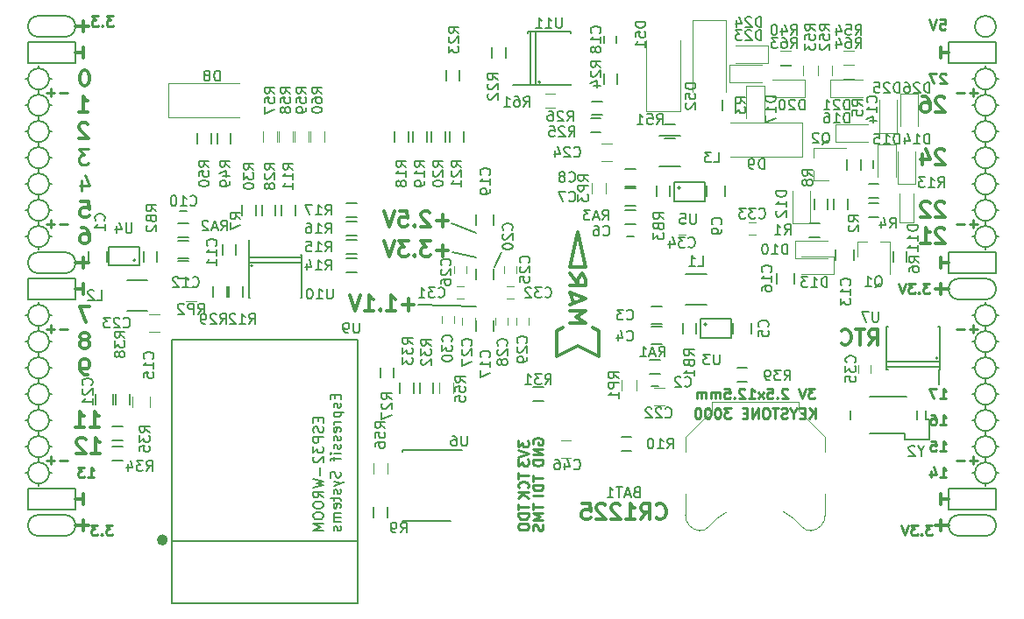
<source format=gbo>
G04 #@! TF.FileFunction,Legend,Bot*
%FSLAX46Y46*%
G04 Gerber Fmt 4.6, Leading zero omitted, Abs format (unit mm)*
G04 Created by KiCad (PCBNEW 4.0.7+dfsg1-1) date Tue Feb 27 12:54:00 2018*
%MOMM*%
%LPD*%
G01*
G04 APERTURE LIST*
%ADD10C,0.100000*%
%ADD11C,0.300000*%
%ADD12C,0.200000*%
%ADD13C,0.250000*%
%ADD14C,0.150000*%
%ADD15C,0.120000*%
%ADD16C,0.500000*%
G04 APERTURE END LIST*
D10*
D11*
X100481714Y-104008571D02*
X101338857Y-104008571D01*
X100910285Y-104008571D02*
X100910285Y-102508571D01*
X101053142Y-102722857D01*
X101196000Y-102865714D01*
X101338857Y-102937143D01*
X99910286Y-102651429D02*
X99838857Y-102580000D01*
X99696000Y-102508571D01*
X99338857Y-102508571D01*
X99196000Y-102580000D01*
X99124571Y-102651429D01*
X99053143Y-102794286D01*
X99053143Y-102937143D01*
X99124571Y-103151429D01*
X99981714Y-104008571D01*
X99053143Y-104008571D01*
X100354714Y-101468571D02*
X101211857Y-101468571D01*
X100783285Y-101468571D02*
X100783285Y-99968571D01*
X100926142Y-100182857D01*
X101069000Y-100325714D01*
X101211857Y-100397143D01*
X98926143Y-101468571D02*
X99783286Y-101468571D01*
X99354714Y-101468571D02*
X99354714Y-99968571D01*
X99497571Y-100182857D01*
X99640429Y-100325714D01*
X99783286Y-100397143D01*
X182872857Y-79791429D02*
X182801428Y-79720000D01*
X182658571Y-79648571D01*
X182301428Y-79648571D01*
X182158571Y-79720000D01*
X182087142Y-79791429D01*
X182015714Y-79934286D01*
X182015714Y-80077143D01*
X182087142Y-80291429D01*
X182944285Y-81148571D01*
X182015714Y-81148571D01*
X181444286Y-79791429D02*
X181372857Y-79720000D01*
X181230000Y-79648571D01*
X180872857Y-79648571D01*
X180730000Y-79720000D01*
X180658571Y-79791429D01*
X180587143Y-79934286D01*
X180587143Y-80077143D01*
X180658571Y-80291429D01*
X181515714Y-81148571D01*
X180587143Y-81148571D01*
X182872857Y-82331429D02*
X182801428Y-82260000D01*
X182658571Y-82188571D01*
X182301428Y-82188571D01*
X182158571Y-82260000D01*
X182087142Y-82331429D01*
X182015714Y-82474286D01*
X182015714Y-82617143D01*
X182087142Y-82831429D01*
X182944285Y-83688571D01*
X182015714Y-83688571D01*
X180587143Y-83688571D02*
X181444286Y-83688571D01*
X181015714Y-83688571D02*
X181015714Y-82188571D01*
X181158571Y-82402857D01*
X181301429Y-82545714D01*
X181444286Y-82617143D01*
D12*
X139439000Y-85931000D02*
X140074000Y-84534000D01*
X135248000Y-81740000D02*
X137661000Y-82629000D01*
X135375000Y-84534000D02*
X137661000Y-85042000D01*
X132073000Y-89614000D02*
X137661000Y-89741000D01*
D13*
X170323095Y-97702381D02*
X169704047Y-97702381D01*
X170037381Y-98083333D01*
X169894523Y-98083333D01*
X169799285Y-98130952D01*
X169751666Y-98178571D01*
X169704047Y-98273810D01*
X169704047Y-98511905D01*
X169751666Y-98607143D01*
X169799285Y-98654762D01*
X169894523Y-98702381D01*
X170180238Y-98702381D01*
X170275476Y-98654762D01*
X170323095Y-98607143D01*
X169418333Y-97702381D02*
X169085000Y-98702381D01*
X168751666Y-97702381D01*
X167704047Y-97797619D02*
X167656428Y-97750000D01*
X167561190Y-97702381D01*
X167323094Y-97702381D01*
X167227856Y-97750000D01*
X167180237Y-97797619D01*
X167132618Y-97892857D01*
X167132618Y-97988095D01*
X167180237Y-98130952D01*
X167751666Y-98702381D01*
X167132618Y-98702381D01*
X166704047Y-98607143D02*
X166656428Y-98654762D01*
X166704047Y-98702381D01*
X166751666Y-98654762D01*
X166704047Y-98607143D01*
X166704047Y-98702381D01*
X165751666Y-97702381D02*
X166227857Y-97702381D01*
X166275476Y-98178571D01*
X166227857Y-98130952D01*
X166132619Y-98083333D01*
X165894523Y-98083333D01*
X165799285Y-98130952D01*
X165751666Y-98178571D01*
X165704047Y-98273810D01*
X165704047Y-98511905D01*
X165751666Y-98607143D01*
X165799285Y-98654762D01*
X165894523Y-98702381D01*
X166132619Y-98702381D01*
X166227857Y-98654762D01*
X166275476Y-98607143D01*
X165370714Y-98702381D02*
X164846904Y-98035714D01*
X165370714Y-98035714D02*
X164846904Y-98702381D01*
X163942142Y-98702381D02*
X164513571Y-98702381D01*
X164227857Y-98702381D02*
X164227857Y-97702381D01*
X164323095Y-97845238D01*
X164418333Y-97940476D01*
X164513571Y-97988095D01*
X163561190Y-97797619D02*
X163513571Y-97750000D01*
X163418333Y-97702381D01*
X163180237Y-97702381D01*
X163084999Y-97750000D01*
X163037380Y-97797619D01*
X162989761Y-97892857D01*
X162989761Y-97988095D01*
X163037380Y-98130952D01*
X163608809Y-98702381D01*
X162989761Y-98702381D01*
X162561190Y-98607143D02*
X162513571Y-98654762D01*
X162561190Y-98702381D01*
X162608809Y-98654762D01*
X162561190Y-98607143D01*
X162561190Y-98702381D01*
X161608809Y-97702381D02*
X162085000Y-97702381D01*
X162132619Y-98178571D01*
X162085000Y-98130952D01*
X161989762Y-98083333D01*
X161751666Y-98083333D01*
X161656428Y-98130952D01*
X161608809Y-98178571D01*
X161561190Y-98273810D01*
X161561190Y-98511905D01*
X161608809Y-98607143D01*
X161656428Y-98654762D01*
X161751666Y-98702381D01*
X161989762Y-98702381D01*
X162085000Y-98654762D01*
X162132619Y-98607143D01*
X161132619Y-98702381D02*
X161132619Y-98035714D01*
X161132619Y-98130952D02*
X161085000Y-98083333D01*
X160989762Y-98035714D01*
X160846904Y-98035714D01*
X160751666Y-98083333D01*
X160704047Y-98178571D01*
X160704047Y-98702381D01*
X160704047Y-98178571D02*
X160656428Y-98083333D01*
X160561190Y-98035714D01*
X160418333Y-98035714D01*
X160323095Y-98083333D01*
X160275476Y-98178571D01*
X160275476Y-98702381D01*
X159799286Y-98702381D02*
X159799286Y-98035714D01*
X159799286Y-98130952D02*
X159751667Y-98083333D01*
X159656429Y-98035714D01*
X159513571Y-98035714D01*
X159418333Y-98083333D01*
X159370714Y-98178571D01*
X159370714Y-98702381D01*
X159370714Y-98178571D02*
X159323095Y-98083333D01*
X159227857Y-98035714D01*
X159085000Y-98035714D01*
X158989762Y-98083333D01*
X158942143Y-98178571D01*
X158942143Y-98702381D01*
D11*
X182492000Y-87582000D02*
X182492000Y-88598000D01*
X183254000Y-88090000D02*
X181984000Y-88090000D01*
X182492000Y-110442000D02*
X182492000Y-111458000D01*
X183254000Y-110950000D02*
X181984000Y-110950000D01*
X99688000Y-62182000D02*
X99688000Y-63198000D01*
X98926000Y-62690000D02*
X100196000Y-62690000D01*
X99688000Y-110442000D02*
X99688000Y-111458000D01*
X98926000Y-110950000D02*
X100196000Y-110950000D01*
X99688000Y-85042000D02*
X99688000Y-86058000D01*
X98926000Y-85550000D02*
X100196000Y-85550000D01*
D12*
X187826000Y-62690000D02*
G75*
G03X187826000Y-62690000I-1016000J0D01*
G01*
X184270000Y-87074000D02*
X186810000Y-87074000D01*
X184270000Y-89106000D02*
X186810000Y-89106000D01*
X184270000Y-87074000D02*
G75*
G03X184270000Y-89106000I0J-1016000D01*
G01*
X186810000Y-89106000D02*
G75*
G03X186810000Y-87074000I0J1016000D01*
G01*
X184270000Y-111966000D02*
X186810000Y-111966000D01*
X184270000Y-109934000D02*
X186810000Y-109934000D01*
X184270000Y-109934000D02*
G75*
G03X184270000Y-111966000I0J-1016000D01*
G01*
X186810000Y-111966000D02*
G75*
G03X186810000Y-109934000I0J1016000D01*
G01*
X97910000Y-63706000D02*
G75*
G03X97910000Y-61674000I0J1016000D01*
G01*
X95370000Y-61674000D02*
X97910000Y-61674000D01*
X95370000Y-63706000D02*
X97910000Y-63706000D01*
X95370000Y-61674000D02*
G75*
G03X95370000Y-63706000I0J-1016000D01*
G01*
X95370000Y-86566000D02*
X97910000Y-86566000D01*
X95370000Y-84534000D02*
X97910000Y-84534000D01*
X95370000Y-84534000D02*
G75*
G03X95370000Y-86566000I0J-1016000D01*
G01*
X97910000Y-86566000D02*
G75*
G03X97910000Y-84534000I0J1016000D01*
G01*
X95370000Y-111966000D02*
X97910000Y-111966000D01*
X95370000Y-109934000D02*
X97910000Y-109934000D01*
X95370000Y-109934000D02*
G75*
G03X95370000Y-111966000I0J-1016000D01*
G01*
X97910000Y-111966000D02*
G75*
G03X97910000Y-109934000I0J1016000D01*
G01*
X98926000Y-107394000D02*
X94354000Y-107394000D01*
X98926000Y-109426000D02*
X98926000Y-107394000D01*
X94354000Y-109426000D02*
X98926000Y-109426000D01*
X94354000Y-107394000D02*
X94354000Y-109426000D01*
X187826000Y-107394000D02*
X183254000Y-107394000D01*
X187826000Y-109426000D02*
X187826000Y-107394000D01*
X183254000Y-109426000D02*
X187826000Y-109426000D01*
X183254000Y-107394000D02*
X183254000Y-109426000D01*
X187826000Y-84534000D02*
X183254000Y-84534000D01*
X187826000Y-86566000D02*
X187826000Y-84534000D01*
X183254000Y-86566000D02*
X187826000Y-86566000D01*
X183254000Y-84534000D02*
X183254000Y-86566000D01*
X187826000Y-64214000D02*
X183254000Y-64214000D01*
X187826000Y-66246000D02*
X187826000Y-64214000D01*
X183254000Y-66246000D02*
X187826000Y-66246000D01*
X183254000Y-64214000D02*
X183254000Y-66246000D01*
X98926000Y-64214000D02*
X94354000Y-64214000D01*
X98926000Y-66246000D02*
X98926000Y-64214000D01*
X94354000Y-66246000D02*
X98926000Y-66246000D01*
X94354000Y-64214000D02*
X94354000Y-66246000D01*
X98926000Y-87074000D02*
X94354000Y-87074000D01*
X98926000Y-89106000D02*
X98926000Y-87074000D01*
X94354000Y-89106000D02*
X98926000Y-89106000D01*
X94354000Y-87074000D02*
X94354000Y-89106000D01*
D11*
X182872857Y-74711429D02*
X182801428Y-74640000D01*
X182658571Y-74568571D01*
X182301428Y-74568571D01*
X182158571Y-74640000D01*
X182087142Y-74711429D01*
X182015714Y-74854286D01*
X182015714Y-74997143D01*
X182087142Y-75211429D01*
X182944285Y-76068571D01*
X182015714Y-76068571D01*
X180730000Y-75068571D02*
X180730000Y-76068571D01*
X181087143Y-74497143D02*
X181444286Y-75568571D01*
X180515714Y-75568571D01*
D13*
X186032000Y-91971429D02*
X185270095Y-91971429D01*
X185651047Y-92352381D02*
X185651047Y-91590476D01*
X184793905Y-91971429D02*
X184032000Y-91971429D01*
X186032000Y-69111429D02*
X185270095Y-69111429D01*
X185651047Y-69492381D02*
X185651047Y-68730476D01*
X184793905Y-69111429D02*
X184032000Y-69111429D01*
X186032000Y-81811429D02*
X185270095Y-81811429D01*
X185651047Y-82192381D02*
X185651047Y-81430476D01*
X184793905Y-81811429D02*
X184032000Y-81811429D01*
X186032000Y-104671429D02*
X185270095Y-104671429D01*
X185651047Y-105052381D02*
X185651047Y-104290476D01*
X184793905Y-104671429D02*
X184032000Y-104671429D01*
X98148000Y-104671429D02*
X97386095Y-104671429D01*
X96909905Y-104671429D02*
X96148000Y-104671429D01*
X96528952Y-105052381D02*
X96528952Y-104290476D01*
X98148000Y-91971429D02*
X97386095Y-91971429D01*
X96909905Y-91971429D02*
X96148000Y-91971429D01*
X96528952Y-92352381D02*
X96528952Y-91590476D01*
X98148000Y-81811429D02*
X97386095Y-81811429D01*
X96909905Y-81811429D02*
X96148000Y-81811429D01*
X96528952Y-82192381D02*
X96528952Y-81430476D01*
X98148000Y-69111429D02*
X97386095Y-69111429D01*
X96909905Y-69111429D02*
X96148000Y-69111429D01*
X96528952Y-69492381D02*
X96528952Y-68730476D01*
D11*
X182492000Y-107902000D02*
X182492000Y-108918000D01*
X183254000Y-108410000D02*
X182492000Y-108410000D01*
D12*
X95370000Y-96726000D02*
X95370000Y-97234000D01*
X96386000Y-95710000D02*
X96640000Y-95710000D01*
X94354000Y-95710000D02*
X94100000Y-95710000D01*
X187826000Y-98250000D02*
X188080000Y-98250000D01*
X187826000Y-83010000D02*
X188080000Y-83010000D01*
X95370000Y-107140000D02*
X95370000Y-106886000D01*
X96386000Y-105870000D02*
X96640000Y-105870000D01*
X94354000Y-105870000D02*
X94100000Y-105870000D01*
X94354000Y-103330000D02*
X94100000Y-103330000D01*
X95370000Y-104346000D02*
X95370000Y-104854000D01*
X96386000Y-103330000D02*
X96640000Y-103330000D01*
X94354000Y-100790000D02*
X94100000Y-100790000D01*
X95370000Y-102314000D02*
X95370000Y-101806000D01*
X96386000Y-100790000D02*
X96640000Y-100790000D01*
X95370000Y-99266000D02*
X95370000Y-99774000D01*
X94354000Y-98250000D02*
X94100000Y-98250000D01*
X96386000Y-98250000D02*
X96640000Y-98250000D01*
X95370000Y-94186000D02*
X95370000Y-94694000D01*
X96386000Y-93170000D02*
X96640000Y-93170000D01*
X94354000Y-93170000D02*
X94100000Y-93170000D01*
X94354000Y-90630000D02*
X94100000Y-90630000D01*
X95370000Y-91646000D02*
X95370000Y-92154000D01*
X96640000Y-90630000D02*
X96386000Y-90630000D01*
X95370000Y-89360000D02*
X95370000Y-89614000D01*
X94354000Y-83010000D02*
X94100000Y-83010000D01*
X95370000Y-84280000D02*
X95370000Y-84026000D01*
X96386000Y-83010000D02*
X96640000Y-83010000D01*
X95370000Y-81486000D02*
X95370000Y-81994000D01*
X94354000Y-80470000D02*
X94100000Y-80470000D01*
X96640000Y-80470000D02*
X96386000Y-80470000D01*
X95370000Y-78946000D02*
X95370000Y-79454000D01*
X96386000Y-77930000D02*
X96640000Y-77930000D01*
X94354000Y-77930000D02*
X94100000Y-77930000D01*
X95370000Y-76406000D02*
X95370000Y-76914000D01*
X94354000Y-75390000D02*
X94100000Y-75390000D01*
X96386000Y-75390000D02*
X96640000Y-75390000D01*
X95370000Y-73866000D02*
X95370000Y-74374000D01*
X96386000Y-72850000D02*
X96640000Y-72850000D01*
X94100000Y-72850000D02*
X94354000Y-72850000D01*
X94354000Y-70310000D02*
X94100000Y-70310000D01*
X96640000Y-70310000D02*
X96386000Y-70310000D01*
X95370000Y-71326000D02*
X95370000Y-71834000D01*
X95370000Y-68786000D02*
X95370000Y-69294000D01*
X96386000Y-67770000D02*
X96640000Y-67770000D01*
X94354000Y-67770000D02*
X94100000Y-67770000D01*
X95370000Y-66500000D02*
X95370000Y-66754000D01*
X187826000Y-105870000D02*
X188080000Y-105870000D01*
X186810000Y-107140000D02*
X186810000Y-106886000D01*
X185540000Y-105870000D02*
X185794000Y-105870000D01*
X186810000Y-104346000D02*
X186810000Y-104854000D01*
X187826000Y-103330000D02*
X188080000Y-103330000D01*
X185540000Y-103330000D02*
X185794000Y-103330000D01*
X186810000Y-101806000D02*
X186810000Y-102314000D01*
X187826000Y-100790000D02*
X188080000Y-100790000D01*
X185540000Y-100790000D02*
X185794000Y-100790000D01*
X186810000Y-99266000D02*
X186810000Y-99774000D01*
X185540000Y-98250000D02*
X185794000Y-98250000D01*
X186810000Y-97234000D02*
X186810000Y-96726000D01*
X187826000Y-95710000D02*
X188080000Y-95710000D01*
X185540000Y-95710000D02*
X185794000Y-95710000D01*
X186810000Y-94694000D02*
X186810000Y-94186000D01*
X187826000Y-93170000D02*
X188080000Y-93170000D01*
X185540000Y-93170000D02*
X185794000Y-93170000D01*
X186810000Y-92154000D02*
X186810000Y-91646000D01*
X187826000Y-90630000D02*
X188080000Y-90630000D01*
X185540000Y-90630000D02*
X185794000Y-90630000D01*
X186810000Y-89360000D02*
X186810000Y-89614000D01*
X186810000Y-84280000D02*
X186810000Y-84026000D01*
X185540000Y-83010000D02*
X185794000Y-83010000D01*
X186810000Y-81994000D02*
X186810000Y-81486000D01*
X185794000Y-80470000D02*
X185540000Y-80470000D01*
X187826000Y-80470000D02*
X188080000Y-80470000D01*
X186810000Y-78946000D02*
X186810000Y-79454000D01*
X185794000Y-77930000D02*
X185540000Y-77930000D01*
X187826000Y-77930000D02*
X188080000Y-77930000D01*
X186810000Y-76406000D02*
X186810000Y-76914000D01*
X186810000Y-73866000D02*
X186810000Y-74374000D01*
X185794000Y-75390000D02*
X185540000Y-75390000D01*
X187826000Y-75390000D02*
X188080000Y-75390000D01*
X187826000Y-72850000D02*
X188080000Y-72850000D01*
X185540000Y-72850000D02*
X185794000Y-72850000D01*
X186810000Y-71834000D02*
X186810000Y-71326000D01*
X187826000Y-70310000D02*
X188080000Y-70310000D01*
X185540000Y-70310000D02*
X185794000Y-70310000D01*
X187826000Y-67770000D02*
X188080000Y-67770000D01*
X186810000Y-68786000D02*
X186810000Y-69294000D01*
X185540000Y-67770000D02*
X185794000Y-67770000D01*
X186810000Y-66500000D02*
X186810000Y-66754000D01*
X187826000Y-67770000D02*
G75*
G03X187826000Y-67770000I-1016000J0D01*
G01*
X187826000Y-70310000D02*
G75*
G03X187826000Y-70310000I-1016000J0D01*
G01*
X187826000Y-72850000D02*
G75*
G03X187826000Y-72850000I-1016000J0D01*
G01*
X187826000Y-75390000D02*
G75*
G03X187826000Y-75390000I-1016000J0D01*
G01*
X187826000Y-77930000D02*
G75*
G03X187826000Y-77930000I-1016000J0D01*
G01*
X187826000Y-80470000D02*
G75*
G03X187826000Y-80470000I-1016000J0D01*
G01*
X187826000Y-83010000D02*
G75*
G03X187826000Y-83010000I-1016000J0D01*
G01*
X187826000Y-90630000D02*
G75*
G03X187826000Y-90630000I-1016000J0D01*
G01*
X187826000Y-93170000D02*
G75*
G03X187826000Y-93170000I-1016000J0D01*
G01*
X187826000Y-95710000D02*
G75*
G03X187826000Y-95710000I-1016000J0D01*
G01*
X187826000Y-98250000D02*
G75*
G03X187826000Y-98250000I-1016000J0D01*
G01*
X187826000Y-100790000D02*
G75*
G03X187826000Y-100790000I-1016000J0D01*
G01*
X187826000Y-103330000D02*
G75*
G03X187826000Y-103330000I-1016000J0D01*
G01*
X187826000Y-105870000D02*
G75*
G03X187826000Y-105870000I-1016000J0D01*
G01*
X96386000Y-105870000D02*
G75*
G03X96386000Y-105870000I-1016000J0D01*
G01*
X96386000Y-103330000D02*
G75*
G03X96386000Y-103330000I-1016000J0D01*
G01*
X96386000Y-100790000D02*
G75*
G03X96386000Y-100790000I-1016000J0D01*
G01*
X96386000Y-98250000D02*
G75*
G03X96386000Y-98250000I-1016000J0D01*
G01*
X96386000Y-95710000D02*
G75*
G03X96386000Y-95710000I-1016000J0D01*
G01*
X96386000Y-93170000D02*
G75*
G03X96386000Y-93170000I-1016000J0D01*
G01*
X96386000Y-90630000D02*
G75*
G03X96386000Y-90630000I-1016000J0D01*
G01*
X96386000Y-83010000D02*
G75*
G03X96386000Y-83010000I-1016000J0D01*
G01*
X96386000Y-80470000D02*
G75*
G03X96386000Y-80470000I-1016000J0D01*
G01*
X96386000Y-77930000D02*
G75*
G03X96386000Y-77930000I-1016000J0D01*
G01*
X96386000Y-75390000D02*
G75*
G03X96386000Y-75390000I-1016000J0D01*
G01*
X96386000Y-72850000D02*
G75*
G03X96386000Y-72850000I-1016000J0D01*
G01*
X96386000Y-70310000D02*
G75*
G03X96386000Y-70310000I-1016000J0D01*
G01*
X96386000Y-67770000D02*
G75*
G03X96386000Y-67770000I-1016000J0D01*
G01*
D13*
X182428476Y-62015381D02*
X182904667Y-62015381D01*
X182952286Y-62491571D01*
X182904667Y-62443952D01*
X182809429Y-62396333D01*
X182571333Y-62396333D01*
X182476095Y-62443952D01*
X182428476Y-62491571D01*
X182380857Y-62586810D01*
X182380857Y-62824905D01*
X182428476Y-62920143D01*
X182476095Y-62967762D01*
X182571333Y-63015381D01*
X182809429Y-63015381D01*
X182904667Y-62967762D01*
X182952286Y-62920143D01*
X182095143Y-62015381D02*
X181761810Y-63015381D01*
X181428476Y-62015381D01*
D11*
X182492000Y-64722000D02*
X182492000Y-65738000D01*
X183254000Y-65230000D02*
X182492000Y-65230000D01*
D13*
X182999905Y-67317619D02*
X182952286Y-67270000D01*
X182857048Y-67222381D01*
X182618952Y-67222381D01*
X182523714Y-67270000D01*
X182476095Y-67317619D01*
X182428476Y-67412857D01*
X182428476Y-67508095D01*
X182476095Y-67650952D01*
X183047524Y-68222381D01*
X182428476Y-68222381D01*
X182095143Y-67222381D02*
X181428476Y-67222381D01*
X181857048Y-68222381D01*
D11*
X182872857Y-69631429D02*
X182801428Y-69560000D01*
X182658571Y-69488571D01*
X182301428Y-69488571D01*
X182158571Y-69560000D01*
X182087142Y-69631429D01*
X182015714Y-69774286D01*
X182015714Y-69917143D01*
X182087142Y-70131429D01*
X182944285Y-70988571D01*
X182015714Y-70988571D01*
X180730000Y-69488571D02*
X181015714Y-69488571D01*
X181158571Y-69560000D01*
X181230000Y-69631429D01*
X181372857Y-69845714D01*
X181444286Y-70131429D01*
X181444286Y-70702857D01*
X181372857Y-70845714D01*
X181301429Y-70917143D01*
X181158571Y-70988571D01*
X180872857Y-70988571D01*
X180730000Y-70917143D01*
X180658571Y-70845714D01*
X180587143Y-70702857D01*
X180587143Y-70345714D01*
X180658571Y-70202857D01*
X180730000Y-70131429D01*
X180872857Y-70060000D01*
X181158571Y-70060000D01*
X181301429Y-70131429D01*
X181372857Y-70202857D01*
X181444286Y-70345714D01*
X182492000Y-85042000D02*
X182492000Y-86058000D01*
X183254000Y-85550000D02*
X182492000Y-85550000D01*
D13*
X181428190Y-87542381D02*
X180809142Y-87542381D01*
X181142476Y-87923333D01*
X180999618Y-87923333D01*
X180904380Y-87970952D01*
X180856761Y-88018571D01*
X180809142Y-88113810D01*
X180809142Y-88351905D01*
X180856761Y-88447143D01*
X180904380Y-88494762D01*
X180999618Y-88542381D01*
X181285333Y-88542381D01*
X181380571Y-88494762D01*
X181428190Y-88447143D01*
X180380571Y-88447143D02*
X180332952Y-88494762D01*
X180380571Y-88542381D01*
X180428190Y-88494762D01*
X180380571Y-88447143D01*
X180380571Y-88542381D01*
X179999619Y-87542381D02*
X179380571Y-87542381D01*
X179713905Y-87923333D01*
X179571047Y-87923333D01*
X179475809Y-87970952D01*
X179428190Y-88018571D01*
X179380571Y-88113810D01*
X179380571Y-88351905D01*
X179428190Y-88447143D01*
X179475809Y-88494762D01*
X179571047Y-88542381D01*
X179856762Y-88542381D01*
X179952000Y-88494762D01*
X179999619Y-88447143D01*
X179094857Y-87542381D02*
X178761524Y-88542381D01*
X178428190Y-87542381D01*
X182428476Y-98702381D02*
X182999905Y-98702381D01*
X182714191Y-98702381D02*
X182714191Y-97702381D01*
X182809429Y-97845238D01*
X182904667Y-97940476D01*
X182999905Y-97988095D01*
X182095143Y-97702381D02*
X181428476Y-97702381D01*
X181857048Y-98702381D01*
X182428476Y-101242381D02*
X182999905Y-101242381D01*
X182714191Y-101242381D02*
X182714191Y-100242381D01*
X182809429Y-100385238D01*
X182904667Y-100480476D01*
X182999905Y-100528095D01*
X181571333Y-100242381D02*
X181761810Y-100242381D01*
X181857048Y-100290000D01*
X181904667Y-100337619D01*
X181999905Y-100480476D01*
X182047524Y-100670952D01*
X182047524Y-101051905D01*
X181999905Y-101147143D01*
X181952286Y-101194762D01*
X181857048Y-101242381D01*
X181666571Y-101242381D01*
X181571333Y-101194762D01*
X181523714Y-101147143D01*
X181476095Y-101051905D01*
X181476095Y-100813810D01*
X181523714Y-100718571D01*
X181571333Y-100670952D01*
X181666571Y-100623333D01*
X181857048Y-100623333D01*
X181952286Y-100670952D01*
X181999905Y-100718571D01*
X182047524Y-100813810D01*
X182428476Y-103782381D02*
X182999905Y-103782381D01*
X182714191Y-103782381D02*
X182714191Y-102782381D01*
X182809429Y-102925238D01*
X182904667Y-103020476D01*
X182999905Y-103068095D01*
X181523714Y-102782381D02*
X181999905Y-102782381D01*
X182047524Y-103258571D01*
X181999905Y-103210952D01*
X181904667Y-103163333D01*
X181666571Y-103163333D01*
X181571333Y-103210952D01*
X181523714Y-103258571D01*
X181476095Y-103353810D01*
X181476095Y-103591905D01*
X181523714Y-103687143D01*
X181571333Y-103734762D01*
X181666571Y-103782381D01*
X181904667Y-103782381D01*
X181999905Y-103734762D01*
X182047524Y-103687143D01*
X182428476Y-106322381D02*
X182999905Y-106322381D01*
X182714191Y-106322381D02*
X182714191Y-105322381D01*
X182809429Y-105465238D01*
X182904667Y-105560476D01*
X182999905Y-105608095D01*
X181571333Y-105655714D02*
X181571333Y-106322381D01*
X181809429Y-105274762D02*
X182047524Y-105989048D01*
X181428476Y-105989048D01*
X181682190Y-110910381D02*
X181063142Y-110910381D01*
X181396476Y-111291333D01*
X181253618Y-111291333D01*
X181158380Y-111338952D01*
X181110761Y-111386571D01*
X181063142Y-111481810D01*
X181063142Y-111719905D01*
X181110761Y-111815143D01*
X181158380Y-111862762D01*
X181253618Y-111910381D01*
X181539333Y-111910381D01*
X181634571Y-111862762D01*
X181682190Y-111815143D01*
X180634571Y-111815143D02*
X180586952Y-111862762D01*
X180634571Y-111910381D01*
X180682190Y-111862762D01*
X180634571Y-111815143D01*
X180634571Y-111910381D01*
X180253619Y-110910381D02*
X179634571Y-110910381D01*
X179967905Y-111291333D01*
X179825047Y-111291333D01*
X179729809Y-111338952D01*
X179682190Y-111386571D01*
X179634571Y-111481810D01*
X179634571Y-111719905D01*
X179682190Y-111815143D01*
X179729809Y-111862762D01*
X179825047Y-111910381D01*
X180110762Y-111910381D01*
X180206000Y-111862762D01*
X180253619Y-111815143D01*
X179348857Y-110910381D02*
X179015524Y-111910381D01*
X178682190Y-110910381D01*
D11*
X99688000Y-108918000D02*
X99688000Y-107902000D01*
X98926000Y-108410000D02*
X99688000Y-108410000D01*
X99688000Y-88598000D02*
X99688000Y-87582000D01*
X98926000Y-88090000D02*
X99688000Y-88090000D01*
X99688000Y-64722000D02*
X99688000Y-65738000D01*
X98926000Y-65230000D02*
X99688000Y-65230000D01*
D13*
X102513619Y-110910381D02*
X101894571Y-110910381D01*
X102227905Y-111291333D01*
X102085047Y-111291333D01*
X101989809Y-111338952D01*
X101942190Y-111386571D01*
X101894571Y-111481810D01*
X101894571Y-111719905D01*
X101942190Y-111815143D01*
X101989809Y-111862762D01*
X102085047Y-111910381D01*
X102370762Y-111910381D01*
X102466000Y-111862762D01*
X102513619Y-111815143D01*
X101466000Y-111815143D02*
X101418381Y-111862762D01*
X101466000Y-111910381D01*
X101513619Y-111862762D01*
X101466000Y-111815143D01*
X101466000Y-111910381D01*
X101085048Y-110910381D02*
X100466000Y-110910381D01*
X100799334Y-111291333D01*
X100656476Y-111291333D01*
X100561238Y-111338952D01*
X100513619Y-111386571D01*
X100466000Y-111481810D01*
X100466000Y-111719905D01*
X100513619Y-111815143D01*
X100561238Y-111862762D01*
X100656476Y-111910381D01*
X100942191Y-111910381D01*
X101037429Y-111862762D01*
X101085048Y-111815143D01*
X100132476Y-106322381D02*
X100703905Y-106322381D01*
X100418191Y-106322381D02*
X100418191Y-105322381D01*
X100513429Y-105465238D01*
X100608667Y-105560476D01*
X100703905Y-105608095D01*
X99799143Y-105322381D02*
X99180095Y-105322381D01*
X99513429Y-105703333D01*
X99370571Y-105703333D01*
X99275333Y-105750952D01*
X99227714Y-105798571D01*
X99180095Y-105893810D01*
X99180095Y-106131905D01*
X99227714Y-106227143D01*
X99275333Y-106274762D01*
X99370571Y-106322381D01*
X99656286Y-106322381D01*
X99751524Y-106274762D01*
X99799143Y-106227143D01*
D11*
X100100714Y-96388571D02*
X99814999Y-96388571D01*
X99672142Y-96317143D01*
X99600714Y-96245714D01*
X99457856Y-96031429D01*
X99386428Y-95745714D01*
X99386428Y-95174286D01*
X99457856Y-95031429D01*
X99529285Y-94960000D01*
X99672142Y-94888571D01*
X99957856Y-94888571D01*
X100100714Y-94960000D01*
X100172142Y-95031429D01*
X100243571Y-95174286D01*
X100243571Y-95531429D01*
X100172142Y-95674286D01*
X100100714Y-95745714D01*
X99957856Y-95817143D01*
X99672142Y-95817143D01*
X99529285Y-95745714D01*
X99457856Y-95674286D01*
X99386428Y-95531429D01*
X99957856Y-92991429D02*
X100100714Y-92920000D01*
X100172142Y-92848571D01*
X100243571Y-92705714D01*
X100243571Y-92634286D01*
X100172142Y-92491429D01*
X100100714Y-92420000D01*
X99957856Y-92348571D01*
X99672142Y-92348571D01*
X99529285Y-92420000D01*
X99457856Y-92491429D01*
X99386428Y-92634286D01*
X99386428Y-92705714D01*
X99457856Y-92848571D01*
X99529285Y-92920000D01*
X99672142Y-92991429D01*
X99957856Y-92991429D01*
X100100714Y-93062857D01*
X100172142Y-93134286D01*
X100243571Y-93277143D01*
X100243571Y-93562857D01*
X100172142Y-93705714D01*
X100100714Y-93777143D01*
X99957856Y-93848571D01*
X99672142Y-93848571D01*
X99529285Y-93777143D01*
X99457856Y-93705714D01*
X99386428Y-93562857D01*
X99386428Y-93277143D01*
X99457856Y-93134286D01*
X99529285Y-93062857D01*
X99672142Y-92991429D01*
X100314999Y-89808571D02*
X99314999Y-89808571D01*
X99957856Y-91308571D01*
X99529285Y-82188571D02*
X99814999Y-82188571D01*
X99957856Y-82260000D01*
X100029285Y-82331429D01*
X100172142Y-82545714D01*
X100243571Y-82831429D01*
X100243571Y-83402857D01*
X100172142Y-83545714D01*
X100100714Y-83617143D01*
X99957856Y-83688571D01*
X99672142Y-83688571D01*
X99529285Y-83617143D01*
X99457856Y-83545714D01*
X99386428Y-83402857D01*
X99386428Y-83045714D01*
X99457856Y-82902857D01*
X99529285Y-82831429D01*
X99672142Y-82760000D01*
X99957856Y-82760000D01*
X100100714Y-82831429D01*
X100172142Y-82902857D01*
X100243571Y-83045714D01*
X99457856Y-79648571D02*
X100172142Y-79648571D01*
X100243571Y-80362857D01*
X100172142Y-80291429D01*
X100029285Y-80220000D01*
X99672142Y-80220000D01*
X99529285Y-80291429D01*
X99457856Y-80362857D01*
X99386428Y-80505714D01*
X99386428Y-80862857D01*
X99457856Y-81005714D01*
X99529285Y-81077143D01*
X99672142Y-81148571D01*
X100029285Y-81148571D01*
X100172142Y-81077143D01*
X100243571Y-81005714D01*
D13*
X99529285Y-77608571D02*
X99529285Y-78608571D01*
X99886428Y-77037143D02*
X100243571Y-78108571D01*
X99314999Y-78108571D01*
X100187999Y-74568571D02*
X99259428Y-74568571D01*
X99759428Y-75140000D01*
X99545142Y-75140000D01*
X99402285Y-75211429D01*
X99330856Y-75282857D01*
X99259428Y-75425714D01*
X99259428Y-75782857D01*
X99330856Y-75925714D01*
X99402285Y-75997143D01*
X99545142Y-76068571D01*
X99973714Y-76068571D01*
X100116571Y-75997143D01*
X100187999Y-75925714D01*
D11*
X100116571Y-72171429D02*
X100045142Y-72100000D01*
X99902285Y-72028571D01*
X99545142Y-72028571D01*
X99402285Y-72100000D01*
X99330856Y-72171429D01*
X99259428Y-72314286D01*
X99259428Y-72457143D01*
X99330856Y-72671429D01*
X100187999Y-73528571D01*
X99259428Y-73528571D01*
X99259428Y-70988571D02*
X100116571Y-70988571D01*
X99687999Y-70988571D02*
X99687999Y-69488571D01*
X99830856Y-69702857D01*
X99973714Y-69845714D01*
X100116571Y-69917143D01*
X99886428Y-66948571D02*
X99743571Y-66948571D01*
X99600714Y-67020000D01*
X99529285Y-67091429D01*
X99457856Y-67234286D01*
X99386428Y-67520000D01*
X99386428Y-67877143D01*
X99457856Y-68162857D01*
X99529285Y-68305714D01*
X99600714Y-68377143D01*
X99743571Y-68448571D01*
X99886428Y-68448571D01*
X100029285Y-68377143D01*
X100100714Y-68305714D01*
X100172142Y-68162857D01*
X100243571Y-67877143D01*
X100243571Y-67520000D01*
X100172142Y-67234286D01*
X100100714Y-67091429D01*
X100029285Y-67020000D01*
X99886428Y-66948571D01*
D13*
X102577119Y-61697881D02*
X101958071Y-61697881D01*
X102291405Y-62078833D01*
X102148547Y-62078833D01*
X102053309Y-62126452D01*
X102005690Y-62174071D01*
X101958071Y-62269310D01*
X101958071Y-62507405D01*
X102005690Y-62602643D01*
X102053309Y-62650262D01*
X102148547Y-62697881D01*
X102434262Y-62697881D01*
X102529500Y-62650262D01*
X102577119Y-62602643D01*
X101529500Y-62602643D02*
X101481881Y-62650262D01*
X101529500Y-62697881D01*
X101577119Y-62650262D01*
X101529500Y-62602643D01*
X101529500Y-62697881D01*
X101148548Y-61697881D02*
X100529500Y-61697881D01*
X100862834Y-62078833D01*
X100719976Y-62078833D01*
X100624738Y-62126452D01*
X100577119Y-62174071D01*
X100529500Y-62269310D01*
X100529500Y-62507405D01*
X100577119Y-62602643D01*
X100624738Y-62650262D01*
X100719976Y-62697881D01*
X101005691Y-62697881D01*
X101100929Y-62650262D01*
X101148548Y-62602643D01*
X170370715Y-100607381D02*
X170370715Y-99607381D01*
X169799286Y-100607381D02*
X170227858Y-100035952D01*
X169799286Y-99607381D02*
X170370715Y-100178810D01*
X169370715Y-100083571D02*
X169037381Y-100083571D01*
X168894524Y-100607381D02*
X169370715Y-100607381D01*
X169370715Y-99607381D01*
X168894524Y-99607381D01*
X168275477Y-100131190D02*
X168275477Y-100607381D01*
X168608810Y-99607381D02*
X168275477Y-100131190D01*
X167942143Y-99607381D01*
X167656429Y-100559762D02*
X167513572Y-100607381D01*
X167275476Y-100607381D01*
X167180238Y-100559762D01*
X167132619Y-100512143D01*
X167085000Y-100416905D01*
X167085000Y-100321667D01*
X167132619Y-100226429D01*
X167180238Y-100178810D01*
X167275476Y-100131190D01*
X167465953Y-100083571D01*
X167561191Y-100035952D01*
X167608810Y-99988333D01*
X167656429Y-99893095D01*
X167656429Y-99797857D01*
X167608810Y-99702619D01*
X167561191Y-99655000D01*
X167465953Y-99607381D01*
X167227857Y-99607381D01*
X167085000Y-99655000D01*
X166799286Y-99607381D02*
X166227857Y-99607381D01*
X166513572Y-100607381D02*
X166513572Y-99607381D01*
X165704048Y-99607381D02*
X165513571Y-99607381D01*
X165418333Y-99655000D01*
X165323095Y-99750238D01*
X165275476Y-99940714D01*
X165275476Y-100274048D01*
X165323095Y-100464524D01*
X165418333Y-100559762D01*
X165513571Y-100607381D01*
X165704048Y-100607381D01*
X165799286Y-100559762D01*
X165894524Y-100464524D01*
X165942143Y-100274048D01*
X165942143Y-99940714D01*
X165894524Y-99750238D01*
X165799286Y-99655000D01*
X165704048Y-99607381D01*
X164846905Y-100607381D02*
X164846905Y-99607381D01*
X164275476Y-100607381D01*
X164275476Y-99607381D01*
X163799286Y-100083571D02*
X163465952Y-100083571D01*
X163323095Y-100607381D02*
X163799286Y-100607381D01*
X163799286Y-99607381D01*
X163323095Y-99607381D01*
X162227857Y-99607381D02*
X161608809Y-99607381D01*
X161942143Y-99988333D01*
X161799285Y-99988333D01*
X161704047Y-100035952D01*
X161656428Y-100083571D01*
X161608809Y-100178810D01*
X161608809Y-100416905D01*
X161656428Y-100512143D01*
X161704047Y-100559762D01*
X161799285Y-100607381D01*
X162085000Y-100607381D01*
X162180238Y-100559762D01*
X162227857Y-100512143D01*
X160989762Y-99607381D02*
X160894523Y-99607381D01*
X160799285Y-99655000D01*
X160751666Y-99702619D01*
X160704047Y-99797857D01*
X160656428Y-99988333D01*
X160656428Y-100226429D01*
X160704047Y-100416905D01*
X160751666Y-100512143D01*
X160799285Y-100559762D01*
X160894523Y-100607381D01*
X160989762Y-100607381D01*
X161085000Y-100559762D01*
X161132619Y-100512143D01*
X161180238Y-100416905D01*
X161227857Y-100226429D01*
X161227857Y-99988333D01*
X161180238Y-99797857D01*
X161132619Y-99702619D01*
X161085000Y-99655000D01*
X160989762Y-99607381D01*
X160037381Y-99607381D02*
X159942142Y-99607381D01*
X159846904Y-99655000D01*
X159799285Y-99702619D01*
X159751666Y-99797857D01*
X159704047Y-99988333D01*
X159704047Y-100226429D01*
X159751666Y-100416905D01*
X159799285Y-100512143D01*
X159846904Y-100559762D01*
X159942142Y-100607381D01*
X160037381Y-100607381D01*
X160132619Y-100559762D01*
X160180238Y-100512143D01*
X160227857Y-100416905D01*
X160275476Y-100226429D01*
X160275476Y-99988333D01*
X160227857Y-99797857D01*
X160180238Y-99702619D01*
X160132619Y-99655000D01*
X160037381Y-99607381D01*
X159085000Y-99607381D02*
X158989761Y-99607381D01*
X158894523Y-99655000D01*
X158846904Y-99702619D01*
X158799285Y-99797857D01*
X158751666Y-99988333D01*
X158751666Y-100226429D01*
X158799285Y-100416905D01*
X158846904Y-100512143D01*
X158894523Y-100559762D01*
X158989761Y-100607381D01*
X159085000Y-100607381D01*
X159180238Y-100559762D01*
X159227857Y-100512143D01*
X159275476Y-100416905D01*
X159323095Y-100226429D01*
X159323095Y-99988333D01*
X159275476Y-99797857D01*
X159227857Y-99702619D01*
X159180238Y-99655000D01*
X159085000Y-99607381D01*
D11*
X155027856Y-110215714D02*
X155099285Y-110287143D01*
X155313571Y-110358571D01*
X155456428Y-110358571D01*
X155670713Y-110287143D01*
X155813571Y-110144286D01*
X155884999Y-110001429D01*
X155956428Y-109715714D01*
X155956428Y-109501429D01*
X155884999Y-109215714D01*
X155813571Y-109072857D01*
X155670713Y-108930000D01*
X155456428Y-108858571D01*
X155313571Y-108858571D01*
X155099285Y-108930000D01*
X155027856Y-109001429D01*
X153527856Y-110358571D02*
X154027856Y-109644286D01*
X154384999Y-110358571D02*
X154384999Y-108858571D01*
X153813571Y-108858571D01*
X153670713Y-108930000D01*
X153599285Y-109001429D01*
X153527856Y-109144286D01*
X153527856Y-109358571D01*
X153599285Y-109501429D01*
X153670713Y-109572857D01*
X153813571Y-109644286D01*
X154384999Y-109644286D01*
X152099285Y-110358571D02*
X152956428Y-110358571D01*
X152527856Y-110358571D02*
X152527856Y-108858571D01*
X152670713Y-109072857D01*
X152813571Y-109215714D01*
X152956428Y-109287143D01*
X151527857Y-109001429D02*
X151456428Y-108930000D01*
X151313571Y-108858571D01*
X150956428Y-108858571D01*
X150813571Y-108930000D01*
X150742142Y-109001429D01*
X150670714Y-109144286D01*
X150670714Y-109287143D01*
X150742142Y-109501429D01*
X151599285Y-110358571D01*
X150670714Y-110358571D01*
X150099286Y-109001429D02*
X150027857Y-108930000D01*
X149885000Y-108858571D01*
X149527857Y-108858571D01*
X149385000Y-108930000D01*
X149313571Y-109001429D01*
X149242143Y-109144286D01*
X149242143Y-109287143D01*
X149313571Y-109501429D01*
X150170714Y-110358571D01*
X149242143Y-110358571D01*
X147885000Y-108858571D02*
X148599286Y-108858571D01*
X148670715Y-109572857D01*
X148599286Y-109501429D01*
X148456429Y-109430000D01*
X148099286Y-109430000D01*
X147956429Y-109501429D01*
X147885000Y-109572857D01*
X147813572Y-109715714D01*
X147813572Y-110072857D01*
X147885000Y-110215714D01*
X147956429Y-110287143D01*
X148099286Y-110358571D01*
X148456429Y-110358571D01*
X148599286Y-110287143D01*
X148670715Y-110215714D01*
X134945999Y-81466143D02*
X133803142Y-81466143D01*
X134374571Y-82037571D02*
X134374571Y-80894714D01*
X133160285Y-80680429D02*
X133088856Y-80609000D01*
X132945999Y-80537571D01*
X132588856Y-80537571D01*
X132445999Y-80609000D01*
X132374570Y-80680429D01*
X132303142Y-80823286D01*
X132303142Y-80966143D01*
X132374570Y-81180429D01*
X133231713Y-82037571D01*
X132303142Y-82037571D01*
X131660285Y-81894714D02*
X131588857Y-81966143D01*
X131660285Y-82037571D01*
X131731714Y-81966143D01*
X131660285Y-81894714D01*
X131660285Y-82037571D01*
X130231713Y-80537571D02*
X130945999Y-80537571D01*
X131017428Y-81251857D01*
X130945999Y-81180429D01*
X130803142Y-81109000D01*
X130445999Y-81109000D01*
X130303142Y-81180429D01*
X130231713Y-81251857D01*
X130160285Y-81394714D01*
X130160285Y-81751857D01*
X130231713Y-81894714D01*
X130303142Y-81966143D01*
X130445999Y-82037571D01*
X130803142Y-82037571D01*
X130945999Y-81966143D01*
X131017428Y-81894714D01*
X129731714Y-80537571D02*
X129231714Y-82037571D01*
X128731714Y-80537571D01*
X134945999Y-84387143D02*
X133803142Y-84387143D01*
X134374571Y-84958571D02*
X134374571Y-83815714D01*
X133231713Y-83458571D02*
X132303142Y-83458571D01*
X132803142Y-84030000D01*
X132588856Y-84030000D01*
X132445999Y-84101429D01*
X132374570Y-84172857D01*
X132303142Y-84315714D01*
X132303142Y-84672857D01*
X132374570Y-84815714D01*
X132445999Y-84887143D01*
X132588856Y-84958571D01*
X133017428Y-84958571D01*
X133160285Y-84887143D01*
X133231713Y-84815714D01*
X131660285Y-84815714D02*
X131588857Y-84887143D01*
X131660285Y-84958571D01*
X131731714Y-84887143D01*
X131660285Y-84815714D01*
X131660285Y-84958571D01*
X131088856Y-83458571D02*
X130160285Y-83458571D01*
X130660285Y-84030000D01*
X130445999Y-84030000D01*
X130303142Y-84101429D01*
X130231713Y-84172857D01*
X130160285Y-84315714D01*
X130160285Y-84672857D01*
X130231713Y-84815714D01*
X130303142Y-84887143D01*
X130445999Y-84958571D01*
X130874571Y-84958571D01*
X131017428Y-84887143D01*
X131088856Y-84815714D01*
X129731714Y-83458571D02*
X129231714Y-84958571D01*
X128731714Y-83458571D01*
X131643999Y-89594143D02*
X130501142Y-89594143D01*
X131072571Y-90165571D02*
X131072571Y-89022714D01*
X129001142Y-90165571D02*
X129858285Y-90165571D01*
X129429713Y-90165571D02*
X129429713Y-88665571D01*
X129572570Y-88879857D01*
X129715428Y-89022714D01*
X129858285Y-89094143D01*
X128358285Y-90022714D02*
X128286857Y-90094143D01*
X128358285Y-90165571D01*
X128429714Y-90094143D01*
X128358285Y-90022714D01*
X128358285Y-90165571D01*
X126858285Y-90165571D02*
X127715428Y-90165571D01*
X127286856Y-90165571D02*
X127286856Y-88665571D01*
X127429713Y-88879857D01*
X127572571Y-89022714D01*
X127715428Y-89094143D01*
X126429714Y-88665571D02*
X125929714Y-90165571D01*
X125429714Y-88665571D01*
D13*
X141685381Y-105854286D02*
X141685381Y-106425715D01*
X142685381Y-106140000D02*
X141685381Y-106140000D01*
X142590143Y-107330477D02*
X142637762Y-107282858D01*
X142685381Y-107140001D01*
X142685381Y-107044763D01*
X142637762Y-106901905D01*
X142542524Y-106806667D01*
X142447286Y-106759048D01*
X142256810Y-106711429D01*
X142113952Y-106711429D01*
X141923476Y-106759048D01*
X141828238Y-106806667D01*
X141733000Y-106901905D01*
X141685381Y-107044763D01*
X141685381Y-107140001D01*
X141733000Y-107282858D01*
X141780619Y-107330477D01*
X142685381Y-107759048D02*
X141685381Y-107759048D01*
X142685381Y-108330477D02*
X142113952Y-107901905D01*
X141685381Y-108330477D02*
X142256810Y-107759048D01*
X141685381Y-102726905D02*
X141685381Y-103345953D01*
X142066333Y-103012619D01*
X142066333Y-103155477D01*
X142113952Y-103250715D01*
X142161571Y-103298334D01*
X142256810Y-103345953D01*
X142494905Y-103345953D01*
X142590143Y-103298334D01*
X142637762Y-103250715D01*
X142685381Y-103155477D01*
X142685381Y-102869762D01*
X142637762Y-102774524D01*
X142590143Y-102726905D01*
X141685381Y-103631667D02*
X142685381Y-103965000D01*
X141685381Y-104298334D01*
X141685381Y-104536429D02*
X141685381Y-105155477D01*
X142066333Y-104822143D01*
X142066333Y-104965001D01*
X142113952Y-105060239D01*
X142161571Y-105107858D01*
X142256810Y-105155477D01*
X142494905Y-105155477D01*
X142590143Y-105107858D01*
X142637762Y-105060239D01*
X142685381Y-104965001D01*
X142685381Y-104679286D01*
X142637762Y-104584048D01*
X142590143Y-104536429D01*
X141685381Y-108878476D02*
X141685381Y-109449905D01*
X142685381Y-109164190D02*
X141685381Y-109164190D01*
X142685381Y-109783238D02*
X141685381Y-109783238D01*
X141685381Y-110021333D01*
X141733000Y-110164191D01*
X141828238Y-110259429D01*
X141923476Y-110307048D01*
X142113952Y-110354667D01*
X142256810Y-110354667D01*
X142447286Y-110307048D01*
X142542524Y-110259429D01*
X142637762Y-110164191D01*
X142685381Y-110021333D01*
X142685381Y-109783238D01*
X141685381Y-110973714D02*
X141685381Y-111164191D01*
X141733000Y-111259429D01*
X141828238Y-111354667D01*
X142018714Y-111402286D01*
X142352048Y-111402286D01*
X142542524Y-111354667D01*
X142637762Y-111259429D01*
X142685381Y-111164191D01*
X142685381Y-110973714D01*
X142637762Y-110878476D01*
X142542524Y-110783238D01*
X142352048Y-110735619D01*
X142018714Y-110735619D01*
X141828238Y-110783238D01*
X141733000Y-110878476D01*
X141685381Y-110973714D01*
X143130000Y-103076096D02*
X143082381Y-102980858D01*
X143082381Y-102838001D01*
X143130000Y-102695143D01*
X143225238Y-102599905D01*
X143320476Y-102552286D01*
X143510952Y-102504667D01*
X143653810Y-102504667D01*
X143844286Y-102552286D01*
X143939524Y-102599905D01*
X144034762Y-102695143D01*
X144082381Y-102838001D01*
X144082381Y-102933239D01*
X144034762Y-103076096D01*
X143987143Y-103123715D01*
X143653810Y-103123715D01*
X143653810Y-102933239D01*
X144082381Y-103552286D02*
X143082381Y-103552286D01*
X144082381Y-104123715D01*
X143082381Y-104123715D01*
X144082381Y-104599905D02*
X143082381Y-104599905D01*
X143082381Y-104838000D01*
X143130000Y-104980858D01*
X143225238Y-105076096D01*
X143320476Y-105123715D01*
X143510952Y-105171334D01*
X143653810Y-105171334D01*
X143844286Y-105123715D01*
X143939524Y-105076096D01*
X144034762Y-104980858D01*
X144082381Y-104838000D01*
X144082381Y-104599905D01*
X143082381Y-106116191D02*
X143082381Y-106687620D01*
X144082381Y-106401905D02*
X143082381Y-106401905D01*
X144082381Y-107020953D02*
X143082381Y-107020953D01*
X143082381Y-107259048D01*
X143130000Y-107401906D01*
X143225238Y-107497144D01*
X143320476Y-107544763D01*
X143510952Y-107592382D01*
X143653810Y-107592382D01*
X143844286Y-107544763D01*
X143939524Y-107497144D01*
X144034762Y-107401906D01*
X144082381Y-107259048D01*
X144082381Y-107020953D01*
X144082381Y-108020953D02*
X143082381Y-108020953D01*
X143082381Y-108854667D02*
X143082381Y-109426096D01*
X144082381Y-109140381D02*
X143082381Y-109140381D01*
X144082381Y-109759429D02*
X143082381Y-109759429D01*
X143796667Y-110092763D01*
X143082381Y-110426096D01*
X144082381Y-110426096D01*
X144034762Y-110854667D02*
X144082381Y-110997524D01*
X144082381Y-111235620D01*
X144034762Y-111330858D01*
X143987143Y-111378477D01*
X143891905Y-111426096D01*
X143796667Y-111426096D01*
X143701429Y-111378477D01*
X143653810Y-111330858D01*
X143606190Y-111235620D01*
X143558571Y-111045143D01*
X143510952Y-110949905D01*
X143463333Y-110902286D01*
X143368095Y-110854667D01*
X143272857Y-110854667D01*
X143177619Y-110902286D01*
X143130000Y-110949905D01*
X143082381Y-111045143D01*
X143082381Y-111283239D01*
X143130000Y-111426096D01*
D11*
X175557142Y-93498571D02*
X176057142Y-92784286D01*
X176414285Y-93498571D02*
X176414285Y-91998571D01*
X175842857Y-91998571D01*
X175699999Y-92070000D01*
X175628571Y-92141429D01*
X175557142Y-92284286D01*
X175557142Y-92498571D01*
X175628571Y-92641429D01*
X175699999Y-92712857D01*
X175842857Y-92784286D01*
X176414285Y-92784286D01*
X175128571Y-91998571D02*
X174271428Y-91998571D01*
X174699999Y-93498571D02*
X174699999Y-91998571D01*
X172914285Y-93355714D02*
X172985714Y-93427143D01*
X173200000Y-93498571D01*
X173342857Y-93498571D01*
X173557142Y-93427143D01*
X173700000Y-93284286D01*
X173771428Y-93141429D01*
X173842857Y-92855714D01*
X173842857Y-92641429D01*
X173771428Y-92355714D01*
X173700000Y-92212857D01*
X173557142Y-92070000D01*
X173342857Y-91998571D01*
X173200000Y-91998571D01*
X172985714Y-92070000D01*
X172914285Y-92141429D01*
D14*
X102823000Y-98258000D02*
X102823000Y-99258000D01*
X104173000Y-99258000D02*
X104173000Y-98258000D01*
D15*
X157345000Y-70900000D02*
X154045000Y-70900000D01*
X154045000Y-70900000D02*
X154045000Y-64000000D01*
X157345000Y-70900000D02*
X157345000Y-64000000D01*
D14*
X155830000Y-73525000D02*
X156830000Y-73525000D01*
X156830000Y-72175000D02*
X155830000Y-72175000D01*
X157870000Y-89565000D02*
X159870000Y-89565000D01*
X159870000Y-86615000D02*
X157870000Y-86615000D01*
X159886803Y-91500000D02*
G75*
G03X159886803Y-91500000I-111803J0D01*
G01*
X159275000Y-92800000D02*
X162275000Y-92800000D01*
X162275000Y-92800000D02*
X162275000Y-91000000D01*
X162275000Y-91000000D02*
X159275000Y-91000000D01*
X159275000Y-91000000D02*
X159275000Y-92800000D01*
X105895000Y-87250000D02*
X103895000Y-87250000D01*
X103895000Y-90200000D02*
X105895000Y-90200000D01*
X104736803Y-85315000D02*
G75*
G03X104736803Y-85315000I-111803J0D01*
G01*
X105125000Y-84015000D02*
X102125000Y-84015000D01*
X102125000Y-84015000D02*
X102125000Y-85815000D01*
X102125000Y-85815000D02*
X105125000Y-85815000D01*
X105125000Y-85815000D02*
X105125000Y-84015000D01*
X155330000Y-76230000D02*
X157330000Y-76230000D01*
X157330000Y-73280000D02*
X155330000Y-73280000D01*
X157346803Y-78292000D02*
G75*
G03X157346803Y-78292000I-111803J0D01*
G01*
X156735000Y-79592000D02*
X159735000Y-79592000D01*
X159735000Y-79592000D02*
X159735000Y-77792000D01*
X159735000Y-77792000D02*
X156735000Y-77792000D01*
X156735000Y-77792000D02*
X156735000Y-79592000D01*
X100235000Y-85415000D02*
X100235000Y-84415000D01*
X101935000Y-84415000D02*
X101935000Y-85415000D01*
X155560000Y-91480000D02*
X154560000Y-91480000D01*
X154560000Y-89780000D02*
X155560000Y-89780000D01*
X155560000Y-93385000D02*
X154560000Y-93385000D01*
X154560000Y-91685000D02*
X155560000Y-91685000D01*
X164165000Y-91400000D02*
X164165000Y-92400000D01*
X162465000Y-92400000D02*
X162465000Y-91400000D01*
X153020000Y-80050000D02*
X152020000Y-80050000D01*
X152020000Y-78350000D02*
X153020000Y-78350000D01*
X153020000Y-78145000D02*
X152020000Y-78145000D01*
X152020000Y-76445000D02*
X153020000Y-76445000D01*
X161625000Y-78065000D02*
X161625000Y-79065000D01*
X159925000Y-79065000D02*
X159925000Y-78065000D01*
X108840000Y-83430000D02*
X109840000Y-83430000D01*
X109840000Y-85130000D02*
X108840000Y-85130000D01*
X108840000Y-85335000D02*
X109840000Y-85335000D01*
X109840000Y-87035000D02*
X108840000Y-87035000D01*
X174071000Y-84288000D02*
X174071000Y-85288000D01*
X172371000Y-85288000D02*
X172371000Y-84288000D01*
D15*
X174435000Y-83520000D02*
X175365000Y-83520000D01*
X177595000Y-83520000D02*
X176665000Y-83520000D01*
X177595000Y-83520000D02*
X177595000Y-86680000D01*
X174435000Y-83520000D02*
X174435000Y-84980000D01*
X170175000Y-77605000D02*
X170175000Y-76675000D01*
X170175000Y-74445000D02*
X170175000Y-75375000D01*
X170175000Y-74445000D02*
X173335000Y-74445000D01*
X170175000Y-77605000D02*
X171635000Y-77605000D01*
D14*
X154510000Y-97510000D02*
X155210000Y-97510000D01*
X155210000Y-96310000D02*
X154510000Y-96310000D01*
X152170000Y-82975000D02*
X152870000Y-82975000D01*
X152870000Y-81775000D02*
X152170000Y-81775000D01*
X109690000Y-80505000D02*
X108990000Y-80505000D01*
X108990000Y-81705000D02*
X109690000Y-81705000D01*
X174780000Y-75675000D02*
X174780000Y-76375000D01*
X175980000Y-76375000D02*
X175980000Y-75675000D01*
X170800000Y-81700000D02*
X169800000Y-81700000D01*
X169800000Y-83050000D02*
X170800000Y-83050000D01*
X172165000Y-79335000D02*
X172165000Y-80335000D01*
X173515000Y-80335000D02*
X173515000Y-79335000D01*
X175515000Y-81145000D02*
X176515000Y-81145000D01*
X176515000Y-79795000D02*
X175515000Y-79795000D01*
X174785000Y-76525000D02*
X174785000Y-75525000D01*
X173435000Y-75525000D02*
X173435000Y-76525000D01*
X179230000Y-85415000D02*
X179230000Y-84415000D01*
X177880000Y-84415000D02*
X177880000Y-85415000D01*
X114460000Y-84780000D02*
X114460000Y-83780000D01*
X113110000Y-83780000D02*
X113110000Y-84780000D01*
X170260000Y-79335000D02*
X170260000Y-80335000D01*
X171610000Y-80335000D02*
X171610000Y-79335000D01*
X129065000Y-110180000D02*
X129065000Y-109180000D01*
X127715000Y-109180000D02*
X127715000Y-110180000D01*
X151639000Y-103751000D02*
X152639000Y-103751000D01*
X152639000Y-102401000D02*
X151639000Y-102401000D01*
X175515000Y-79240000D02*
X176515000Y-79240000D01*
X176515000Y-77890000D02*
X175515000Y-77890000D01*
X155360000Y-94965000D02*
X154360000Y-94965000D01*
X154360000Y-96315000D02*
X155360000Y-96315000D01*
X108840000Y-83050000D02*
X109840000Y-83050000D01*
X109840000Y-81700000D02*
X108840000Y-81700000D01*
X153020000Y-80430000D02*
X152020000Y-80430000D01*
X152020000Y-81780000D02*
X153020000Y-81780000D01*
X158910000Y-92400000D02*
X158910000Y-91400000D01*
X157560000Y-91400000D02*
X157560000Y-92400000D01*
X105490000Y-84415000D02*
X105490000Y-85415000D01*
X106840000Y-85415000D02*
X106840000Y-84415000D01*
X156370000Y-79065000D02*
X156370000Y-78065000D01*
X155020000Y-78065000D02*
X155020000Y-79065000D01*
X125096000Y-86479000D02*
X126096000Y-86479000D01*
X126096000Y-85129000D02*
X125096000Y-85129000D01*
X125096000Y-84701000D02*
X126096000Y-84701000D01*
X126096000Y-83351000D02*
X125096000Y-83351000D01*
X125096000Y-82923000D02*
X126096000Y-82923000D01*
X126096000Y-81573000D02*
X125096000Y-81573000D01*
X125096000Y-81145000D02*
X126096000Y-81145000D01*
X126096000Y-79795000D02*
X125096000Y-79795000D01*
X129747000Y-72858000D02*
X129747000Y-73858000D01*
X131097000Y-73858000D02*
X131097000Y-72858000D01*
X131525000Y-72858000D02*
X131525000Y-73858000D01*
X132875000Y-73858000D02*
X132875000Y-72858000D01*
X133303000Y-72858000D02*
X133303000Y-73858000D01*
X134653000Y-73858000D02*
X134653000Y-72858000D01*
X135081000Y-72858000D02*
X135081000Y-73858000D01*
X136431000Y-73858000D02*
X136431000Y-72858000D01*
X151189600Y-64310000D02*
X151189600Y-63610000D01*
X149989600Y-63610000D02*
X149989600Y-64310000D01*
X161370000Y-69810000D02*
X161370000Y-70810000D01*
X162720000Y-70810000D02*
X162720000Y-69810000D01*
X139145000Y-64730000D02*
X139145000Y-65730000D01*
X140495000Y-65730000D02*
X140495000Y-64730000D01*
X134700000Y-66932000D02*
X134700000Y-67932000D01*
X136050000Y-67932000D02*
X136050000Y-66932000D01*
X149940000Y-67270000D02*
X149940000Y-68270000D01*
X151290000Y-68270000D02*
X151290000Y-67270000D01*
X148675000Y-72890000D02*
X149675000Y-72890000D01*
X149675000Y-71540000D02*
X148675000Y-71540000D01*
X148780000Y-71275000D02*
X149780000Y-71275000D01*
X149780000Y-69925000D02*
X148780000Y-69925000D01*
X130510000Y-103690000D02*
X130510000Y-103790000D01*
X130510000Y-110515000D02*
X130510000Y-110490000D01*
X135160000Y-110515000D02*
X135160000Y-110490000D01*
X136235000Y-103690000D02*
X130510000Y-103690000D01*
X135160000Y-110515000D02*
X130510000Y-110515000D01*
X120175000Y-80970000D02*
X120175000Y-79970000D01*
X118825000Y-79970000D02*
X118825000Y-80970000D01*
X113745000Y-87844000D02*
X113745000Y-88844000D01*
X115095000Y-88844000D02*
X115095000Y-87844000D01*
X128350000Y-95675000D02*
X128350000Y-96675000D01*
X129700000Y-96675000D02*
X129700000Y-95675000D01*
X118270000Y-80970000D02*
X118270000Y-79970000D01*
X116920000Y-79970000D02*
X116920000Y-80970000D01*
X112221000Y-87844000D02*
X112221000Y-88844000D01*
X113571000Y-88844000D02*
X113571000Y-87844000D01*
X116365000Y-80970000D02*
X116365000Y-79970000D01*
X115015000Y-79970000D02*
X115015000Y-80970000D01*
X143130000Y-98925000D02*
X144130000Y-98925000D01*
X144130000Y-97575000D02*
X143130000Y-97575000D01*
X132160000Y-97115000D02*
X132160000Y-98115000D01*
X133510000Y-98115000D02*
X133510000Y-97115000D01*
X130255000Y-97115000D02*
X130255000Y-98115000D01*
X131605000Y-98115000D02*
X131605000Y-97115000D01*
X103490000Y-103290000D02*
X102490000Y-103290000D01*
X102490000Y-104640000D02*
X103490000Y-104640000D01*
X102490000Y-102735000D02*
X103490000Y-102735000D01*
X103490000Y-101385000D02*
X102490000Y-101385000D01*
X168356000Y-86574000D02*
X168356000Y-87574000D01*
X166656000Y-87574000D02*
X166656000Y-86574000D01*
X162815000Y-97020000D02*
X163815000Y-97020000D01*
X163815000Y-95670000D02*
X162815000Y-95670000D01*
X137650000Y-92120000D02*
X137650000Y-91120000D01*
X139350000Y-91120000D02*
X139350000Y-92120000D01*
X139350000Y-80920000D02*
X139350000Y-81920000D01*
X137650000Y-81920000D02*
X137650000Y-80920000D01*
X137650000Y-87120000D02*
X137650000Y-86120000D01*
X139350000Y-86120000D02*
X139350000Y-87120000D01*
X100870000Y-99258000D02*
X100870000Y-98258000D01*
X102570000Y-98258000D02*
X102570000Y-99258000D01*
X112602000Y-72985000D02*
X112602000Y-73985000D01*
X113952000Y-73985000D02*
X113952000Y-72985000D01*
X110697000Y-72985000D02*
X110697000Y-73985000D01*
X112047000Y-73985000D02*
X112047000Y-72985000D01*
D15*
X170636000Y-66465000D02*
X170636000Y-67465000D01*
X171996000Y-67465000D02*
X171996000Y-66465000D01*
X169239000Y-66465000D02*
X169239000Y-67465000D01*
X170599000Y-67465000D02*
X170599000Y-66465000D01*
X106126000Y-98512000D02*
X106126000Y-99512000D01*
X104426000Y-99512000D02*
X104426000Y-98512000D01*
X107861000Y-71452000D02*
X107861000Y-68152000D01*
X107861000Y-68152000D02*
X114761000Y-68152000D01*
X107861000Y-71452000D02*
X114761000Y-71452000D01*
X169112000Y-71962000D02*
X169112000Y-75262000D01*
X169112000Y-75262000D02*
X162212000Y-75262000D01*
X169112000Y-71962000D02*
X162212000Y-71962000D01*
X158490000Y-62100000D02*
X161790000Y-62100000D01*
X161790000Y-62100000D02*
X161790000Y-69000000D01*
X158490000Y-62100000D02*
X158490000Y-69000000D01*
X155814000Y-99354000D02*
X154814000Y-99354000D01*
X154814000Y-97654000D02*
X155814000Y-97654000D01*
X106046000Y-90542000D02*
X107046000Y-90542000D01*
X107046000Y-92242000D02*
X106046000Y-92242000D01*
X149734000Y-74032000D02*
X150734000Y-74032000D01*
X150734000Y-75732000D02*
X149734000Y-75732000D01*
X135420000Y-98115000D02*
X135420000Y-97115000D01*
X134060000Y-97115000D02*
X134060000Y-98115000D01*
X160091264Y-111074552D02*
G75*
G02X161785000Y-109670000I4493736J-3695448D01*
G01*
X167317553Y-109624793D02*
G75*
G02X169085000Y-111070000I-2732553J-5145207D01*
G01*
X159170385Y-111454160D02*
G75*
G03X160085000Y-111070000I124615J984160D01*
G01*
X169999615Y-111454160D02*
G75*
G02X169085000Y-111070000I-124615J984160D01*
G01*
X157835000Y-109920000D02*
G75*
G03X159285000Y-111470000I1500000J-50000D01*
G01*
X171335000Y-109920000D02*
G75*
G02X169885000Y-111470000I-1500000J-50000D01*
G01*
X157835000Y-107870000D02*
X157835000Y-109970000D01*
X171335000Y-107870000D02*
X171335000Y-109970000D01*
X171335000Y-103870000D02*
X171335000Y-102420000D01*
X171335000Y-102420000D02*
X168735000Y-99820000D01*
X168735000Y-99820000D02*
X168735000Y-99020000D01*
X168735000Y-99020000D02*
X160435000Y-99020000D01*
X160435000Y-99020000D02*
X160435000Y-99820000D01*
X160435000Y-99820000D02*
X157835000Y-102420000D01*
X157835000Y-102420000D02*
X157835000Y-103870000D01*
X169406000Y-67809000D02*
X169406000Y-69509000D01*
X169406000Y-69509000D02*
X166256000Y-69509000D01*
X169406000Y-67809000D02*
X166256000Y-67809000D01*
X171829000Y-69509000D02*
X171829000Y-67809000D01*
X171829000Y-67809000D02*
X174979000Y-67809000D01*
X171829000Y-69509000D02*
X174979000Y-69509000D01*
X168400000Y-85130000D02*
X168400000Y-83430000D01*
X168400000Y-83430000D02*
X171550000Y-83430000D01*
X168400000Y-85130000D02*
X171550000Y-85130000D01*
X169880000Y-81735000D02*
X168180000Y-81735000D01*
X168180000Y-81735000D02*
X168180000Y-78585000D01*
X169880000Y-81735000D02*
X169880000Y-78585000D01*
X172200000Y-84954000D02*
X172200000Y-86654000D01*
X172200000Y-86654000D02*
X169050000Y-86654000D01*
X172200000Y-84954000D02*
X169050000Y-84954000D01*
X180040000Y-77925000D02*
X178340000Y-77925000D01*
X178340000Y-77925000D02*
X178340000Y-74775000D01*
X180040000Y-77925000D02*
X180040000Y-74775000D01*
X176435000Y-74125000D02*
X178135000Y-74125000D01*
X178135000Y-74125000D02*
X178135000Y-77275000D01*
X176435000Y-74125000D02*
X176435000Y-77275000D01*
X172337000Y-73827000D02*
X172337000Y-72127000D01*
X172337000Y-72127000D02*
X175487000Y-72127000D01*
X172337000Y-73827000D02*
X175487000Y-73827000D01*
X163735000Y-68410000D02*
X165435000Y-68410000D01*
X165435000Y-68410000D02*
X165435000Y-71560000D01*
X163735000Y-68410000D02*
X163735000Y-71560000D01*
X127710000Y-104946000D02*
X127710000Y-105946000D01*
X129070000Y-105946000D02*
X129070000Y-104946000D01*
X117042000Y-72858000D02*
X117042000Y-73858000D01*
X118402000Y-73858000D02*
X118402000Y-72858000D01*
X118566000Y-72858000D02*
X118566000Y-73858000D01*
X119926000Y-73858000D02*
X119926000Y-72858000D01*
X120090000Y-72858000D02*
X120090000Y-73858000D01*
X121450000Y-73858000D02*
X121450000Y-72858000D01*
X121614000Y-72858000D02*
X121614000Y-73858000D01*
X122974000Y-73858000D02*
X122974000Y-72858000D01*
X144280000Y-70580000D02*
X145280000Y-70580000D01*
X145280000Y-69220000D02*
X144280000Y-69220000D01*
D14*
X182200803Y-94757500D02*
G75*
G03X182200803Y-94757500I-89803J0D01*
G01*
X177285000Y-95583000D02*
X182365000Y-95583000D01*
X182365000Y-95075000D02*
X177285000Y-95075000D01*
X182400000Y-95880000D02*
X182350000Y-95880000D01*
X182400000Y-91730000D02*
X182255000Y-91730000D01*
X177250000Y-91730000D02*
X177395000Y-91730000D01*
X177250000Y-95880000D02*
X177395000Y-95880000D01*
X182400000Y-95880000D02*
X182400000Y-91730000D01*
X177250000Y-95880000D02*
X177250000Y-91730000D01*
X182350000Y-95880000D02*
X182350000Y-97280000D01*
X143817303Y-68087500D02*
G75*
G03X143817303Y-68087500I-89803J0D01*
G01*
X142902000Y-63261500D02*
X142902000Y-68341500D01*
X143410000Y-68341500D02*
X143410000Y-63261500D01*
X142605000Y-68376500D02*
X142605000Y-68326500D01*
X146755000Y-68376500D02*
X146755000Y-68231500D01*
X146755000Y-63226500D02*
X146755000Y-63371500D01*
X142605000Y-63226500D02*
X142605000Y-63371500D01*
X142605000Y-68376500D02*
X146755000Y-68376500D01*
X142605000Y-63226500D02*
X146755000Y-63226500D01*
X142605000Y-68326500D02*
X141205000Y-68326500D01*
X116033803Y-85867500D02*
G75*
G03X116033803Y-85867500I-89803J0D01*
G01*
X120770000Y-85042000D02*
X115690000Y-85042000D01*
X115690000Y-85550000D02*
X120770000Y-85550000D01*
X115655000Y-84745000D02*
X115705000Y-84745000D01*
X115655000Y-88895000D02*
X115800000Y-88895000D01*
X120805000Y-88895000D02*
X120660000Y-88895000D01*
X120805000Y-84745000D02*
X120660000Y-84745000D01*
X115655000Y-84745000D02*
X115655000Y-88895000D01*
X120805000Y-84745000D02*
X120805000Y-88895000D01*
X115705000Y-84745000D02*
X115705000Y-83345000D01*
D16*
X107607981Y-112354000D02*
G75*
G03X107607981Y-112354000I-283981J0D01*
G01*
D14*
X126230000Y-112500000D02*
X108230000Y-112500000D01*
X108230000Y-118500000D02*
X108230000Y-93000000D01*
X126230000Y-118500000D02*
X126230000Y-93000000D01*
X126230000Y-93000000D02*
X108230000Y-93000000D01*
X126230000Y-118500000D02*
X108230000Y-118500000D01*
X181412000Y-100682000D02*
X181012000Y-100682000D01*
X181412000Y-102682000D02*
X181412000Y-100682000D01*
X179012000Y-102682000D02*
X181412000Y-102682000D01*
X179012000Y-102082000D02*
X179012000Y-102682000D01*
X173812000Y-99882000D02*
X173812000Y-100682000D01*
X179212000Y-98482000D02*
X175612000Y-98482000D01*
X179012000Y-102082000D02*
X175612000Y-102082000D01*
X180212000Y-99882000D02*
X180212000Y-100682000D01*
X181012000Y-99882000D02*
X181012000Y-100682000D01*
D11*
X148240000Y-90179000D02*
X146640000Y-90179000D01*
X147240000Y-90779000D02*
X148240000Y-90179000D01*
X148240000Y-91379000D02*
X147240000Y-90779000D01*
X146640000Y-91379000D02*
X148240000Y-91379000D01*
X145440000Y-92179000D02*
X146040000Y-91779000D01*
X149440000Y-92179000D02*
X148840000Y-91779000D01*
X149440000Y-94579000D02*
X149440000Y-92179000D01*
X147440000Y-82579000D02*
X148240000Y-85979000D01*
X146640000Y-85979000D02*
X147440000Y-82579000D01*
X148240000Y-85979000D02*
X146640000Y-85979000D01*
X147440000Y-87579000D02*
X146640000Y-86579000D01*
X147440000Y-87179000D02*
X147440000Y-87779000D01*
X147840000Y-86579000D02*
X147440000Y-87179000D01*
X148240000Y-87179000D02*
X147840000Y-86579000D01*
X148240000Y-87779000D02*
X148240000Y-87179000D01*
X148240000Y-87779000D02*
X146640000Y-87779000D01*
X146640000Y-88379000D02*
X147040000Y-89379000D01*
X148240000Y-88979000D02*
X146640000Y-88379000D01*
X146640000Y-89579000D02*
X148240000Y-88979000D01*
X145440000Y-94579000D02*
X145440000Y-92179000D01*
X147440000Y-93579000D02*
X145440000Y-94579000D01*
X149440000Y-94579000D02*
X147440000Y-93579000D01*
D15*
X179890000Y-81635000D02*
X178490000Y-81635000D01*
X178490000Y-81635000D02*
X178490000Y-78835000D01*
X179890000Y-81635000D02*
X179890000Y-78835000D01*
X141500000Y-86570000D02*
X141500000Y-85870000D01*
X140300000Y-85870000D02*
X140300000Y-86570000D01*
X136700000Y-86570000D02*
X136700000Y-85870000D01*
X135500000Y-85870000D02*
X135500000Y-86570000D01*
X137500000Y-91570000D02*
X137500000Y-90870000D01*
X136300000Y-90870000D02*
X136300000Y-91570000D01*
X140700000Y-91570000D02*
X140700000Y-90870000D01*
X139500000Y-90870000D02*
X139500000Y-91570000D01*
X142700000Y-91570000D02*
X142700000Y-90870000D01*
X141500000Y-90870000D02*
X141500000Y-91570000D01*
X135500000Y-91370000D02*
X135500000Y-90670000D01*
X134300000Y-90670000D02*
X134300000Y-91370000D01*
X136450000Y-87820000D02*
X135750000Y-87820000D01*
X135750000Y-89020000D02*
X136450000Y-89020000D01*
X140550000Y-89020000D02*
X141250000Y-89020000D01*
X141250000Y-87820000D02*
X140550000Y-87820000D01*
X163950000Y-82820000D02*
X164650000Y-82820000D01*
X164650000Y-81620000D02*
X163950000Y-81620000D01*
X157850000Y-81620000D02*
X157150000Y-81620000D01*
X157150000Y-82820000D02*
X157850000Y-82820000D01*
X174500000Y-95470000D02*
X174500000Y-96170000D01*
X175700000Y-96170000D02*
X175700000Y-95470000D01*
X168006000Y-66455000D02*
X167006000Y-66455000D01*
X167006000Y-67815000D02*
X168006000Y-67815000D01*
X173100000Y-67800000D02*
X174100000Y-67800000D01*
X174100000Y-66440000D02*
X173100000Y-66440000D01*
X162050000Y-68112000D02*
X162050000Y-66412000D01*
X162050000Y-66412000D02*
X165200000Y-66412000D01*
X162050000Y-68112000D02*
X165200000Y-68112000D01*
X165850000Y-64507000D02*
X165850000Y-66207000D01*
X165850000Y-66207000D02*
X162700000Y-66207000D01*
X165850000Y-64507000D02*
X162700000Y-64507000D01*
X178262000Y-72972000D02*
X176562000Y-72972000D01*
X176562000Y-72972000D02*
X176562000Y-69822000D01*
X178262000Y-72972000D02*
X178262000Y-69822000D01*
X178594000Y-69172000D02*
X180294000Y-69172000D01*
X180294000Y-69172000D02*
X180294000Y-72322000D01*
X178594000Y-69172000D02*
X178594000Y-72322000D01*
X168006000Y-65058000D02*
X167006000Y-65058000D01*
X167006000Y-66418000D02*
X168006000Y-66418000D01*
X174102000Y-65058000D02*
X173102000Y-65058000D01*
X173102000Y-66418000D02*
X174102000Y-66418000D01*
X153073000Y-97861000D02*
X153073000Y-96861000D01*
X151713000Y-96861000D02*
X151713000Y-97861000D01*
X110602000Y-87918000D02*
X109602000Y-87918000D01*
X109602000Y-89278000D02*
X110602000Y-89278000D01*
X150152000Y-78811000D02*
X150152000Y-77811000D01*
X148792000Y-77811000D02*
X148792000Y-78811000D01*
X146797000Y-104434000D02*
X145797000Y-104434000D01*
X145797000Y-102734000D02*
X146797000Y-102734000D01*
D14*
X103696381Y-92781143D02*
X103220190Y-92447809D01*
X103696381Y-92209714D02*
X102696381Y-92209714D01*
X102696381Y-92590667D01*
X102744000Y-92685905D01*
X102791619Y-92733524D01*
X102886857Y-92781143D01*
X103029714Y-92781143D01*
X103124952Y-92733524D01*
X103172571Y-92685905D01*
X103220190Y-92590667D01*
X103220190Y-92209714D01*
X102696381Y-93114476D02*
X102696381Y-93733524D01*
X103077333Y-93400190D01*
X103077333Y-93543048D01*
X103124952Y-93638286D01*
X103172571Y-93685905D01*
X103267810Y-93733524D01*
X103505905Y-93733524D01*
X103601143Y-93685905D01*
X103648762Y-93638286D01*
X103696381Y-93543048D01*
X103696381Y-93257333D01*
X103648762Y-93162095D01*
X103601143Y-93114476D01*
X103124952Y-94304952D02*
X103077333Y-94209714D01*
X103029714Y-94162095D01*
X102934476Y-94114476D01*
X102886857Y-94114476D01*
X102791619Y-94162095D01*
X102744000Y-94209714D01*
X102696381Y-94304952D01*
X102696381Y-94495429D01*
X102744000Y-94590667D01*
X102791619Y-94638286D01*
X102886857Y-94685905D01*
X102934476Y-94685905D01*
X103029714Y-94638286D01*
X103077333Y-94590667D01*
X103124952Y-94495429D01*
X103124952Y-94304952D01*
X103172571Y-94209714D01*
X103220190Y-94162095D01*
X103315429Y-94114476D01*
X103505905Y-94114476D01*
X103601143Y-94162095D01*
X103648762Y-94209714D01*
X103696381Y-94304952D01*
X103696381Y-94495429D01*
X103648762Y-94590667D01*
X103601143Y-94638286D01*
X103505905Y-94685905D01*
X103315429Y-94685905D01*
X103220190Y-94638286D01*
X103172571Y-94590667D01*
X103124952Y-94495429D01*
X153988381Y-62237714D02*
X152988381Y-62237714D01*
X152988381Y-62475809D01*
X153036000Y-62618667D01*
X153131238Y-62713905D01*
X153226476Y-62761524D01*
X153416952Y-62809143D01*
X153559810Y-62809143D01*
X153750286Y-62761524D01*
X153845524Y-62713905D01*
X153940762Y-62618667D01*
X153988381Y-62475809D01*
X153988381Y-62237714D01*
X152988381Y-63713905D02*
X152988381Y-63237714D01*
X153464571Y-63190095D01*
X153416952Y-63237714D01*
X153369333Y-63332952D01*
X153369333Y-63571048D01*
X153416952Y-63666286D01*
X153464571Y-63713905D01*
X153559810Y-63761524D01*
X153797905Y-63761524D01*
X153893143Y-63713905D01*
X153940762Y-63666286D01*
X153988381Y-63571048D01*
X153988381Y-63332952D01*
X153940762Y-63237714D01*
X153893143Y-63190095D01*
X153988381Y-64713905D02*
X153988381Y-64142476D01*
X153988381Y-64428190D02*
X152988381Y-64428190D01*
X153131238Y-64332952D01*
X153226476Y-64237714D01*
X153274095Y-64142476D01*
X155067857Y-72159381D02*
X155401191Y-71683190D01*
X155639286Y-72159381D02*
X155639286Y-71159381D01*
X155258333Y-71159381D01*
X155163095Y-71207000D01*
X155115476Y-71254619D01*
X155067857Y-71349857D01*
X155067857Y-71492714D01*
X155115476Y-71587952D01*
X155163095Y-71635571D01*
X155258333Y-71683190D01*
X155639286Y-71683190D01*
X154163095Y-71159381D02*
X154639286Y-71159381D01*
X154686905Y-71635571D01*
X154639286Y-71587952D01*
X154544048Y-71540333D01*
X154305952Y-71540333D01*
X154210714Y-71587952D01*
X154163095Y-71635571D01*
X154115476Y-71730810D01*
X154115476Y-71968905D01*
X154163095Y-72064143D01*
X154210714Y-72111762D01*
X154305952Y-72159381D01*
X154544048Y-72159381D01*
X154639286Y-72111762D01*
X154686905Y-72064143D01*
X153163095Y-72159381D02*
X153734524Y-72159381D01*
X153448810Y-72159381D02*
X153448810Y-71159381D01*
X153544048Y-71302238D01*
X153639286Y-71397476D01*
X153734524Y-71445095D01*
X159036666Y-85842381D02*
X159512857Y-85842381D01*
X159512857Y-84842381D01*
X158179523Y-85842381D02*
X158750952Y-85842381D01*
X158465238Y-85842381D02*
X158465238Y-84842381D01*
X158560476Y-84985238D01*
X158655714Y-85080476D01*
X158750952Y-85128095D01*
D12*
X161155905Y-94400381D02*
X161155905Y-95209905D01*
X161108286Y-95305143D01*
X161060667Y-95352762D01*
X160965429Y-95400381D01*
X160774952Y-95400381D01*
X160679714Y-95352762D01*
X160632095Y-95305143D01*
X160584476Y-95209905D01*
X160584476Y-94400381D01*
X160203524Y-94400381D02*
X159584476Y-94400381D01*
X159917810Y-94781333D01*
X159774952Y-94781333D01*
X159679714Y-94828952D01*
X159632095Y-94876571D01*
X159584476Y-94971810D01*
X159584476Y-95209905D01*
X159632095Y-95305143D01*
X159679714Y-95352762D01*
X159774952Y-95400381D01*
X160060667Y-95400381D01*
X160155905Y-95352762D01*
X160203524Y-95305143D01*
D14*
X100997666Y-89177381D02*
X101473857Y-89177381D01*
X101473857Y-88177381D01*
X100711952Y-88272619D02*
X100664333Y-88225000D01*
X100569095Y-88177381D01*
X100330999Y-88177381D01*
X100235761Y-88225000D01*
X100188142Y-88272619D01*
X100140523Y-88367857D01*
X100140523Y-88463095D01*
X100188142Y-88605952D01*
X100759571Y-89177381D01*
X100140523Y-89177381D01*
D12*
X104386905Y-81670381D02*
X104386905Y-82479905D01*
X104339286Y-82575143D01*
X104291667Y-82622762D01*
X104196429Y-82670381D01*
X104005952Y-82670381D01*
X103910714Y-82622762D01*
X103863095Y-82575143D01*
X103815476Y-82479905D01*
X103815476Y-81670381D01*
X102910714Y-82003714D02*
X102910714Y-82670381D01*
X103148810Y-81622762D02*
X103386905Y-82337048D01*
X102767857Y-82337048D01*
D14*
X160560666Y-75842381D02*
X161036857Y-75842381D01*
X161036857Y-74842381D01*
X160322571Y-74842381D02*
X159703523Y-74842381D01*
X160036857Y-75223333D01*
X159893999Y-75223333D01*
X159798761Y-75270952D01*
X159751142Y-75318571D01*
X159703523Y-75413810D01*
X159703523Y-75651905D01*
X159751142Y-75747143D01*
X159798761Y-75794762D01*
X159893999Y-75842381D01*
X160179714Y-75842381D01*
X160274952Y-75794762D01*
X160322571Y-75747143D01*
D12*
X158869905Y-80811381D02*
X158869905Y-81620905D01*
X158822286Y-81716143D01*
X158774667Y-81763762D01*
X158679429Y-81811381D01*
X158488952Y-81811381D01*
X158393714Y-81763762D01*
X158346095Y-81716143D01*
X158298476Y-81620905D01*
X158298476Y-80811381D01*
X157346095Y-80811381D02*
X157822286Y-80811381D01*
X157869905Y-81287571D01*
X157822286Y-81239952D01*
X157727048Y-81192333D01*
X157488952Y-81192333D01*
X157393714Y-81239952D01*
X157346095Y-81287571D01*
X157298476Y-81382810D01*
X157298476Y-81620905D01*
X157346095Y-81716143D01*
X157393714Y-81763762D01*
X157488952Y-81811381D01*
X157727048Y-81811381D01*
X157822286Y-81763762D01*
X157869905Y-81716143D01*
D14*
X101696143Y-81446334D02*
X101743762Y-81398715D01*
X101791381Y-81255858D01*
X101791381Y-81160620D01*
X101743762Y-81017762D01*
X101648524Y-80922524D01*
X101553286Y-80874905D01*
X101362810Y-80827286D01*
X101219952Y-80827286D01*
X101029476Y-80874905D01*
X100934238Y-80922524D01*
X100839000Y-81017762D01*
X100791381Y-81160620D01*
X100791381Y-81255858D01*
X100839000Y-81398715D01*
X100886619Y-81446334D01*
X101791381Y-82398715D02*
X101791381Y-81827286D01*
X101791381Y-82113000D02*
X100791381Y-82113000D01*
X100934238Y-82017762D01*
X101029476Y-81922524D01*
X101077095Y-81827286D01*
X152178666Y-90987143D02*
X152226285Y-91034762D01*
X152369142Y-91082381D01*
X152464380Y-91082381D01*
X152607238Y-91034762D01*
X152702476Y-90939524D01*
X152750095Y-90844286D01*
X152797714Y-90653810D01*
X152797714Y-90510952D01*
X152750095Y-90320476D01*
X152702476Y-90225238D01*
X152607238Y-90130000D01*
X152464380Y-90082381D01*
X152369142Y-90082381D01*
X152226285Y-90130000D01*
X152178666Y-90177619D01*
X151845333Y-90082381D02*
X151226285Y-90082381D01*
X151559619Y-90463333D01*
X151416761Y-90463333D01*
X151321523Y-90510952D01*
X151273904Y-90558571D01*
X151226285Y-90653810D01*
X151226285Y-90891905D01*
X151273904Y-90987143D01*
X151321523Y-91034762D01*
X151416761Y-91082381D01*
X151702476Y-91082381D01*
X151797714Y-91034762D01*
X151845333Y-90987143D01*
X152178666Y-93019143D02*
X152226285Y-93066762D01*
X152369142Y-93114381D01*
X152464380Y-93114381D01*
X152607238Y-93066762D01*
X152702476Y-92971524D01*
X152750095Y-92876286D01*
X152797714Y-92685810D01*
X152797714Y-92542952D01*
X152750095Y-92352476D01*
X152702476Y-92257238D01*
X152607238Y-92162000D01*
X152464380Y-92114381D01*
X152369142Y-92114381D01*
X152226285Y-92162000D01*
X152178666Y-92209619D01*
X151321523Y-92447714D02*
X151321523Y-93114381D01*
X151559619Y-92066762D02*
X151797714Y-92781048D01*
X151178666Y-92781048D01*
X165772143Y-91733334D02*
X165819762Y-91685715D01*
X165867381Y-91542858D01*
X165867381Y-91447620D01*
X165819762Y-91304762D01*
X165724524Y-91209524D01*
X165629286Y-91161905D01*
X165438810Y-91114286D01*
X165295952Y-91114286D01*
X165105476Y-91161905D01*
X165010238Y-91209524D01*
X164915000Y-91304762D01*
X164867381Y-91447620D01*
X164867381Y-91542858D01*
X164915000Y-91685715D01*
X164962619Y-91733334D01*
X164867381Y-92638096D02*
X164867381Y-92161905D01*
X165343571Y-92114286D01*
X165295952Y-92161905D01*
X165248333Y-92257143D01*
X165248333Y-92495239D01*
X165295952Y-92590477D01*
X165343571Y-92638096D01*
X165438810Y-92685715D01*
X165676905Y-92685715D01*
X165772143Y-92638096D01*
X165819762Y-92590477D01*
X165867381Y-92495239D01*
X165867381Y-92257143D01*
X165819762Y-92161905D01*
X165772143Y-92114286D01*
X146590666Y-79557143D02*
X146638285Y-79604762D01*
X146781142Y-79652381D01*
X146876380Y-79652381D01*
X147019238Y-79604762D01*
X147114476Y-79509524D01*
X147162095Y-79414286D01*
X147209714Y-79223810D01*
X147209714Y-79080952D01*
X147162095Y-78890476D01*
X147114476Y-78795238D01*
X147019238Y-78700000D01*
X146876380Y-78652381D01*
X146781142Y-78652381D01*
X146638285Y-78700000D01*
X146590666Y-78747619D01*
X146257333Y-78652381D02*
X145590666Y-78652381D01*
X146019238Y-79652381D01*
X146590666Y-77652143D02*
X146638285Y-77699762D01*
X146781142Y-77747381D01*
X146876380Y-77747381D01*
X147019238Y-77699762D01*
X147114476Y-77604524D01*
X147162095Y-77509286D01*
X147209714Y-77318810D01*
X147209714Y-77175952D01*
X147162095Y-76985476D01*
X147114476Y-76890238D01*
X147019238Y-76795000D01*
X146876380Y-76747381D01*
X146781142Y-76747381D01*
X146638285Y-76795000D01*
X146590666Y-76842619D01*
X146019238Y-77175952D02*
X146114476Y-77128333D01*
X146162095Y-77080714D01*
X146209714Y-76985476D01*
X146209714Y-76937857D01*
X146162095Y-76842619D01*
X146114476Y-76795000D01*
X146019238Y-76747381D01*
X145828761Y-76747381D01*
X145733523Y-76795000D01*
X145685904Y-76842619D01*
X145638285Y-76937857D01*
X145638285Y-76985476D01*
X145685904Y-77080714D01*
X145733523Y-77128333D01*
X145828761Y-77175952D01*
X146019238Y-77175952D01*
X146114476Y-77223571D01*
X146162095Y-77271190D01*
X146209714Y-77366429D01*
X146209714Y-77556905D01*
X146162095Y-77652143D01*
X146114476Y-77699762D01*
X146019238Y-77747381D01*
X145828761Y-77747381D01*
X145733523Y-77699762D01*
X145685904Y-77652143D01*
X145638285Y-77556905D01*
X145638285Y-77366429D01*
X145685904Y-77271190D01*
X145733523Y-77223571D01*
X145828761Y-77175952D01*
X161259143Y-81827334D02*
X161306762Y-81779715D01*
X161354381Y-81636858D01*
X161354381Y-81541620D01*
X161306762Y-81398762D01*
X161211524Y-81303524D01*
X161116286Y-81255905D01*
X160925810Y-81208286D01*
X160782952Y-81208286D01*
X160592476Y-81255905D01*
X160497238Y-81303524D01*
X160402000Y-81398762D01*
X160354381Y-81541620D01*
X160354381Y-81636858D01*
X160402000Y-81779715D01*
X160449619Y-81827334D01*
X161354381Y-82303524D02*
X161354381Y-82494000D01*
X161306762Y-82589239D01*
X161259143Y-82636858D01*
X161116286Y-82732096D01*
X160925810Y-82779715D01*
X160544857Y-82779715D01*
X160449619Y-82732096D01*
X160402000Y-82684477D01*
X160354381Y-82589239D01*
X160354381Y-82398762D01*
X160402000Y-82303524D01*
X160449619Y-82255905D01*
X160544857Y-82208286D01*
X160782952Y-82208286D01*
X160878190Y-82255905D01*
X160925810Y-82303524D01*
X160973429Y-82398762D01*
X160973429Y-82589239D01*
X160925810Y-82684477D01*
X160878190Y-82732096D01*
X160782952Y-82779715D01*
X112491143Y-83891143D02*
X112538762Y-83843524D01*
X112586381Y-83700667D01*
X112586381Y-83605429D01*
X112538762Y-83462571D01*
X112443524Y-83367333D01*
X112348286Y-83319714D01*
X112157810Y-83272095D01*
X112014952Y-83272095D01*
X111824476Y-83319714D01*
X111729238Y-83367333D01*
X111634000Y-83462571D01*
X111586381Y-83605429D01*
X111586381Y-83700667D01*
X111634000Y-83843524D01*
X111681619Y-83891143D01*
X112586381Y-84843524D02*
X112586381Y-84272095D01*
X112586381Y-84557809D02*
X111586381Y-84557809D01*
X111729238Y-84462571D01*
X111824476Y-84367333D01*
X111872095Y-84272095D01*
X112586381Y-85795905D02*
X112586381Y-85224476D01*
X112586381Y-85510190D02*
X111586381Y-85510190D01*
X111729238Y-85414952D01*
X111824476Y-85319714D01*
X111872095Y-85224476D01*
X110236857Y-87812143D02*
X110284476Y-87859762D01*
X110427333Y-87907381D01*
X110522571Y-87907381D01*
X110665429Y-87859762D01*
X110760667Y-87764524D01*
X110808286Y-87669286D01*
X110855905Y-87478810D01*
X110855905Y-87335952D01*
X110808286Y-87145476D01*
X110760667Y-87050238D01*
X110665429Y-86955000D01*
X110522571Y-86907381D01*
X110427333Y-86907381D01*
X110284476Y-86955000D01*
X110236857Y-87002619D01*
X109284476Y-87907381D02*
X109855905Y-87907381D01*
X109570191Y-87907381D02*
X109570191Y-86907381D01*
X109665429Y-87050238D01*
X109760667Y-87145476D01*
X109855905Y-87193095D01*
X108903524Y-87002619D02*
X108855905Y-86955000D01*
X108760667Y-86907381D01*
X108522571Y-86907381D01*
X108427333Y-86955000D01*
X108379714Y-87002619D01*
X108332095Y-87097857D01*
X108332095Y-87193095D01*
X108379714Y-87335952D01*
X108951143Y-87907381D01*
X108332095Y-87907381D01*
X173705143Y-87701143D02*
X173752762Y-87653524D01*
X173800381Y-87510667D01*
X173800381Y-87415429D01*
X173752762Y-87272571D01*
X173657524Y-87177333D01*
X173562286Y-87129714D01*
X173371810Y-87082095D01*
X173228952Y-87082095D01*
X173038476Y-87129714D01*
X172943238Y-87177333D01*
X172848000Y-87272571D01*
X172800381Y-87415429D01*
X172800381Y-87510667D01*
X172848000Y-87653524D01*
X172895619Y-87701143D01*
X173800381Y-88653524D02*
X173800381Y-88082095D01*
X173800381Y-88367809D02*
X172800381Y-88367809D01*
X172943238Y-88272571D01*
X173038476Y-88177333D01*
X173086095Y-88082095D01*
X172800381Y-88986857D02*
X172800381Y-89605905D01*
X173181333Y-89272571D01*
X173181333Y-89415429D01*
X173228952Y-89510667D01*
X173276571Y-89558286D01*
X173371810Y-89605905D01*
X173609905Y-89605905D01*
X173705143Y-89558286D01*
X173752762Y-89510667D01*
X173800381Y-89415429D01*
X173800381Y-89129714D01*
X173752762Y-89034476D01*
X173705143Y-88986857D01*
X176110238Y-87939119D02*
X176205476Y-87891500D01*
X176300714Y-87796262D01*
X176443571Y-87653405D01*
X176538810Y-87605786D01*
X176634048Y-87605786D01*
X176586429Y-87843881D02*
X176681667Y-87796262D01*
X176776905Y-87701024D01*
X176824524Y-87510548D01*
X176824524Y-87177214D01*
X176776905Y-86986738D01*
X176681667Y-86891500D01*
X176586429Y-86843881D01*
X176395952Y-86843881D01*
X176300714Y-86891500D01*
X176205476Y-86986738D01*
X176157857Y-87177214D01*
X176157857Y-87510548D01*
X176205476Y-87701024D01*
X176300714Y-87796262D01*
X176395952Y-87843881D01*
X176586429Y-87843881D01*
X175205476Y-87843881D02*
X175776905Y-87843881D01*
X175491191Y-87843881D02*
X175491191Y-86843881D01*
X175586429Y-86986738D01*
X175681667Y-87081976D01*
X175776905Y-87129595D01*
X171030238Y-74072619D02*
X171125476Y-74025000D01*
X171220714Y-73929762D01*
X171363571Y-73786905D01*
X171458810Y-73739286D01*
X171554048Y-73739286D01*
X171506429Y-73977381D02*
X171601667Y-73929762D01*
X171696905Y-73834524D01*
X171744524Y-73644048D01*
X171744524Y-73310714D01*
X171696905Y-73120238D01*
X171601667Y-73025000D01*
X171506429Y-72977381D01*
X171315952Y-72977381D01*
X171220714Y-73025000D01*
X171125476Y-73120238D01*
X171077857Y-73310714D01*
X171077857Y-73644048D01*
X171125476Y-73834524D01*
X171220714Y-73929762D01*
X171315952Y-73977381D01*
X171506429Y-73977381D01*
X170696905Y-73072619D02*
X170649286Y-73025000D01*
X170554048Y-72977381D01*
X170315952Y-72977381D01*
X170220714Y-73025000D01*
X170173095Y-73072619D01*
X170125476Y-73167857D01*
X170125476Y-73263095D01*
X170173095Y-73405952D01*
X170744524Y-73977381D01*
X170125476Y-73977381D01*
X157766666Y-97464143D02*
X157814285Y-97511762D01*
X157957142Y-97559381D01*
X158052380Y-97559381D01*
X158195238Y-97511762D01*
X158290476Y-97416524D01*
X158338095Y-97321286D01*
X158385714Y-97130810D01*
X158385714Y-96987952D01*
X158338095Y-96797476D01*
X158290476Y-96702238D01*
X158195238Y-96607000D01*
X158052380Y-96559381D01*
X157957142Y-96559381D01*
X157814285Y-96607000D01*
X157766666Y-96654619D01*
X157385714Y-96654619D02*
X157338095Y-96607000D01*
X157242857Y-96559381D01*
X157004761Y-96559381D01*
X156909523Y-96607000D01*
X156861904Y-96654619D01*
X156814285Y-96749857D01*
X156814285Y-96845095D01*
X156861904Y-96987952D01*
X157433333Y-97559381D01*
X156814285Y-97559381D01*
X149892666Y-82859143D02*
X149940285Y-82906762D01*
X150083142Y-82954381D01*
X150178380Y-82954381D01*
X150321238Y-82906762D01*
X150416476Y-82811524D01*
X150464095Y-82716286D01*
X150511714Y-82525810D01*
X150511714Y-82382952D01*
X150464095Y-82192476D01*
X150416476Y-82097238D01*
X150321238Y-82002000D01*
X150178380Y-81954381D01*
X150083142Y-81954381D01*
X149940285Y-82002000D01*
X149892666Y-82049619D01*
X149035523Y-81954381D02*
X149226000Y-81954381D01*
X149321238Y-82002000D01*
X149368857Y-82049619D01*
X149464095Y-82192476D01*
X149511714Y-82382952D01*
X149511714Y-82763905D01*
X149464095Y-82859143D01*
X149416476Y-82906762D01*
X149321238Y-82954381D01*
X149130761Y-82954381D01*
X149035523Y-82906762D01*
X148987904Y-82859143D01*
X148940285Y-82763905D01*
X148940285Y-82525810D01*
X148987904Y-82430571D01*
X149035523Y-82382952D01*
X149130761Y-82335333D01*
X149321238Y-82335333D01*
X149416476Y-82382952D01*
X149464095Y-82430571D01*
X149511714Y-82525810D01*
X110022857Y-79957143D02*
X110070476Y-80004762D01*
X110213333Y-80052381D01*
X110308571Y-80052381D01*
X110451429Y-80004762D01*
X110546667Y-79909524D01*
X110594286Y-79814286D01*
X110641905Y-79623810D01*
X110641905Y-79480952D01*
X110594286Y-79290476D01*
X110546667Y-79195238D01*
X110451429Y-79100000D01*
X110308571Y-79052381D01*
X110213333Y-79052381D01*
X110070476Y-79100000D01*
X110022857Y-79147619D01*
X109070476Y-80052381D02*
X109641905Y-80052381D01*
X109356191Y-80052381D02*
X109356191Y-79052381D01*
X109451429Y-79195238D01*
X109546667Y-79290476D01*
X109641905Y-79338095D01*
X108451429Y-79052381D02*
X108356190Y-79052381D01*
X108260952Y-79100000D01*
X108213333Y-79147619D01*
X108165714Y-79242857D01*
X108118095Y-79433333D01*
X108118095Y-79671429D01*
X108165714Y-79861905D01*
X108213333Y-79957143D01*
X108260952Y-80004762D01*
X108356190Y-80052381D01*
X108451429Y-80052381D01*
X108546667Y-80004762D01*
X108594286Y-79957143D01*
X108641905Y-79861905D01*
X108689524Y-79671429D01*
X108689524Y-79433333D01*
X108641905Y-79242857D01*
X108594286Y-79147619D01*
X108546667Y-79100000D01*
X108451429Y-79052381D01*
X176245143Y-70048143D02*
X176292762Y-70000524D01*
X176340381Y-69857667D01*
X176340381Y-69762429D01*
X176292762Y-69619571D01*
X176197524Y-69524333D01*
X176102286Y-69476714D01*
X175911810Y-69429095D01*
X175768952Y-69429095D01*
X175578476Y-69476714D01*
X175483238Y-69524333D01*
X175388000Y-69619571D01*
X175340381Y-69762429D01*
X175340381Y-69857667D01*
X175388000Y-70000524D01*
X175435619Y-70048143D01*
X176340381Y-71000524D02*
X176340381Y-70429095D01*
X176340381Y-70714809D02*
X175340381Y-70714809D01*
X175483238Y-70619571D01*
X175578476Y-70524333D01*
X175626095Y-70429095D01*
X175673714Y-71857667D02*
X176340381Y-71857667D01*
X175292762Y-71619571D02*
X176007048Y-71381476D01*
X176007048Y-72000524D01*
X167418666Y-82827381D02*
X167752000Y-82351190D01*
X167990095Y-82827381D02*
X167990095Y-81827381D01*
X167609142Y-81827381D01*
X167513904Y-81875000D01*
X167466285Y-81922619D01*
X167418666Y-82017857D01*
X167418666Y-82160714D01*
X167466285Y-82255952D01*
X167513904Y-82303571D01*
X167609142Y-82351190D01*
X167990095Y-82351190D01*
X166466285Y-82827381D02*
X167037714Y-82827381D01*
X166752000Y-82827381D02*
X166752000Y-81827381D01*
X166847238Y-81970238D01*
X166942476Y-82065476D01*
X167037714Y-82113095D01*
X174562381Y-81573334D02*
X174086190Y-81240000D01*
X174562381Y-81001905D02*
X173562381Y-81001905D01*
X173562381Y-81382858D01*
X173610000Y-81478096D01*
X173657619Y-81525715D01*
X173752857Y-81573334D01*
X173895714Y-81573334D01*
X173990952Y-81525715D01*
X174038571Y-81478096D01*
X174086190Y-81382858D01*
X174086190Y-81001905D01*
X173657619Y-81954286D02*
X173610000Y-82001905D01*
X173562381Y-82097143D01*
X173562381Y-82335239D01*
X173610000Y-82430477D01*
X173657619Y-82478096D01*
X173752857Y-82525715D01*
X173848095Y-82525715D01*
X173990952Y-82478096D01*
X174562381Y-81906667D01*
X174562381Y-82525715D01*
X177578666Y-82192381D02*
X177912000Y-81716190D01*
X178150095Y-82192381D02*
X178150095Y-81192381D01*
X177769142Y-81192381D01*
X177673904Y-81240000D01*
X177626285Y-81287619D01*
X177578666Y-81382857D01*
X177578666Y-81525714D01*
X177626285Y-81620952D01*
X177673904Y-81668571D01*
X177769142Y-81716190D01*
X178150095Y-81716190D01*
X176721523Y-81525714D02*
X176721523Y-82192381D01*
X176959619Y-81144762D02*
X177197714Y-81859048D01*
X176578666Y-81859048D01*
X174943381Y-70397334D02*
X174467190Y-70064000D01*
X174943381Y-69825905D02*
X173943381Y-69825905D01*
X173943381Y-70206858D01*
X173991000Y-70302096D01*
X174038619Y-70349715D01*
X174133857Y-70397334D01*
X174276714Y-70397334D01*
X174371952Y-70349715D01*
X174419571Y-70302096D01*
X174467190Y-70206858D01*
X174467190Y-69825905D01*
X173943381Y-71302096D02*
X173943381Y-70825905D01*
X174419571Y-70778286D01*
X174371952Y-70825905D01*
X174324333Y-70921143D01*
X174324333Y-71159239D01*
X174371952Y-71254477D01*
X174419571Y-71302096D01*
X174514810Y-71349715D01*
X174752905Y-71349715D01*
X174848143Y-71302096D01*
X174895762Y-71254477D01*
X174943381Y-71159239D01*
X174943381Y-70921143D01*
X174895762Y-70825905D01*
X174848143Y-70778286D01*
X180404381Y-85510334D02*
X179928190Y-85177000D01*
X180404381Y-84938905D02*
X179404381Y-84938905D01*
X179404381Y-85319858D01*
X179452000Y-85415096D01*
X179499619Y-85462715D01*
X179594857Y-85510334D01*
X179737714Y-85510334D01*
X179832952Y-85462715D01*
X179880571Y-85415096D01*
X179928190Y-85319858D01*
X179928190Y-84938905D01*
X179404381Y-86367477D02*
X179404381Y-86177000D01*
X179452000Y-86081762D01*
X179499619Y-86034143D01*
X179642476Y-85938905D01*
X179832952Y-85891286D01*
X180213905Y-85891286D01*
X180309143Y-85938905D01*
X180356762Y-85986524D01*
X180404381Y-86081762D01*
X180404381Y-86272239D01*
X180356762Y-86367477D01*
X180309143Y-86415096D01*
X180213905Y-86462715D01*
X179975810Y-86462715D01*
X179880571Y-86415096D01*
X179832952Y-86367477D01*
X179785333Y-86272239D01*
X179785333Y-86081762D01*
X179832952Y-85986524D01*
X179880571Y-85938905D01*
X179975810Y-85891286D01*
X114872381Y-81319334D02*
X114396190Y-80986000D01*
X114872381Y-80747905D02*
X113872381Y-80747905D01*
X113872381Y-81128858D01*
X113920000Y-81224096D01*
X113967619Y-81271715D01*
X114062857Y-81319334D01*
X114205714Y-81319334D01*
X114300952Y-81271715D01*
X114348571Y-81224096D01*
X114396190Y-81128858D01*
X114396190Y-80747905D01*
X113872381Y-81652667D02*
X113872381Y-82319334D01*
X114872381Y-81890762D01*
X170117381Y-77128334D02*
X169641190Y-76795000D01*
X170117381Y-76556905D02*
X169117381Y-76556905D01*
X169117381Y-76937858D01*
X169165000Y-77033096D01*
X169212619Y-77080715D01*
X169307857Y-77128334D01*
X169450714Y-77128334D01*
X169545952Y-77080715D01*
X169593571Y-77033096D01*
X169641190Y-76937858D01*
X169641190Y-76556905D01*
X169545952Y-77699762D02*
X169498333Y-77604524D01*
X169450714Y-77556905D01*
X169355476Y-77509286D01*
X169307857Y-77509286D01*
X169212619Y-77556905D01*
X169165000Y-77604524D01*
X169117381Y-77699762D01*
X169117381Y-77890239D01*
X169165000Y-77985477D01*
X169212619Y-78033096D01*
X169307857Y-78080715D01*
X169355476Y-78080715D01*
X169450714Y-78033096D01*
X169498333Y-77985477D01*
X169545952Y-77890239D01*
X169545952Y-77699762D01*
X169593571Y-77604524D01*
X169641190Y-77556905D01*
X169736429Y-77509286D01*
X169926905Y-77509286D01*
X170022143Y-77556905D01*
X170069762Y-77604524D01*
X170117381Y-77699762D01*
X170117381Y-77890239D01*
X170069762Y-77985477D01*
X170022143Y-78033096D01*
X169926905Y-78080715D01*
X169736429Y-78080715D01*
X169641190Y-78033096D01*
X169593571Y-77985477D01*
X169545952Y-77890239D01*
X130334666Y-111656381D02*
X130668000Y-111180190D01*
X130906095Y-111656381D02*
X130906095Y-110656381D01*
X130525142Y-110656381D01*
X130429904Y-110704000D01*
X130382285Y-110751619D01*
X130334666Y-110846857D01*
X130334666Y-110989714D01*
X130382285Y-111084952D01*
X130429904Y-111132571D01*
X130525142Y-111180190D01*
X130906095Y-111180190D01*
X129858476Y-111656381D02*
X129668000Y-111656381D01*
X129572761Y-111608762D01*
X129525142Y-111561143D01*
X129429904Y-111418286D01*
X129382285Y-111227810D01*
X129382285Y-110846857D01*
X129429904Y-110751619D01*
X129477523Y-110704000D01*
X129572761Y-110656381D01*
X129763238Y-110656381D01*
X129858476Y-110704000D01*
X129906095Y-110751619D01*
X129953714Y-110846857D01*
X129953714Y-111084952D01*
X129906095Y-111180190D01*
X129858476Y-111227810D01*
X129763238Y-111275429D01*
X129572761Y-111275429D01*
X129477523Y-111227810D01*
X129429904Y-111180190D01*
X129382285Y-111084952D01*
X156083857Y-103528381D02*
X156417191Y-103052190D01*
X156655286Y-103528381D02*
X156655286Y-102528381D01*
X156274333Y-102528381D01*
X156179095Y-102576000D01*
X156131476Y-102623619D01*
X156083857Y-102718857D01*
X156083857Y-102861714D01*
X156131476Y-102956952D01*
X156179095Y-103004571D01*
X156274333Y-103052190D01*
X156655286Y-103052190D01*
X155131476Y-103528381D02*
X155702905Y-103528381D01*
X155417191Y-103528381D02*
X155417191Y-102528381D01*
X155512429Y-102671238D01*
X155607667Y-102766476D01*
X155702905Y-102814095D01*
X154512429Y-102528381D02*
X154417190Y-102528381D01*
X154321952Y-102576000D01*
X154274333Y-102623619D01*
X154226714Y-102718857D01*
X154179095Y-102909333D01*
X154179095Y-103147429D01*
X154226714Y-103337905D01*
X154274333Y-103433143D01*
X154321952Y-103480762D01*
X154417190Y-103528381D01*
X154512429Y-103528381D01*
X154607667Y-103480762D01*
X154655286Y-103433143D01*
X154702905Y-103337905D01*
X154750524Y-103147429D01*
X154750524Y-102909333D01*
X154702905Y-102718857D01*
X154655286Y-102623619D01*
X154607667Y-102576000D01*
X154512429Y-102528381D01*
X182245857Y-78255381D02*
X182579191Y-77779190D01*
X182817286Y-78255381D02*
X182817286Y-77255381D01*
X182436333Y-77255381D01*
X182341095Y-77303000D01*
X182293476Y-77350619D01*
X182245857Y-77445857D01*
X182245857Y-77588714D01*
X182293476Y-77683952D01*
X182341095Y-77731571D01*
X182436333Y-77779190D01*
X182817286Y-77779190D01*
X181293476Y-78255381D02*
X181864905Y-78255381D01*
X181579191Y-78255381D02*
X181579191Y-77255381D01*
X181674429Y-77398238D01*
X181769667Y-77493476D01*
X181864905Y-77541095D01*
X180960143Y-77255381D02*
X180341095Y-77255381D01*
X180674429Y-77636333D01*
X180531571Y-77636333D01*
X180436333Y-77683952D01*
X180388714Y-77731571D01*
X180341095Y-77826810D01*
X180341095Y-78064905D01*
X180388714Y-78160143D01*
X180436333Y-78207762D01*
X180531571Y-78255381D01*
X180817286Y-78255381D01*
X180912524Y-78207762D01*
X180960143Y-78160143D01*
X155274238Y-94638381D02*
X155607572Y-94162190D01*
X155845667Y-94638381D02*
X155845667Y-93638381D01*
X155464714Y-93638381D01*
X155369476Y-93686000D01*
X155321857Y-93733619D01*
X155274238Y-93828857D01*
X155274238Y-93971714D01*
X155321857Y-94066952D01*
X155369476Y-94114571D01*
X155464714Y-94162190D01*
X155845667Y-94162190D01*
X154893286Y-94352667D02*
X154417095Y-94352667D01*
X154988524Y-94638381D02*
X154655191Y-93638381D01*
X154321857Y-94638381D01*
X153464714Y-94638381D02*
X154036143Y-94638381D01*
X153750429Y-94638381D02*
X153750429Y-93638381D01*
X153845667Y-93781238D01*
X153940905Y-93876476D01*
X154036143Y-93924095D01*
X112983238Y-82446381D02*
X113316572Y-81970190D01*
X113554667Y-82446381D02*
X113554667Y-81446381D01*
X113173714Y-81446381D01*
X113078476Y-81494000D01*
X113030857Y-81541619D01*
X112983238Y-81636857D01*
X112983238Y-81779714D01*
X113030857Y-81874952D01*
X113078476Y-81922571D01*
X113173714Y-81970190D01*
X113554667Y-81970190D01*
X112602286Y-82160667D02*
X112126095Y-82160667D01*
X112697524Y-82446381D02*
X112364191Y-81446381D01*
X112030857Y-82446381D01*
X111745143Y-81541619D02*
X111697524Y-81494000D01*
X111602286Y-81446381D01*
X111364190Y-81446381D01*
X111268952Y-81494000D01*
X111221333Y-81541619D01*
X111173714Y-81636857D01*
X111173714Y-81732095D01*
X111221333Y-81874952D01*
X111792762Y-82446381D01*
X111173714Y-82446381D01*
X149813238Y-81430381D02*
X150146572Y-80954190D01*
X150384667Y-81430381D02*
X150384667Y-80430381D01*
X150003714Y-80430381D01*
X149908476Y-80478000D01*
X149860857Y-80525619D01*
X149813238Y-80620857D01*
X149813238Y-80763714D01*
X149860857Y-80858952D01*
X149908476Y-80906571D01*
X150003714Y-80954190D01*
X150384667Y-80954190D01*
X149432286Y-81144667D02*
X148956095Y-81144667D01*
X149527524Y-81430381D02*
X149194191Y-80430381D01*
X148860857Y-81430381D01*
X148622762Y-80430381D02*
X148003714Y-80430381D01*
X148337048Y-80811333D01*
X148194190Y-80811333D01*
X148098952Y-80858952D01*
X148051333Y-80906571D01*
X148003714Y-81001810D01*
X148003714Y-81239905D01*
X148051333Y-81335143D01*
X148098952Y-81382762D01*
X148194190Y-81430381D01*
X148479905Y-81430381D01*
X148575143Y-81382762D01*
X148622762Y-81335143D01*
X158687381Y-94535334D02*
X158211190Y-94202000D01*
X158687381Y-93963905D02*
X157687381Y-93963905D01*
X157687381Y-94344858D01*
X157735000Y-94440096D01*
X157782619Y-94487715D01*
X157877857Y-94535334D01*
X158020714Y-94535334D01*
X158115952Y-94487715D01*
X158163571Y-94440096D01*
X158211190Y-94344858D01*
X158211190Y-93963905D01*
X158163571Y-95297239D02*
X158211190Y-95440096D01*
X158258810Y-95487715D01*
X158354048Y-95535334D01*
X158496905Y-95535334D01*
X158592143Y-95487715D01*
X158639762Y-95440096D01*
X158687381Y-95344858D01*
X158687381Y-94963905D01*
X157687381Y-94963905D01*
X157687381Y-95297239D01*
X157735000Y-95392477D01*
X157782619Y-95440096D01*
X157877857Y-95487715D01*
X157973095Y-95487715D01*
X158068333Y-95440096D01*
X158115952Y-95392477D01*
X158163571Y-95297239D01*
X158163571Y-94963905D01*
X158687381Y-96487715D02*
X158687381Y-95916286D01*
X158687381Y-96202000D02*
X157687381Y-96202000D01*
X157830238Y-96106762D01*
X157925476Y-96011524D01*
X157973095Y-95916286D01*
X106744381Y-80565334D02*
X106268190Y-80232000D01*
X106744381Y-79993905D02*
X105744381Y-79993905D01*
X105744381Y-80374858D01*
X105792000Y-80470096D01*
X105839619Y-80517715D01*
X105934857Y-80565334D01*
X106077714Y-80565334D01*
X106172952Y-80517715D01*
X106220571Y-80470096D01*
X106268190Y-80374858D01*
X106268190Y-79993905D01*
X106220571Y-81327239D02*
X106268190Y-81470096D01*
X106315810Y-81517715D01*
X106411048Y-81565334D01*
X106553905Y-81565334D01*
X106649143Y-81517715D01*
X106696762Y-81470096D01*
X106744381Y-81374858D01*
X106744381Y-80993905D01*
X105744381Y-80993905D01*
X105744381Y-81327239D01*
X105792000Y-81422477D01*
X105839619Y-81470096D01*
X105934857Y-81517715D01*
X106030095Y-81517715D01*
X106125333Y-81470096D01*
X106172952Y-81422477D01*
X106220571Y-81327239D01*
X106220571Y-80993905D01*
X105839619Y-81946286D02*
X105792000Y-81993905D01*
X105744381Y-82089143D01*
X105744381Y-82327239D01*
X105792000Y-82422477D01*
X105839619Y-82470096D01*
X105934857Y-82517715D01*
X106030095Y-82517715D01*
X106172952Y-82470096D01*
X106744381Y-81898667D01*
X106744381Y-82517715D01*
X155752381Y-81327334D02*
X155276190Y-80994000D01*
X155752381Y-80755905D02*
X154752381Y-80755905D01*
X154752381Y-81136858D01*
X154800000Y-81232096D01*
X154847619Y-81279715D01*
X154942857Y-81327334D01*
X155085714Y-81327334D01*
X155180952Y-81279715D01*
X155228571Y-81232096D01*
X155276190Y-81136858D01*
X155276190Y-80755905D01*
X155228571Y-82089239D02*
X155276190Y-82232096D01*
X155323810Y-82279715D01*
X155419048Y-82327334D01*
X155561905Y-82327334D01*
X155657143Y-82279715D01*
X155704762Y-82232096D01*
X155752381Y-82136858D01*
X155752381Y-81755905D01*
X154752381Y-81755905D01*
X154752381Y-82089239D01*
X154800000Y-82184477D01*
X154847619Y-82232096D01*
X154942857Y-82279715D01*
X155038095Y-82279715D01*
X155133333Y-82232096D01*
X155180952Y-82184477D01*
X155228571Y-82089239D01*
X155228571Y-81755905D01*
X154752381Y-82660667D02*
X154752381Y-83279715D01*
X155133333Y-82946381D01*
X155133333Y-83089239D01*
X155180952Y-83184477D01*
X155228571Y-83232096D01*
X155323810Y-83279715D01*
X155561905Y-83279715D01*
X155657143Y-83232096D01*
X155704762Y-83184477D01*
X155752381Y-83089239D01*
X155752381Y-82803524D01*
X155704762Y-82708286D01*
X155657143Y-82660667D01*
X123063857Y-86256381D02*
X123397191Y-85780190D01*
X123635286Y-86256381D02*
X123635286Y-85256381D01*
X123254333Y-85256381D01*
X123159095Y-85304000D01*
X123111476Y-85351619D01*
X123063857Y-85446857D01*
X123063857Y-85589714D01*
X123111476Y-85684952D01*
X123159095Y-85732571D01*
X123254333Y-85780190D01*
X123635286Y-85780190D01*
X122111476Y-86256381D02*
X122682905Y-86256381D01*
X122397191Y-86256381D02*
X122397191Y-85256381D01*
X122492429Y-85399238D01*
X122587667Y-85494476D01*
X122682905Y-85542095D01*
X121254333Y-85589714D02*
X121254333Y-86256381D01*
X121492429Y-85208762D02*
X121730524Y-85923048D01*
X121111476Y-85923048D01*
X123063857Y-84479381D02*
X123397191Y-84003190D01*
X123635286Y-84479381D02*
X123635286Y-83479381D01*
X123254333Y-83479381D01*
X123159095Y-83527000D01*
X123111476Y-83574619D01*
X123063857Y-83669857D01*
X123063857Y-83812714D01*
X123111476Y-83907952D01*
X123159095Y-83955571D01*
X123254333Y-84003190D01*
X123635286Y-84003190D01*
X122111476Y-84479381D02*
X122682905Y-84479381D01*
X122397191Y-84479381D02*
X122397191Y-83479381D01*
X122492429Y-83622238D01*
X122587667Y-83717476D01*
X122682905Y-83765095D01*
X121206714Y-83479381D02*
X121682905Y-83479381D01*
X121730524Y-83955571D01*
X121682905Y-83907952D01*
X121587667Y-83860333D01*
X121349571Y-83860333D01*
X121254333Y-83907952D01*
X121206714Y-83955571D01*
X121159095Y-84050810D01*
X121159095Y-84288905D01*
X121206714Y-84384143D01*
X121254333Y-84431762D01*
X121349571Y-84479381D01*
X121587667Y-84479381D01*
X121682905Y-84431762D01*
X121730524Y-84384143D01*
X123063857Y-82700381D02*
X123397191Y-82224190D01*
X123635286Y-82700381D02*
X123635286Y-81700381D01*
X123254333Y-81700381D01*
X123159095Y-81748000D01*
X123111476Y-81795619D01*
X123063857Y-81890857D01*
X123063857Y-82033714D01*
X123111476Y-82128952D01*
X123159095Y-82176571D01*
X123254333Y-82224190D01*
X123635286Y-82224190D01*
X122111476Y-82700381D02*
X122682905Y-82700381D01*
X122397191Y-82700381D02*
X122397191Y-81700381D01*
X122492429Y-81843238D01*
X122587667Y-81938476D01*
X122682905Y-81986095D01*
X121254333Y-81700381D02*
X121444810Y-81700381D01*
X121540048Y-81748000D01*
X121587667Y-81795619D01*
X121682905Y-81938476D01*
X121730524Y-82128952D01*
X121730524Y-82509905D01*
X121682905Y-82605143D01*
X121635286Y-82652762D01*
X121540048Y-82700381D01*
X121349571Y-82700381D01*
X121254333Y-82652762D01*
X121206714Y-82605143D01*
X121159095Y-82509905D01*
X121159095Y-82271810D01*
X121206714Y-82176571D01*
X121254333Y-82128952D01*
X121349571Y-82081333D01*
X121540048Y-82081333D01*
X121635286Y-82128952D01*
X121682905Y-82176571D01*
X121730524Y-82271810D01*
X123063857Y-80922381D02*
X123397191Y-80446190D01*
X123635286Y-80922381D02*
X123635286Y-79922381D01*
X123254333Y-79922381D01*
X123159095Y-79970000D01*
X123111476Y-80017619D01*
X123063857Y-80112857D01*
X123063857Y-80255714D01*
X123111476Y-80350952D01*
X123159095Y-80398571D01*
X123254333Y-80446190D01*
X123635286Y-80446190D01*
X122111476Y-80922381D02*
X122682905Y-80922381D01*
X122397191Y-80922381D02*
X122397191Y-79922381D01*
X122492429Y-80065238D01*
X122587667Y-80160476D01*
X122682905Y-80208095D01*
X121778143Y-79922381D02*
X121111476Y-79922381D01*
X121540048Y-80922381D01*
X130874381Y-76271143D02*
X130398190Y-75937809D01*
X130874381Y-75699714D02*
X129874381Y-75699714D01*
X129874381Y-76080667D01*
X129922000Y-76175905D01*
X129969619Y-76223524D01*
X130064857Y-76271143D01*
X130207714Y-76271143D01*
X130302952Y-76223524D01*
X130350571Y-76175905D01*
X130398190Y-76080667D01*
X130398190Y-75699714D01*
X130874381Y-77223524D02*
X130874381Y-76652095D01*
X130874381Y-76937809D02*
X129874381Y-76937809D01*
X130017238Y-76842571D01*
X130112476Y-76747333D01*
X130160095Y-76652095D01*
X130302952Y-77794952D02*
X130255333Y-77699714D01*
X130207714Y-77652095D01*
X130112476Y-77604476D01*
X130064857Y-77604476D01*
X129969619Y-77652095D01*
X129922000Y-77699714D01*
X129874381Y-77794952D01*
X129874381Y-77985429D01*
X129922000Y-78080667D01*
X129969619Y-78128286D01*
X130064857Y-78175905D01*
X130112476Y-78175905D01*
X130207714Y-78128286D01*
X130255333Y-78080667D01*
X130302952Y-77985429D01*
X130302952Y-77794952D01*
X130350571Y-77699714D01*
X130398190Y-77652095D01*
X130493429Y-77604476D01*
X130683905Y-77604476D01*
X130779143Y-77652095D01*
X130826762Y-77699714D01*
X130874381Y-77794952D01*
X130874381Y-77985429D01*
X130826762Y-78080667D01*
X130779143Y-78128286D01*
X130683905Y-78175905D01*
X130493429Y-78175905D01*
X130398190Y-78128286D01*
X130350571Y-78080667D01*
X130302952Y-77985429D01*
X132652381Y-76271143D02*
X132176190Y-75937809D01*
X132652381Y-75699714D02*
X131652381Y-75699714D01*
X131652381Y-76080667D01*
X131700000Y-76175905D01*
X131747619Y-76223524D01*
X131842857Y-76271143D01*
X131985714Y-76271143D01*
X132080952Y-76223524D01*
X132128571Y-76175905D01*
X132176190Y-76080667D01*
X132176190Y-75699714D01*
X132652381Y-77223524D02*
X132652381Y-76652095D01*
X132652381Y-76937809D02*
X131652381Y-76937809D01*
X131795238Y-76842571D01*
X131890476Y-76747333D01*
X131938095Y-76652095D01*
X132652381Y-77699714D02*
X132652381Y-77890190D01*
X132604762Y-77985429D01*
X132557143Y-78033048D01*
X132414286Y-78128286D01*
X132223810Y-78175905D01*
X131842857Y-78175905D01*
X131747619Y-78128286D01*
X131700000Y-78080667D01*
X131652381Y-77985429D01*
X131652381Y-77794952D01*
X131700000Y-77699714D01*
X131747619Y-77652095D01*
X131842857Y-77604476D01*
X132080952Y-77604476D01*
X132176190Y-77652095D01*
X132223810Y-77699714D01*
X132271429Y-77794952D01*
X132271429Y-77985429D01*
X132223810Y-78080667D01*
X132176190Y-78128286D01*
X132080952Y-78175905D01*
X134430381Y-76271143D02*
X133954190Y-75937809D01*
X134430381Y-75699714D02*
X133430381Y-75699714D01*
X133430381Y-76080667D01*
X133478000Y-76175905D01*
X133525619Y-76223524D01*
X133620857Y-76271143D01*
X133763714Y-76271143D01*
X133858952Y-76223524D01*
X133906571Y-76175905D01*
X133954190Y-76080667D01*
X133954190Y-75699714D01*
X133525619Y-76652095D02*
X133478000Y-76699714D01*
X133430381Y-76794952D01*
X133430381Y-77033048D01*
X133478000Y-77128286D01*
X133525619Y-77175905D01*
X133620857Y-77223524D01*
X133716095Y-77223524D01*
X133858952Y-77175905D01*
X134430381Y-76604476D01*
X134430381Y-77223524D01*
X133430381Y-77842571D02*
X133430381Y-77937810D01*
X133478000Y-78033048D01*
X133525619Y-78080667D01*
X133620857Y-78128286D01*
X133811333Y-78175905D01*
X134049429Y-78175905D01*
X134239905Y-78128286D01*
X134335143Y-78080667D01*
X134382762Y-78033048D01*
X134430381Y-77937810D01*
X134430381Y-77842571D01*
X134382762Y-77747333D01*
X134335143Y-77699714D01*
X134239905Y-77652095D01*
X134049429Y-77604476D01*
X133811333Y-77604476D01*
X133620857Y-77652095D01*
X133525619Y-77699714D01*
X133478000Y-77747333D01*
X133430381Y-77842571D01*
X136208381Y-76271143D02*
X135732190Y-75937809D01*
X136208381Y-75699714D02*
X135208381Y-75699714D01*
X135208381Y-76080667D01*
X135256000Y-76175905D01*
X135303619Y-76223524D01*
X135398857Y-76271143D01*
X135541714Y-76271143D01*
X135636952Y-76223524D01*
X135684571Y-76175905D01*
X135732190Y-76080667D01*
X135732190Y-75699714D01*
X135303619Y-76652095D02*
X135256000Y-76699714D01*
X135208381Y-76794952D01*
X135208381Y-77033048D01*
X135256000Y-77128286D01*
X135303619Y-77175905D01*
X135398857Y-77223524D01*
X135494095Y-77223524D01*
X135636952Y-77175905D01*
X136208381Y-76604476D01*
X136208381Y-77223524D01*
X136208381Y-78175905D02*
X136208381Y-77604476D01*
X136208381Y-77890190D02*
X135208381Y-77890190D01*
X135351238Y-77794952D01*
X135446476Y-77699714D01*
X135494095Y-77604476D01*
X149575143Y-63317143D02*
X149622762Y-63269524D01*
X149670381Y-63126667D01*
X149670381Y-63031429D01*
X149622762Y-62888571D01*
X149527524Y-62793333D01*
X149432286Y-62745714D01*
X149241810Y-62698095D01*
X149098952Y-62698095D01*
X148908476Y-62745714D01*
X148813238Y-62793333D01*
X148718000Y-62888571D01*
X148670381Y-63031429D01*
X148670381Y-63126667D01*
X148718000Y-63269524D01*
X148765619Y-63317143D01*
X149670381Y-64269524D02*
X149670381Y-63698095D01*
X149670381Y-63983809D02*
X148670381Y-63983809D01*
X148813238Y-63888571D01*
X148908476Y-63793333D01*
X148956095Y-63698095D01*
X149098952Y-64840952D02*
X149051333Y-64745714D01*
X149003714Y-64698095D01*
X148908476Y-64650476D01*
X148860857Y-64650476D01*
X148765619Y-64698095D01*
X148718000Y-64745714D01*
X148670381Y-64840952D01*
X148670381Y-65031429D01*
X148718000Y-65126667D01*
X148765619Y-65174286D01*
X148860857Y-65221905D01*
X148908476Y-65221905D01*
X149003714Y-65174286D01*
X149051333Y-65126667D01*
X149098952Y-65031429D01*
X149098952Y-64840952D01*
X149146571Y-64745714D01*
X149194190Y-64698095D01*
X149289429Y-64650476D01*
X149479905Y-64650476D01*
X149575143Y-64698095D01*
X149622762Y-64745714D01*
X149670381Y-64840952D01*
X149670381Y-65031429D01*
X149622762Y-65126667D01*
X149575143Y-65174286D01*
X149479905Y-65221905D01*
X149289429Y-65221905D01*
X149194190Y-65174286D01*
X149146571Y-65126667D01*
X149098952Y-65031429D01*
X163640381Y-70143334D02*
X163164190Y-69810000D01*
X163640381Y-69571905D02*
X162640381Y-69571905D01*
X162640381Y-69952858D01*
X162688000Y-70048096D01*
X162735619Y-70095715D01*
X162830857Y-70143334D01*
X162973714Y-70143334D01*
X163068952Y-70095715D01*
X163116571Y-70048096D01*
X163164190Y-69952858D01*
X163164190Y-69571905D01*
X162640381Y-70476667D02*
X162640381Y-71095715D01*
X163021333Y-70762381D01*
X163021333Y-70905239D01*
X163068952Y-71000477D01*
X163116571Y-71048096D01*
X163211810Y-71095715D01*
X163449905Y-71095715D01*
X163545143Y-71048096D01*
X163592762Y-71000477D01*
X163640381Y-70905239D01*
X163640381Y-70619524D01*
X163592762Y-70524286D01*
X163545143Y-70476667D01*
X139732381Y-67857143D02*
X139256190Y-67523809D01*
X139732381Y-67285714D02*
X138732381Y-67285714D01*
X138732381Y-67666667D01*
X138780000Y-67761905D01*
X138827619Y-67809524D01*
X138922857Y-67857143D01*
X139065714Y-67857143D01*
X139160952Y-67809524D01*
X139208571Y-67761905D01*
X139256190Y-67666667D01*
X139256190Y-67285714D01*
X138827619Y-68238095D02*
X138780000Y-68285714D01*
X138732381Y-68380952D01*
X138732381Y-68619048D01*
X138780000Y-68714286D01*
X138827619Y-68761905D01*
X138922857Y-68809524D01*
X139018095Y-68809524D01*
X139160952Y-68761905D01*
X139732381Y-68190476D01*
X139732381Y-68809524D01*
X138827619Y-69190476D02*
X138780000Y-69238095D01*
X138732381Y-69333333D01*
X138732381Y-69571429D01*
X138780000Y-69666667D01*
X138827619Y-69714286D01*
X138922857Y-69761905D01*
X139018095Y-69761905D01*
X139160952Y-69714286D01*
X139732381Y-69142857D01*
X139732381Y-69761905D01*
X135954381Y-63317143D02*
X135478190Y-62983809D01*
X135954381Y-62745714D02*
X134954381Y-62745714D01*
X134954381Y-63126667D01*
X135002000Y-63221905D01*
X135049619Y-63269524D01*
X135144857Y-63317143D01*
X135287714Y-63317143D01*
X135382952Y-63269524D01*
X135430571Y-63221905D01*
X135478190Y-63126667D01*
X135478190Y-62745714D01*
X135049619Y-63698095D02*
X135002000Y-63745714D01*
X134954381Y-63840952D01*
X134954381Y-64079048D01*
X135002000Y-64174286D01*
X135049619Y-64221905D01*
X135144857Y-64269524D01*
X135240095Y-64269524D01*
X135382952Y-64221905D01*
X135954381Y-63650476D01*
X135954381Y-64269524D01*
X134954381Y-64602857D02*
X134954381Y-65221905D01*
X135335333Y-64888571D01*
X135335333Y-65031429D01*
X135382952Y-65126667D01*
X135430571Y-65174286D01*
X135525810Y-65221905D01*
X135763905Y-65221905D01*
X135859143Y-65174286D01*
X135906762Y-65126667D01*
X135954381Y-65031429D01*
X135954381Y-64745714D01*
X135906762Y-64650476D01*
X135859143Y-64602857D01*
X149670381Y-66619143D02*
X149194190Y-66285809D01*
X149670381Y-66047714D02*
X148670381Y-66047714D01*
X148670381Y-66428667D01*
X148718000Y-66523905D01*
X148765619Y-66571524D01*
X148860857Y-66619143D01*
X149003714Y-66619143D01*
X149098952Y-66571524D01*
X149146571Y-66523905D01*
X149194190Y-66428667D01*
X149194190Y-66047714D01*
X148765619Y-67000095D02*
X148718000Y-67047714D01*
X148670381Y-67142952D01*
X148670381Y-67381048D01*
X148718000Y-67476286D01*
X148765619Y-67523905D01*
X148860857Y-67571524D01*
X148956095Y-67571524D01*
X149098952Y-67523905D01*
X149670381Y-66952476D01*
X149670381Y-67571524D01*
X149003714Y-68428667D02*
X149670381Y-68428667D01*
X148622762Y-68190571D02*
X149337048Y-67952476D01*
X149337048Y-68571524D01*
X146558857Y-73352381D02*
X146892191Y-72876190D01*
X147130286Y-73352381D02*
X147130286Y-72352381D01*
X146749333Y-72352381D01*
X146654095Y-72400000D01*
X146606476Y-72447619D01*
X146558857Y-72542857D01*
X146558857Y-72685714D01*
X146606476Y-72780952D01*
X146654095Y-72828571D01*
X146749333Y-72876190D01*
X147130286Y-72876190D01*
X146177905Y-72447619D02*
X146130286Y-72400000D01*
X146035048Y-72352381D01*
X145796952Y-72352381D01*
X145701714Y-72400000D01*
X145654095Y-72447619D01*
X145606476Y-72542857D01*
X145606476Y-72638095D01*
X145654095Y-72780952D01*
X146225524Y-73352381D01*
X145606476Y-73352381D01*
X144701714Y-72352381D02*
X145177905Y-72352381D01*
X145225524Y-72828571D01*
X145177905Y-72780952D01*
X145082667Y-72733333D01*
X144844571Y-72733333D01*
X144749333Y-72780952D01*
X144701714Y-72828571D01*
X144654095Y-72923810D01*
X144654095Y-73161905D01*
X144701714Y-73257143D01*
X144749333Y-73304762D01*
X144844571Y-73352381D01*
X145082667Y-73352381D01*
X145177905Y-73304762D01*
X145225524Y-73257143D01*
X146422857Y-71852381D02*
X146756191Y-71376190D01*
X146994286Y-71852381D02*
X146994286Y-70852381D01*
X146613333Y-70852381D01*
X146518095Y-70900000D01*
X146470476Y-70947619D01*
X146422857Y-71042857D01*
X146422857Y-71185714D01*
X146470476Y-71280952D01*
X146518095Y-71328571D01*
X146613333Y-71376190D01*
X146994286Y-71376190D01*
X146041905Y-70947619D02*
X145994286Y-70900000D01*
X145899048Y-70852381D01*
X145660952Y-70852381D01*
X145565714Y-70900000D01*
X145518095Y-70947619D01*
X145470476Y-71042857D01*
X145470476Y-71138095D01*
X145518095Y-71280952D01*
X146089524Y-71852381D01*
X145470476Y-71852381D01*
X144613333Y-70852381D02*
X144803810Y-70852381D01*
X144899048Y-70900000D01*
X144946667Y-70947619D01*
X145041905Y-71090476D01*
X145089524Y-71280952D01*
X145089524Y-71661905D01*
X145041905Y-71757143D01*
X144994286Y-71804762D01*
X144899048Y-71852381D01*
X144708571Y-71852381D01*
X144613333Y-71804762D01*
X144565714Y-71757143D01*
X144518095Y-71661905D01*
X144518095Y-71423810D01*
X144565714Y-71328571D01*
X144613333Y-71280952D01*
X144708571Y-71233333D01*
X144899048Y-71233333D01*
X144994286Y-71280952D01*
X145041905Y-71328571D01*
X145089524Y-71423810D01*
X136771905Y-102274381D02*
X136771905Y-103083905D01*
X136724286Y-103179143D01*
X136676667Y-103226762D01*
X136581429Y-103274381D01*
X136390952Y-103274381D01*
X136295714Y-103226762D01*
X136248095Y-103179143D01*
X136200476Y-103083905D01*
X136200476Y-102274381D01*
X135295714Y-102274381D02*
X135486191Y-102274381D01*
X135581429Y-102322000D01*
X135629048Y-102369619D01*
X135724286Y-102512476D01*
X135771905Y-102702952D01*
X135771905Y-103083905D01*
X135724286Y-103179143D01*
X135676667Y-103226762D01*
X135581429Y-103274381D01*
X135390952Y-103274381D01*
X135295714Y-103226762D01*
X135248095Y-103179143D01*
X135200476Y-103083905D01*
X135200476Y-102845810D01*
X135248095Y-102750571D01*
X135295714Y-102702952D01*
X135390952Y-102655333D01*
X135581429Y-102655333D01*
X135676667Y-102702952D01*
X135724286Y-102750571D01*
X135771905Y-102845810D01*
X119952381Y-76525143D02*
X119476190Y-76191809D01*
X119952381Y-75953714D02*
X118952381Y-75953714D01*
X118952381Y-76334667D01*
X119000000Y-76429905D01*
X119047619Y-76477524D01*
X119142857Y-76525143D01*
X119285714Y-76525143D01*
X119380952Y-76477524D01*
X119428571Y-76429905D01*
X119476190Y-76334667D01*
X119476190Y-75953714D01*
X119952381Y-77477524D02*
X119952381Y-76906095D01*
X119952381Y-77191809D02*
X118952381Y-77191809D01*
X119095238Y-77096571D01*
X119190476Y-77001333D01*
X119238095Y-76906095D01*
X119952381Y-78429905D02*
X119952381Y-77858476D01*
X119952381Y-78144190D02*
X118952381Y-78144190D01*
X119095238Y-78048952D01*
X119190476Y-77953714D01*
X119238095Y-77858476D01*
X115697857Y-91463381D02*
X116031191Y-90987190D01*
X116269286Y-91463381D02*
X116269286Y-90463381D01*
X115888333Y-90463381D01*
X115793095Y-90511000D01*
X115745476Y-90558619D01*
X115697857Y-90653857D01*
X115697857Y-90796714D01*
X115745476Y-90891952D01*
X115793095Y-90939571D01*
X115888333Y-90987190D01*
X116269286Y-90987190D01*
X114745476Y-91463381D02*
X115316905Y-91463381D01*
X115031191Y-91463381D02*
X115031191Y-90463381D01*
X115126429Y-90606238D01*
X115221667Y-90701476D01*
X115316905Y-90749095D01*
X114364524Y-90558619D02*
X114316905Y-90511000D01*
X114221667Y-90463381D01*
X113983571Y-90463381D01*
X113888333Y-90511000D01*
X113840714Y-90558619D01*
X113793095Y-90653857D01*
X113793095Y-90749095D01*
X113840714Y-90891952D01*
X114412143Y-91463381D01*
X113793095Y-91463381D01*
X129477381Y-98750143D02*
X129001190Y-98416809D01*
X129477381Y-98178714D02*
X128477381Y-98178714D01*
X128477381Y-98559667D01*
X128525000Y-98654905D01*
X128572619Y-98702524D01*
X128667857Y-98750143D01*
X128810714Y-98750143D01*
X128905952Y-98702524D01*
X128953571Y-98654905D01*
X129001190Y-98559667D01*
X129001190Y-98178714D01*
X128572619Y-99131095D02*
X128525000Y-99178714D01*
X128477381Y-99273952D01*
X128477381Y-99512048D01*
X128525000Y-99607286D01*
X128572619Y-99654905D01*
X128667857Y-99702524D01*
X128763095Y-99702524D01*
X128905952Y-99654905D01*
X129477381Y-99083476D01*
X129477381Y-99702524D01*
X128477381Y-100035857D02*
X128477381Y-100702524D01*
X129477381Y-100273952D01*
X118174381Y-76525143D02*
X117698190Y-76191809D01*
X118174381Y-75953714D02*
X117174381Y-75953714D01*
X117174381Y-76334667D01*
X117222000Y-76429905D01*
X117269619Y-76477524D01*
X117364857Y-76525143D01*
X117507714Y-76525143D01*
X117602952Y-76477524D01*
X117650571Y-76429905D01*
X117698190Y-76334667D01*
X117698190Y-75953714D01*
X117269619Y-76906095D02*
X117222000Y-76953714D01*
X117174381Y-77048952D01*
X117174381Y-77287048D01*
X117222000Y-77382286D01*
X117269619Y-77429905D01*
X117364857Y-77477524D01*
X117460095Y-77477524D01*
X117602952Y-77429905D01*
X118174381Y-76858476D01*
X118174381Y-77477524D01*
X117602952Y-78048952D02*
X117555333Y-77953714D01*
X117507714Y-77906095D01*
X117412476Y-77858476D01*
X117364857Y-77858476D01*
X117269619Y-77906095D01*
X117222000Y-77953714D01*
X117174381Y-78048952D01*
X117174381Y-78239429D01*
X117222000Y-78334667D01*
X117269619Y-78382286D01*
X117364857Y-78429905D01*
X117412476Y-78429905D01*
X117507714Y-78382286D01*
X117555333Y-78334667D01*
X117602952Y-78239429D01*
X117602952Y-78048952D01*
X117650571Y-77953714D01*
X117698190Y-77906095D01*
X117793429Y-77858476D01*
X117983905Y-77858476D01*
X118079143Y-77906095D01*
X118126762Y-77953714D01*
X118174381Y-78048952D01*
X118174381Y-78239429D01*
X118126762Y-78334667D01*
X118079143Y-78382286D01*
X117983905Y-78429905D01*
X117793429Y-78429905D01*
X117698190Y-78382286D01*
X117650571Y-78334667D01*
X117602952Y-78239429D01*
X112903857Y-91463381D02*
X113237191Y-90987190D01*
X113475286Y-91463381D02*
X113475286Y-90463381D01*
X113094333Y-90463381D01*
X112999095Y-90511000D01*
X112951476Y-90558619D01*
X112903857Y-90653857D01*
X112903857Y-90796714D01*
X112951476Y-90891952D01*
X112999095Y-90939571D01*
X113094333Y-90987190D01*
X113475286Y-90987190D01*
X112522905Y-90558619D02*
X112475286Y-90511000D01*
X112380048Y-90463381D01*
X112141952Y-90463381D01*
X112046714Y-90511000D01*
X111999095Y-90558619D01*
X111951476Y-90653857D01*
X111951476Y-90749095D01*
X111999095Y-90891952D01*
X112570524Y-91463381D01*
X111951476Y-91463381D01*
X111475286Y-91463381D02*
X111284810Y-91463381D01*
X111189571Y-91415762D01*
X111141952Y-91368143D01*
X111046714Y-91225286D01*
X110999095Y-91034810D01*
X110999095Y-90653857D01*
X111046714Y-90558619D01*
X111094333Y-90511000D01*
X111189571Y-90463381D01*
X111380048Y-90463381D01*
X111475286Y-90511000D01*
X111522905Y-90558619D01*
X111570524Y-90653857D01*
X111570524Y-90891952D01*
X111522905Y-90987190D01*
X111475286Y-91034810D01*
X111380048Y-91082429D01*
X111189571Y-91082429D01*
X111094333Y-91034810D01*
X111046714Y-90987190D01*
X110999095Y-90891952D01*
X116142381Y-76525143D02*
X115666190Y-76191809D01*
X116142381Y-75953714D02*
X115142381Y-75953714D01*
X115142381Y-76334667D01*
X115190000Y-76429905D01*
X115237619Y-76477524D01*
X115332857Y-76525143D01*
X115475714Y-76525143D01*
X115570952Y-76477524D01*
X115618571Y-76429905D01*
X115666190Y-76334667D01*
X115666190Y-75953714D01*
X115142381Y-76858476D02*
X115142381Y-77477524D01*
X115523333Y-77144190D01*
X115523333Y-77287048D01*
X115570952Y-77382286D01*
X115618571Y-77429905D01*
X115713810Y-77477524D01*
X115951905Y-77477524D01*
X116047143Y-77429905D01*
X116094762Y-77382286D01*
X116142381Y-77287048D01*
X116142381Y-77001333D01*
X116094762Y-76906095D01*
X116047143Y-76858476D01*
X115142381Y-78096571D02*
X115142381Y-78191810D01*
X115190000Y-78287048D01*
X115237619Y-78334667D01*
X115332857Y-78382286D01*
X115523333Y-78429905D01*
X115761429Y-78429905D01*
X115951905Y-78382286D01*
X116047143Y-78334667D01*
X116094762Y-78287048D01*
X116142381Y-78191810D01*
X116142381Y-78096571D01*
X116094762Y-78001333D01*
X116047143Y-77953714D01*
X115951905Y-77906095D01*
X115761429Y-77858476D01*
X115523333Y-77858476D01*
X115332857Y-77906095D01*
X115237619Y-77953714D01*
X115190000Y-78001333D01*
X115142381Y-78096571D01*
X144272857Y-97305381D02*
X144606191Y-96829190D01*
X144844286Y-97305381D02*
X144844286Y-96305381D01*
X144463333Y-96305381D01*
X144368095Y-96353000D01*
X144320476Y-96400619D01*
X144272857Y-96495857D01*
X144272857Y-96638714D01*
X144320476Y-96733952D01*
X144368095Y-96781571D01*
X144463333Y-96829190D01*
X144844286Y-96829190D01*
X143939524Y-96305381D02*
X143320476Y-96305381D01*
X143653810Y-96686333D01*
X143510952Y-96686333D01*
X143415714Y-96733952D01*
X143368095Y-96781571D01*
X143320476Y-96876810D01*
X143320476Y-97114905D01*
X143368095Y-97210143D01*
X143415714Y-97257762D01*
X143510952Y-97305381D01*
X143796667Y-97305381D01*
X143891905Y-97257762D01*
X143939524Y-97210143D01*
X142368095Y-97305381D02*
X142939524Y-97305381D01*
X142653810Y-97305381D02*
X142653810Y-96305381D01*
X142749048Y-96448238D01*
X142844286Y-96543476D01*
X142939524Y-96591095D01*
X133287381Y-93543143D02*
X132811190Y-93209809D01*
X133287381Y-92971714D02*
X132287381Y-92971714D01*
X132287381Y-93352667D01*
X132335000Y-93447905D01*
X132382619Y-93495524D01*
X132477857Y-93543143D01*
X132620714Y-93543143D01*
X132715952Y-93495524D01*
X132763571Y-93447905D01*
X132811190Y-93352667D01*
X132811190Y-92971714D01*
X132287381Y-93876476D02*
X132287381Y-94495524D01*
X132668333Y-94162190D01*
X132668333Y-94305048D01*
X132715952Y-94400286D01*
X132763571Y-94447905D01*
X132858810Y-94495524D01*
X133096905Y-94495524D01*
X133192143Y-94447905D01*
X133239762Y-94400286D01*
X133287381Y-94305048D01*
X133287381Y-94019333D01*
X133239762Y-93924095D01*
X133192143Y-93876476D01*
X132382619Y-94876476D02*
X132335000Y-94924095D01*
X132287381Y-95019333D01*
X132287381Y-95257429D01*
X132335000Y-95352667D01*
X132382619Y-95400286D01*
X132477857Y-95447905D01*
X132573095Y-95447905D01*
X132715952Y-95400286D01*
X133287381Y-94828857D01*
X133287381Y-95447905D01*
X131509381Y-93416143D02*
X131033190Y-93082809D01*
X131509381Y-92844714D02*
X130509381Y-92844714D01*
X130509381Y-93225667D01*
X130557000Y-93320905D01*
X130604619Y-93368524D01*
X130699857Y-93416143D01*
X130842714Y-93416143D01*
X130937952Y-93368524D01*
X130985571Y-93320905D01*
X131033190Y-93225667D01*
X131033190Y-92844714D01*
X130509381Y-93749476D02*
X130509381Y-94368524D01*
X130890333Y-94035190D01*
X130890333Y-94178048D01*
X130937952Y-94273286D01*
X130985571Y-94320905D01*
X131080810Y-94368524D01*
X131318905Y-94368524D01*
X131414143Y-94320905D01*
X131461762Y-94273286D01*
X131509381Y-94178048D01*
X131509381Y-93892333D01*
X131461762Y-93797095D01*
X131414143Y-93749476D01*
X130509381Y-94701857D02*
X130509381Y-95320905D01*
X130890333Y-94987571D01*
X130890333Y-95130429D01*
X130937952Y-95225667D01*
X130985571Y-95273286D01*
X131080810Y-95320905D01*
X131318905Y-95320905D01*
X131414143Y-95273286D01*
X131461762Y-95225667D01*
X131509381Y-95130429D01*
X131509381Y-94844714D01*
X131461762Y-94749476D01*
X131414143Y-94701857D01*
X105791857Y-105687381D02*
X106125191Y-105211190D01*
X106363286Y-105687381D02*
X106363286Y-104687381D01*
X105982333Y-104687381D01*
X105887095Y-104735000D01*
X105839476Y-104782619D01*
X105791857Y-104877857D01*
X105791857Y-105020714D01*
X105839476Y-105115952D01*
X105887095Y-105163571D01*
X105982333Y-105211190D01*
X106363286Y-105211190D01*
X105458524Y-104687381D02*
X104839476Y-104687381D01*
X105172810Y-105068333D01*
X105029952Y-105068333D01*
X104934714Y-105115952D01*
X104887095Y-105163571D01*
X104839476Y-105258810D01*
X104839476Y-105496905D01*
X104887095Y-105592143D01*
X104934714Y-105639762D01*
X105029952Y-105687381D01*
X105315667Y-105687381D01*
X105410905Y-105639762D01*
X105458524Y-105592143D01*
X103982333Y-105020714D02*
X103982333Y-105687381D01*
X104220429Y-104639762D02*
X104458524Y-105354048D01*
X103839476Y-105354048D01*
X106109381Y-101925143D02*
X105633190Y-101591809D01*
X106109381Y-101353714D02*
X105109381Y-101353714D01*
X105109381Y-101734667D01*
X105157000Y-101829905D01*
X105204619Y-101877524D01*
X105299857Y-101925143D01*
X105442714Y-101925143D01*
X105537952Y-101877524D01*
X105585571Y-101829905D01*
X105633190Y-101734667D01*
X105633190Y-101353714D01*
X105109381Y-102258476D02*
X105109381Y-102877524D01*
X105490333Y-102544190D01*
X105490333Y-102687048D01*
X105537952Y-102782286D01*
X105585571Y-102829905D01*
X105680810Y-102877524D01*
X105918905Y-102877524D01*
X106014143Y-102829905D01*
X106061762Y-102782286D01*
X106109381Y-102687048D01*
X106109381Y-102401333D01*
X106061762Y-102306095D01*
X106014143Y-102258476D01*
X105109381Y-103782286D02*
X105109381Y-103306095D01*
X105585571Y-103258476D01*
X105537952Y-103306095D01*
X105490333Y-103401333D01*
X105490333Y-103639429D01*
X105537952Y-103734667D01*
X105585571Y-103782286D01*
X105680810Y-103829905D01*
X105918905Y-103829905D01*
X106014143Y-103782286D01*
X106061762Y-103734667D01*
X106109381Y-103639429D01*
X106109381Y-103401333D01*
X106061762Y-103306095D01*
X106014143Y-103258476D01*
X166085143Y-86431143D02*
X166132762Y-86383524D01*
X166180381Y-86240667D01*
X166180381Y-86145429D01*
X166132762Y-86002571D01*
X166037524Y-85907333D01*
X165942286Y-85859714D01*
X165751810Y-85812095D01*
X165608952Y-85812095D01*
X165418476Y-85859714D01*
X165323238Y-85907333D01*
X165228000Y-86002571D01*
X165180381Y-86145429D01*
X165180381Y-86240667D01*
X165228000Y-86383524D01*
X165275619Y-86431143D01*
X166180381Y-87383524D02*
X166180381Y-86812095D01*
X166180381Y-87097809D02*
X165180381Y-87097809D01*
X165323238Y-87002571D01*
X165418476Y-86907333D01*
X165466095Y-86812095D01*
X165180381Y-88240667D02*
X165180381Y-88050190D01*
X165228000Y-87954952D01*
X165275619Y-87907333D01*
X165418476Y-87812095D01*
X165608952Y-87764476D01*
X165989905Y-87764476D01*
X166085143Y-87812095D01*
X166132762Y-87859714D01*
X166180381Y-87954952D01*
X166180381Y-88145429D01*
X166132762Y-88240667D01*
X166085143Y-88288286D01*
X165989905Y-88335905D01*
X165751810Y-88335905D01*
X165656571Y-88288286D01*
X165608952Y-88240667D01*
X165561333Y-88145429D01*
X165561333Y-87954952D01*
X165608952Y-87859714D01*
X165656571Y-87812095D01*
X165751810Y-87764476D01*
X167386857Y-96924381D02*
X167720191Y-96448190D01*
X167958286Y-96924381D02*
X167958286Y-95924381D01*
X167577333Y-95924381D01*
X167482095Y-95972000D01*
X167434476Y-96019619D01*
X167386857Y-96114857D01*
X167386857Y-96257714D01*
X167434476Y-96352952D01*
X167482095Y-96400571D01*
X167577333Y-96448190D01*
X167958286Y-96448190D01*
X167053524Y-95924381D02*
X166434476Y-95924381D01*
X166767810Y-96305333D01*
X166624952Y-96305333D01*
X166529714Y-96352952D01*
X166482095Y-96400571D01*
X166434476Y-96495810D01*
X166434476Y-96733905D01*
X166482095Y-96829143D01*
X166529714Y-96876762D01*
X166624952Y-96924381D01*
X166910667Y-96924381D01*
X167005905Y-96876762D01*
X167053524Y-96829143D01*
X165958286Y-96924381D02*
X165767810Y-96924381D01*
X165672571Y-96876762D01*
X165624952Y-96829143D01*
X165529714Y-96686286D01*
X165482095Y-96495810D01*
X165482095Y-96114857D01*
X165529714Y-96019619D01*
X165577333Y-95972000D01*
X165672571Y-95924381D01*
X165863048Y-95924381D01*
X165958286Y-95972000D01*
X166005905Y-96019619D01*
X166053524Y-96114857D01*
X166053524Y-96352952D01*
X166005905Y-96448190D01*
X165958286Y-96495810D01*
X165863048Y-96543429D01*
X165672571Y-96543429D01*
X165577333Y-96495810D01*
X165529714Y-96448190D01*
X165482095Y-96352952D01*
X138907143Y-94686143D02*
X138954762Y-94638524D01*
X139002381Y-94495667D01*
X139002381Y-94400429D01*
X138954762Y-94257571D01*
X138859524Y-94162333D01*
X138764286Y-94114714D01*
X138573810Y-94067095D01*
X138430952Y-94067095D01*
X138240476Y-94114714D01*
X138145238Y-94162333D01*
X138050000Y-94257571D01*
X138002381Y-94400429D01*
X138002381Y-94495667D01*
X138050000Y-94638524D01*
X138097619Y-94686143D01*
X139002381Y-95638524D02*
X139002381Y-95067095D01*
X139002381Y-95352809D02*
X138002381Y-95352809D01*
X138145238Y-95257571D01*
X138240476Y-95162333D01*
X138288095Y-95067095D01*
X138002381Y-95971857D02*
X138002381Y-96638524D01*
X139002381Y-96209952D01*
X138907143Y-77033143D02*
X138954762Y-76985524D01*
X139002381Y-76842667D01*
X139002381Y-76747429D01*
X138954762Y-76604571D01*
X138859524Y-76509333D01*
X138764286Y-76461714D01*
X138573810Y-76414095D01*
X138430952Y-76414095D01*
X138240476Y-76461714D01*
X138145238Y-76509333D01*
X138050000Y-76604571D01*
X138002381Y-76747429D01*
X138002381Y-76842667D01*
X138050000Y-76985524D01*
X138097619Y-77033143D01*
X139002381Y-77985524D02*
X139002381Y-77414095D01*
X139002381Y-77699809D02*
X138002381Y-77699809D01*
X138145238Y-77604571D01*
X138240476Y-77509333D01*
X138288095Y-77414095D01*
X139002381Y-78461714D02*
X139002381Y-78652190D01*
X138954762Y-78747429D01*
X138907143Y-78795048D01*
X138764286Y-78890286D01*
X138573810Y-78937905D01*
X138192857Y-78937905D01*
X138097619Y-78890286D01*
X138050000Y-78842667D01*
X138002381Y-78747429D01*
X138002381Y-78556952D01*
X138050000Y-78461714D01*
X138097619Y-78414095D01*
X138192857Y-78366476D01*
X138430952Y-78366476D01*
X138526190Y-78414095D01*
X138573810Y-78461714D01*
X138621429Y-78556952D01*
X138621429Y-78747429D01*
X138573810Y-78842667D01*
X138526190Y-78890286D01*
X138430952Y-78937905D01*
X141066143Y-82367143D02*
X141113762Y-82319524D01*
X141161381Y-82176667D01*
X141161381Y-82081429D01*
X141113762Y-81938571D01*
X141018524Y-81843333D01*
X140923286Y-81795714D01*
X140732810Y-81748095D01*
X140589952Y-81748095D01*
X140399476Y-81795714D01*
X140304238Y-81843333D01*
X140209000Y-81938571D01*
X140161381Y-82081429D01*
X140161381Y-82176667D01*
X140209000Y-82319524D01*
X140256619Y-82367143D01*
X140256619Y-82748095D02*
X140209000Y-82795714D01*
X140161381Y-82890952D01*
X140161381Y-83129048D01*
X140209000Y-83224286D01*
X140256619Y-83271905D01*
X140351857Y-83319524D01*
X140447095Y-83319524D01*
X140589952Y-83271905D01*
X141161381Y-82700476D01*
X141161381Y-83319524D01*
X140161381Y-83938571D02*
X140161381Y-84033810D01*
X140209000Y-84129048D01*
X140256619Y-84176667D01*
X140351857Y-84224286D01*
X140542333Y-84271905D01*
X140780429Y-84271905D01*
X140970905Y-84224286D01*
X141066143Y-84176667D01*
X141113762Y-84129048D01*
X141161381Y-84033810D01*
X141161381Y-83938571D01*
X141113762Y-83843333D01*
X141066143Y-83795714D01*
X140970905Y-83748095D01*
X140780429Y-83700476D01*
X140542333Y-83700476D01*
X140351857Y-83748095D01*
X140256619Y-83795714D01*
X140209000Y-83843333D01*
X140161381Y-83938571D01*
X100489643Y-97353143D02*
X100537262Y-97305524D01*
X100584881Y-97162667D01*
X100584881Y-97067429D01*
X100537262Y-96924571D01*
X100442024Y-96829333D01*
X100346786Y-96781714D01*
X100156310Y-96734095D01*
X100013452Y-96734095D01*
X99822976Y-96781714D01*
X99727738Y-96829333D01*
X99632500Y-96924571D01*
X99584881Y-97067429D01*
X99584881Y-97162667D01*
X99632500Y-97305524D01*
X99680119Y-97353143D01*
X99680119Y-97734095D02*
X99632500Y-97781714D01*
X99584881Y-97876952D01*
X99584881Y-98115048D01*
X99632500Y-98210286D01*
X99680119Y-98257905D01*
X99775357Y-98305524D01*
X99870595Y-98305524D01*
X100013452Y-98257905D01*
X100584881Y-97686476D01*
X100584881Y-98305524D01*
X100584881Y-99257905D02*
X100584881Y-98686476D01*
X100584881Y-98972190D02*
X99584881Y-98972190D01*
X99727738Y-98876952D01*
X99822976Y-98781714D01*
X99870595Y-98686476D01*
X113856381Y-76271143D02*
X113380190Y-75937809D01*
X113856381Y-75699714D02*
X112856381Y-75699714D01*
X112856381Y-76080667D01*
X112904000Y-76175905D01*
X112951619Y-76223524D01*
X113046857Y-76271143D01*
X113189714Y-76271143D01*
X113284952Y-76223524D01*
X113332571Y-76175905D01*
X113380190Y-76080667D01*
X113380190Y-75699714D01*
X113189714Y-77128286D02*
X113856381Y-77128286D01*
X112808762Y-76890190D02*
X113523048Y-76652095D01*
X113523048Y-77271143D01*
X113856381Y-77699714D02*
X113856381Y-77890190D01*
X113808762Y-77985429D01*
X113761143Y-78033048D01*
X113618286Y-78128286D01*
X113427810Y-78175905D01*
X113046857Y-78175905D01*
X112951619Y-78128286D01*
X112904000Y-78080667D01*
X112856381Y-77985429D01*
X112856381Y-77794952D01*
X112904000Y-77699714D01*
X112951619Y-77652095D01*
X113046857Y-77604476D01*
X113284952Y-77604476D01*
X113380190Y-77652095D01*
X113427810Y-77699714D01*
X113475429Y-77794952D01*
X113475429Y-77985429D01*
X113427810Y-78080667D01*
X113380190Y-78128286D01*
X113284952Y-78175905D01*
X111824381Y-76271143D02*
X111348190Y-75937809D01*
X111824381Y-75699714D02*
X110824381Y-75699714D01*
X110824381Y-76080667D01*
X110872000Y-76175905D01*
X110919619Y-76223524D01*
X111014857Y-76271143D01*
X111157714Y-76271143D01*
X111252952Y-76223524D01*
X111300571Y-76175905D01*
X111348190Y-76080667D01*
X111348190Y-75699714D01*
X110824381Y-77175905D02*
X110824381Y-76699714D01*
X111300571Y-76652095D01*
X111252952Y-76699714D01*
X111205333Y-76794952D01*
X111205333Y-77033048D01*
X111252952Y-77128286D01*
X111300571Y-77175905D01*
X111395810Y-77223524D01*
X111633905Y-77223524D01*
X111729143Y-77175905D01*
X111776762Y-77128286D01*
X111824381Y-77033048D01*
X111824381Y-76794952D01*
X111776762Y-76699714D01*
X111729143Y-76652095D01*
X110824381Y-77842571D02*
X110824381Y-77937810D01*
X110872000Y-78033048D01*
X110919619Y-78080667D01*
X111014857Y-78128286D01*
X111205333Y-78175905D01*
X111443429Y-78175905D01*
X111633905Y-78128286D01*
X111729143Y-78080667D01*
X111776762Y-78033048D01*
X111824381Y-77937810D01*
X111824381Y-77842571D01*
X111776762Y-77747333D01*
X111729143Y-77699714D01*
X111633905Y-77652095D01*
X111443429Y-77604476D01*
X111205333Y-77604476D01*
X111014857Y-77652095D01*
X110919619Y-77699714D01*
X110872000Y-77747333D01*
X110824381Y-77842571D01*
X171768381Y-63063143D02*
X171292190Y-62729809D01*
X171768381Y-62491714D02*
X170768381Y-62491714D01*
X170768381Y-62872667D01*
X170816000Y-62967905D01*
X170863619Y-63015524D01*
X170958857Y-63063143D01*
X171101714Y-63063143D01*
X171196952Y-63015524D01*
X171244571Y-62967905D01*
X171292190Y-62872667D01*
X171292190Y-62491714D01*
X170768381Y-63967905D02*
X170768381Y-63491714D01*
X171244571Y-63444095D01*
X171196952Y-63491714D01*
X171149333Y-63586952D01*
X171149333Y-63825048D01*
X171196952Y-63920286D01*
X171244571Y-63967905D01*
X171339810Y-64015524D01*
X171577905Y-64015524D01*
X171673143Y-63967905D01*
X171720762Y-63920286D01*
X171768381Y-63825048D01*
X171768381Y-63586952D01*
X171720762Y-63491714D01*
X171673143Y-63444095D01*
X170863619Y-64396476D02*
X170816000Y-64444095D01*
X170768381Y-64539333D01*
X170768381Y-64777429D01*
X170816000Y-64872667D01*
X170863619Y-64920286D01*
X170958857Y-64967905D01*
X171054095Y-64967905D01*
X171196952Y-64920286D01*
X171768381Y-64348857D01*
X171768381Y-64967905D01*
X170371381Y-63063143D02*
X169895190Y-62729809D01*
X170371381Y-62491714D02*
X169371381Y-62491714D01*
X169371381Y-62872667D01*
X169419000Y-62967905D01*
X169466619Y-63015524D01*
X169561857Y-63063143D01*
X169704714Y-63063143D01*
X169799952Y-63015524D01*
X169847571Y-62967905D01*
X169895190Y-62872667D01*
X169895190Y-62491714D01*
X169371381Y-63967905D02*
X169371381Y-63491714D01*
X169847571Y-63444095D01*
X169799952Y-63491714D01*
X169752333Y-63586952D01*
X169752333Y-63825048D01*
X169799952Y-63920286D01*
X169847571Y-63967905D01*
X169942810Y-64015524D01*
X170180905Y-64015524D01*
X170276143Y-63967905D01*
X170323762Y-63920286D01*
X170371381Y-63825048D01*
X170371381Y-63586952D01*
X170323762Y-63491714D01*
X170276143Y-63444095D01*
X169371381Y-64348857D02*
X169371381Y-64967905D01*
X169752333Y-64634571D01*
X169752333Y-64777429D01*
X169799952Y-64872667D01*
X169847571Y-64920286D01*
X169942810Y-64967905D01*
X170180905Y-64967905D01*
X170276143Y-64920286D01*
X170323762Y-64872667D01*
X170371381Y-64777429D01*
X170371381Y-64491714D01*
X170323762Y-64396476D01*
X170276143Y-64348857D01*
X106395143Y-94813143D02*
X106442762Y-94765524D01*
X106490381Y-94622667D01*
X106490381Y-94527429D01*
X106442762Y-94384571D01*
X106347524Y-94289333D01*
X106252286Y-94241714D01*
X106061810Y-94194095D01*
X105918952Y-94194095D01*
X105728476Y-94241714D01*
X105633238Y-94289333D01*
X105538000Y-94384571D01*
X105490381Y-94527429D01*
X105490381Y-94622667D01*
X105538000Y-94765524D01*
X105585619Y-94813143D01*
X106490381Y-95765524D02*
X106490381Y-95194095D01*
X106490381Y-95479809D02*
X105490381Y-95479809D01*
X105633238Y-95384571D01*
X105728476Y-95289333D01*
X105776095Y-95194095D01*
X105490381Y-96670286D02*
X105490381Y-96194095D01*
X105966571Y-96146476D01*
X105918952Y-96194095D01*
X105871333Y-96289333D01*
X105871333Y-96527429D01*
X105918952Y-96622667D01*
X105966571Y-96670286D01*
X106061810Y-96717905D01*
X106299905Y-96717905D01*
X106395143Y-96670286D01*
X106442762Y-96622667D01*
X106490381Y-96527429D01*
X106490381Y-96289333D01*
X106442762Y-96194095D01*
X106395143Y-96146476D01*
X112872095Y-67968381D02*
X112872095Y-66968381D01*
X112634000Y-66968381D01*
X112491142Y-67016000D01*
X112395904Y-67111238D01*
X112348285Y-67206476D01*
X112300666Y-67396952D01*
X112300666Y-67539810D01*
X112348285Y-67730286D01*
X112395904Y-67825524D01*
X112491142Y-67920762D01*
X112634000Y-67968381D01*
X112872095Y-67968381D01*
X111729238Y-67396952D02*
X111824476Y-67349333D01*
X111872095Y-67301714D01*
X111919714Y-67206476D01*
X111919714Y-67158857D01*
X111872095Y-67063619D01*
X111824476Y-67016000D01*
X111729238Y-66968381D01*
X111538761Y-66968381D01*
X111443523Y-67016000D01*
X111395904Y-67063619D01*
X111348285Y-67158857D01*
X111348285Y-67206476D01*
X111395904Y-67301714D01*
X111443523Y-67349333D01*
X111538761Y-67396952D01*
X111729238Y-67396952D01*
X111824476Y-67444571D01*
X111872095Y-67492190D01*
X111919714Y-67587429D01*
X111919714Y-67777905D01*
X111872095Y-67873143D01*
X111824476Y-67920762D01*
X111729238Y-67968381D01*
X111538761Y-67968381D01*
X111443523Y-67920762D01*
X111395904Y-67873143D01*
X111348285Y-67777905D01*
X111348285Y-67587429D01*
X111395904Y-67492190D01*
X111443523Y-67444571D01*
X111538761Y-67396952D01*
X165450095Y-76477381D02*
X165450095Y-75477381D01*
X165212000Y-75477381D01*
X165069142Y-75525000D01*
X164973904Y-75620238D01*
X164926285Y-75715476D01*
X164878666Y-75905952D01*
X164878666Y-76048810D01*
X164926285Y-76239286D01*
X164973904Y-76334524D01*
X165069142Y-76429762D01*
X165212000Y-76477381D01*
X165450095Y-76477381D01*
X164402476Y-76477381D02*
X164212000Y-76477381D01*
X164116761Y-76429762D01*
X164069142Y-76382143D01*
X163973904Y-76239286D01*
X163926285Y-76048810D01*
X163926285Y-75667857D01*
X163973904Y-75572619D01*
X164021523Y-75525000D01*
X164116761Y-75477381D01*
X164307238Y-75477381D01*
X164402476Y-75525000D01*
X164450095Y-75572619D01*
X164497714Y-75667857D01*
X164497714Y-75905952D01*
X164450095Y-76001190D01*
X164402476Y-76048810D01*
X164307238Y-76096429D01*
X164116761Y-76096429D01*
X164021523Y-76048810D01*
X163973904Y-76001190D01*
X163926285Y-75905952D01*
X158814381Y-68206714D02*
X157814381Y-68206714D01*
X157814381Y-68444809D01*
X157862000Y-68587667D01*
X157957238Y-68682905D01*
X158052476Y-68730524D01*
X158242952Y-68778143D01*
X158385810Y-68778143D01*
X158576286Y-68730524D01*
X158671524Y-68682905D01*
X158766762Y-68587667D01*
X158814381Y-68444809D01*
X158814381Y-68206714D01*
X157814381Y-69682905D02*
X157814381Y-69206714D01*
X158290571Y-69159095D01*
X158242952Y-69206714D01*
X158195333Y-69301952D01*
X158195333Y-69540048D01*
X158242952Y-69635286D01*
X158290571Y-69682905D01*
X158385810Y-69730524D01*
X158623905Y-69730524D01*
X158719143Y-69682905D01*
X158766762Y-69635286D01*
X158814381Y-69540048D01*
X158814381Y-69301952D01*
X158766762Y-69206714D01*
X158719143Y-69159095D01*
X157909619Y-70111476D02*
X157862000Y-70159095D01*
X157814381Y-70254333D01*
X157814381Y-70492429D01*
X157862000Y-70587667D01*
X157909619Y-70635286D01*
X158004857Y-70682905D01*
X158100095Y-70682905D01*
X158242952Y-70635286D01*
X158814381Y-70063857D01*
X158814381Y-70682905D01*
X155893357Y-100448643D02*
X155940976Y-100496262D01*
X156083833Y-100543881D01*
X156179071Y-100543881D01*
X156321929Y-100496262D01*
X156417167Y-100401024D01*
X156464786Y-100305786D01*
X156512405Y-100115310D01*
X156512405Y-99972452D01*
X156464786Y-99781976D01*
X156417167Y-99686738D01*
X156321929Y-99591500D01*
X156179071Y-99543881D01*
X156083833Y-99543881D01*
X155940976Y-99591500D01*
X155893357Y-99639119D01*
X155512405Y-99639119D02*
X155464786Y-99591500D01*
X155369548Y-99543881D01*
X155131452Y-99543881D01*
X155036214Y-99591500D01*
X154988595Y-99639119D01*
X154940976Y-99734357D01*
X154940976Y-99829595D01*
X154988595Y-99972452D01*
X155560024Y-100543881D01*
X154940976Y-100543881D01*
X154560024Y-99639119D02*
X154512405Y-99591500D01*
X154417167Y-99543881D01*
X154179071Y-99543881D01*
X154083833Y-99591500D01*
X154036214Y-99639119D01*
X153988595Y-99734357D01*
X153988595Y-99829595D01*
X154036214Y-99972452D01*
X154607643Y-100543881D01*
X153988595Y-100543881D01*
X103569357Y-91749143D02*
X103616976Y-91796762D01*
X103759833Y-91844381D01*
X103855071Y-91844381D01*
X103997929Y-91796762D01*
X104093167Y-91701524D01*
X104140786Y-91606286D01*
X104188405Y-91415810D01*
X104188405Y-91272952D01*
X104140786Y-91082476D01*
X104093167Y-90987238D01*
X103997929Y-90892000D01*
X103855071Y-90844381D01*
X103759833Y-90844381D01*
X103616976Y-90892000D01*
X103569357Y-90939619D01*
X103188405Y-90939619D02*
X103140786Y-90892000D01*
X103045548Y-90844381D01*
X102807452Y-90844381D01*
X102712214Y-90892000D01*
X102664595Y-90939619D01*
X102616976Y-91034857D01*
X102616976Y-91130095D01*
X102664595Y-91272952D01*
X103236024Y-91844381D01*
X102616976Y-91844381D01*
X102283643Y-90844381D02*
X101664595Y-90844381D01*
X101997929Y-91225333D01*
X101855071Y-91225333D01*
X101759833Y-91272952D01*
X101712214Y-91320571D01*
X101664595Y-91415810D01*
X101664595Y-91653905D01*
X101712214Y-91749143D01*
X101759833Y-91796762D01*
X101855071Y-91844381D01*
X102140786Y-91844381D01*
X102236024Y-91796762D01*
X102283643Y-91749143D01*
X147066857Y-75239143D02*
X147114476Y-75286762D01*
X147257333Y-75334381D01*
X147352571Y-75334381D01*
X147495429Y-75286762D01*
X147590667Y-75191524D01*
X147638286Y-75096286D01*
X147685905Y-74905810D01*
X147685905Y-74762952D01*
X147638286Y-74572476D01*
X147590667Y-74477238D01*
X147495429Y-74382000D01*
X147352571Y-74334381D01*
X147257333Y-74334381D01*
X147114476Y-74382000D01*
X147066857Y-74429619D01*
X146685905Y-74429619D02*
X146638286Y-74382000D01*
X146543048Y-74334381D01*
X146304952Y-74334381D01*
X146209714Y-74382000D01*
X146162095Y-74429619D01*
X146114476Y-74524857D01*
X146114476Y-74620095D01*
X146162095Y-74762952D01*
X146733524Y-75334381D01*
X146114476Y-75334381D01*
X145257333Y-74667714D02*
X145257333Y-75334381D01*
X145495429Y-74286762D02*
X145733524Y-75001048D01*
X145114476Y-75001048D01*
X136589381Y-97099143D02*
X136113190Y-96765809D01*
X136589381Y-96527714D02*
X135589381Y-96527714D01*
X135589381Y-96908667D01*
X135637000Y-97003905D01*
X135684619Y-97051524D01*
X135779857Y-97099143D01*
X135922714Y-97099143D01*
X136017952Y-97051524D01*
X136065571Y-97003905D01*
X136113190Y-96908667D01*
X136113190Y-96527714D01*
X135589381Y-98003905D02*
X135589381Y-97527714D01*
X136065571Y-97480095D01*
X136017952Y-97527714D01*
X135970333Y-97622952D01*
X135970333Y-97861048D01*
X136017952Y-97956286D01*
X136065571Y-98003905D01*
X136160810Y-98051524D01*
X136398905Y-98051524D01*
X136494143Y-98003905D01*
X136541762Y-97956286D01*
X136589381Y-97861048D01*
X136589381Y-97622952D01*
X136541762Y-97527714D01*
X136494143Y-97480095D01*
X135589381Y-98956286D02*
X135589381Y-98480095D01*
X136065571Y-98432476D01*
X136017952Y-98480095D01*
X135970333Y-98575333D01*
X135970333Y-98813429D01*
X136017952Y-98908667D01*
X136065571Y-98956286D01*
X136160810Y-99003905D01*
X136398905Y-99003905D01*
X136494143Y-98956286D01*
X136541762Y-98908667D01*
X136589381Y-98813429D01*
X136589381Y-98575333D01*
X136541762Y-98480095D01*
X136494143Y-98432476D01*
X153099285Y-107703571D02*
X152956428Y-107751190D01*
X152908809Y-107798810D01*
X152861190Y-107894048D01*
X152861190Y-108036905D01*
X152908809Y-108132143D01*
X152956428Y-108179762D01*
X153051666Y-108227381D01*
X153432619Y-108227381D01*
X153432619Y-107227381D01*
X153099285Y-107227381D01*
X153004047Y-107275000D01*
X152956428Y-107322619D01*
X152908809Y-107417857D01*
X152908809Y-107513095D01*
X152956428Y-107608333D01*
X153004047Y-107655952D01*
X153099285Y-107703571D01*
X153432619Y-107703571D01*
X152480238Y-107941667D02*
X152004047Y-107941667D01*
X152575476Y-108227381D02*
X152242143Y-107227381D01*
X151908809Y-108227381D01*
X151718333Y-107227381D02*
X151146904Y-107227381D01*
X151432619Y-108227381D02*
X151432619Y-107227381D01*
X150289761Y-108227381D02*
X150861190Y-108227381D01*
X150575476Y-108227381D02*
X150575476Y-107227381D01*
X150670714Y-107370238D01*
X150765952Y-107465476D01*
X150861190Y-107513095D01*
X169355286Y-70762381D02*
X169355286Y-69762381D01*
X169117191Y-69762381D01*
X168974333Y-69810000D01*
X168879095Y-69905238D01*
X168831476Y-70000476D01*
X168783857Y-70190952D01*
X168783857Y-70333810D01*
X168831476Y-70524286D01*
X168879095Y-70619524D01*
X168974333Y-70714762D01*
X169117191Y-70762381D01*
X169355286Y-70762381D01*
X168402905Y-69857619D02*
X168355286Y-69810000D01*
X168260048Y-69762381D01*
X168021952Y-69762381D01*
X167926714Y-69810000D01*
X167879095Y-69857619D01*
X167831476Y-69952857D01*
X167831476Y-70048095D01*
X167879095Y-70190952D01*
X168450524Y-70762381D01*
X167831476Y-70762381D01*
X167212429Y-69762381D02*
X167117190Y-69762381D01*
X167021952Y-69810000D01*
X166974333Y-69857619D01*
X166926714Y-69952857D01*
X166879095Y-70143333D01*
X166879095Y-70381429D01*
X166926714Y-70571905D01*
X166974333Y-70667143D01*
X167021952Y-70714762D01*
X167117190Y-70762381D01*
X167212429Y-70762381D01*
X167307667Y-70714762D01*
X167355286Y-70667143D01*
X167402905Y-70571905D01*
X167450524Y-70381429D01*
X167450524Y-70143333D01*
X167402905Y-69952857D01*
X167355286Y-69857619D01*
X167307667Y-69810000D01*
X167212429Y-69762381D01*
X173673286Y-70762381D02*
X173673286Y-69762381D01*
X173435191Y-69762381D01*
X173292333Y-69810000D01*
X173197095Y-69905238D01*
X173149476Y-70000476D01*
X173101857Y-70190952D01*
X173101857Y-70333810D01*
X173149476Y-70524286D01*
X173197095Y-70619524D01*
X173292333Y-70714762D01*
X173435191Y-70762381D01*
X173673286Y-70762381D01*
X172720905Y-69857619D02*
X172673286Y-69810000D01*
X172578048Y-69762381D01*
X172339952Y-69762381D01*
X172244714Y-69810000D01*
X172197095Y-69857619D01*
X172149476Y-69952857D01*
X172149476Y-70048095D01*
X172197095Y-70190952D01*
X172768524Y-70762381D01*
X172149476Y-70762381D01*
X171197095Y-70762381D02*
X171768524Y-70762381D01*
X171482810Y-70762381D02*
X171482810Y-69762381D01*
X171578048Y-69905238D01*
X171673286Y-70000476D01*
X171768524Y-70048095D01*
X167704286Y-84732381D02*
X167704286Y-83732381D01*
X167466191Y-83732381D01*
X167323333Y-83780000D01*
X167228095Y-83875238D01*
X167180476Y-83970476D01*
X167132857Y-84160952D01*
X167132857Y-84303810D01*
X167180476Y-84494286D01*
X167228095Y-84589524D01*
X167323333Y-84684762D01*
X167466191Y-84732381D01*
X167704286Y-84732381D01*
X166180476Y-84732381D02*
X166751905Y-84732381D01*
X166466191Y-84732381D02*
X166466191Y-83732381D01*
X166561429Y-83875238D01*
X166656667Y-83970476D01*
X166751905Y-84018095D01*
X165561429Y-83732381D02*
X165466190Y-83732381D01*
X165370952Y-83780000D01*
X165323333Y-83827619D01*
X165275714Y-83922857D01*
X165228095Y-84113333D01*
X165228095Y-84351429D01*
X165275714Y-84541905D01*
X165323333Y-84637143D01*
X165370952Y-84684762D01*
X165466190Y-84732381D01*
X165561429Y-84732381D01*
X165656667Y-84684762D01*
X165704286Y-84637143D01*
X165751905Y-84541905D01*
X165799524Y-84351429D01*
X165799524Y-84113333D01*
X165751905Y-83922857D01*
X165704286Y-83827619D01*
X165656667Y-83780000D01*
X165561429Y-83732381D01*
X167577381Y-78620714D02*
X166577381Y-78620714D01*
X166577381Y-78858809D01*
X166625000Y-79001667D01*
X166720238Y-79096905D01*
X166815476Y-79144524D01*
X167005952Y-79192143D01*
X167148810Y-79192143D01*
X167339286Y-79144524D01*
X167434524Y-79096905D01*
X167529762Y-79001667D01*
X167577381Y-78858809D01*
X167577381Y-78620714D01*
X167577381Y-80144524D02*
X167577381Y-79573095D01*
X167577381Y-79858809D02*
X166577381Y-79858809D01*
X166720238Y-79763571D01*
X166815476Y-79668333D01*
X166863095Y-79573095D01*
X166672619Y-80525476D02*
X166625000Y-80573095D01*
X166577381Y-80668333D01*
X166577381Y-80906429D01*
X166625000Y-81001667D01*
X166672619Y-81049286D01*
X166767857Y-81096905D01*
X166863095Y-81096905D01*
X167005952Y-81049286D01*
X167577381Y-80477857D01*
X167577381Y-81096905D01*
X171514286Y-87907381D02*
X171514286Y-86907381D01*
X171276191Y-86907381D01*
X171133333Y-86955000D01*
X171038095Y-87050238D01*
X170990476Y-87145476D01*
X170942857Y-87335952D01*
X170942857Y-87478810D01*
X170990476Y-87669286D01*
X171038095Y-87764524D01*
X171133333Y-87859762D01*
X171276191Y-87907381D01*
X171514286Y-87907381D01*
X169990476Y-87907381D02*
X170561905Y-87907381D01*
X170276191Y-87907381D02*
X170276191Y-86907381D01*
X170371429Y-87050238D01*
X170466667Y-87145476D01*
X170561905Y-87193095D01*
X169657143Y-86907381D02*
X169038095Y-86907381D01*
X169371429Y-87288333D01*
X169228571Y-87288333D01*
X169133333Y-87335952D01*
X169085714Y-87383571D01*
X169038095Y-87478810D01*
X169038095Y-87716905D01*
X169085714Y-87812143D01*
X169133333Y-87859762D01*
X169228571Y-87907381D01*
X169514286Y-87907381D01*
X169609524Y-87859762D01*
X169657143Y-87812143D01*
X181420286Y-74064381D02*
X181420286Y-73064381D01*
X181182191Y-73064381D01*
X181039333Y-73112000D01*
X180944095Y-73207238D01*
X180896476Y-73302476D01*
X180848857Y-73492952D01*
X180848857Y-73635810D01*
X180896476Y-73826286D01*
X180944095Y-73921524D01*
X181039333Y-74016762D01*
X181182191Y-74064381D01*
X181420286Y-74064381D01*
X179896476Y-74064381D02*
X180467905Y-74064381D01*
X180182191Y-74064381D02*
X180182191Y-73064381D01*
X180277429Y-73207238D01*
X180372667Y-73302476D01*
X180467905Y-73350095D01*
X179039333Y-73397714D02*
X179039333Y-74064381D01*
X179277429Y-73016762D02*
X179515524Y-73731048D01*
X178896476Y-73731048D01*
X178499286Y-74064381D02*
X178499286Y-73064381D01*
X178261191Y-73064381D01*
X178118333Y-73112000D01*
X178023095Y-73207238D01*
X177975476Y-73302476D01*
X177927857Y-73492952D01*
X177927857Y-73635810D01*
X177975476Y-73826286D01*
X178023095Y-73921524D01*
X178118333Y-74016762D01*
X178261191Y-74064381D01*
X178499286Y-74064381D01*
X176975476Y-74064381D02*
X177546905Y-74064381D01*
X177261191Y-74064381D02*
X177261191Y-73064381D01*
X177356429Y-73207238D01*
X177451667Y-73302476D01*
X177546905Y-73350095D01*
X176070714Y-73064381D02*
X176546905Y-73064381D01*
X176594524Y-73540571D01*
X176546905Y-73492952D01*
X176451667Y-73445333D01*
X176213571Y-73445333D01*
X176118333Y-73492952D01*
X176070714Y-73540571D01*
X176023095Y-73635810D01*
X176023095Y-73873905D01*
X176070714Y-73969143D01*
X176118333Y-74016762D01*
X176213571Y-74064381D01*
X176451667Y-74064381D01*
X176546905Y-74016762D01*
X176594524Y-73969143D01*
X173673286Y-72032381D02*
X173673286Y-71032381D01*
X173435191Y-71032381D01*
X173292333Y-71080000D01*
X173197095Y-71175238D01*
X173149476Y-71270476D01*
X173101857Y-71460952D01*
X173101857Y-71603810D01*
X173149476Y-71794286D01*
X173197095Y-71889524D01*
X173292333Y-71984762D01*
X173435191Y-72032381D01*
X173673286Y-72032381D01*
X172149476Y-72032381D02*
X172720905Y-72032381D01*
X172435191Y-72032381D02*
X172435191Y-71032381D01*
X172530429Y-71175238D01*
X172625667Y-71270476D01*
X172720905Y-71318095D01*
X171292333Y-71032381D02*
X171482810Y-71032381D01*
X171578048Y-71080000D01*
X171625667Y-71127619D01*
X171720905Y-71270476D01*
X171768524Y-71460952D01*
X171768524Y-71841905D01*
X171720905Y-71937143D01*
X171673286Y-71984762D01*
X171578048Y-72032381D01*
X171387571Y-72032381D01*
X171292333Y-71984762D01*
X171244714Y-71937143D01*
X171197095Y-71841905D01*
X171197095Y-71603810D01*
X171244714Y-71508571D01*
X171292333Y-71460952D01*
X171387571Y-71413333D01*
X171578048Y-71413333D01*
X171673286Y-71460952D01*
X171720905Y-71508571D01*
X171768524Y-71603810D01*
X166561381Y-69476714D02*
X165561381Y-69476714D01*
X165561381Y-69714809D01*
X165609000Y-69857667D01*
X165704238Y-69952905D01*
X165799476Y-70000524D01*
X165989952Y-70048143D01*
X166132810Y-70048143D01*
X166323286Y-70000524D01*
X166418524Y-69952905D01*
X166513762Y-69857667D01*
X166561381Y-69714809D01*
X166561381Y-69476714D01*
X166561381Y-71000524D02*
X166561381Y-70429095D01*
X166561381Y-70714809D02*
X165561381Y-70714809D01*
X165704238Y-70619571D01*
X165799476Y-70524333D01*
X165847095Y-70429095D01*
X165561381Y-71333857D02*
X165561381Y-72000524D01*
X166561381Y-71571952D01*
X128842381Y-101544143D02*
X128366190Y-101210809D01*
X128842381Y-100972714D02*
X127842381Y-100972714D01*
X127842381Y-101353667D01*
X127890000Y-101448905D01*
X127937619Y-101496524D01*
X128032857Y-101544143D01*
X128175714Y-101544143D01*
X128270952Y-101496524D01*
X128318571Y-101448905D01*
X128366190Y-101353667D01*
X128366190Y-100972714D01*
X127842381Y-102448905D02*
X127842381Y-101972714D01*
X128318571Y-101925095D01*
X128270952Y-101972714D01*
X128223333Y-102067952D01*
X128223333Y-102306048D01*
X128270952Y-102401286D01*
X128318571Y-102448905D01*
X128413810Y-102496524D01*
X128651905Y-102496524D01*
X128747143Y-102448905D01*
X128794762Y-102401286D01*
X128842381Y-102306048D01*
X128842381Y-102067952D01*
X128794762Y-101972714D01*
X128747143Y-101925095D01*
X127842381Y-103353667D02*
X127842381Y-103163190D01*
X127890000Y-103067952D01*
X127937619Y-103020333D01*
X128080476Y-102925095D01*
X128270952Y-102877476D01*
X128651905Y-102877476D01*
X128747143Y-102925095D01*
X128794762Y-102972714D01*
X128842381Y-103067952D01*
X128842381Y-103258429D01*
X128794762Y-103353667D01*
X128747143Y-103401286D01*
X128651905Y-103448905D01*
X128413810Y-103448905D01*
X128318571Y-103401286D01*
X128270952Y-103353667D01*
X128223333Y-103258429D01*
X128223333Y-103067952D01*
X128270952Y-102972714D01*
X128318571Y-102925095D01*
X128413810Y-102877476D01*
X118174381Y-69159143D02*
X117698190Y-68825809D01*
X118174381Y-68587714D02*
X117174381Y-68587714D01*
X117174381Y-68968667D01*
X117222000Y-69063905D01*
X117269619Y-69111524D01*
X117364857Y-69159143D01*
X117507714Y-69159143D01*
X117602952Y-69111524D01*
X117650571Y-69063905D01*
X117698190Y-68968667D01*
X117698190Y-68587714D01*
X117174381Y-70063905D02*
X117174381Y-69587714D01*
X117650571Y-69540095D01*
X117602952Y-69587714D01*
X117555333Y-69682952D01*
X117555333Y-69921048D01*
X117602952Y-70016286D01*
X117650571Y-70063905D01*
X117745810Y-70111524D01*
X117983905Y-70111524D01*
X118079143Y-70063905D01*
X118126762Y-70016286D01*
X118174381Y-69921048D01*
X118174381Y-69682952D01*
X118126762Y-69587714D01*
X118079143Y-69540095D01*
X117174381Y-70444857D02*
X117174381Y-71111524D01*
X118174381Y-70682952D01*
X119698381Y-69159143D02*
X119222190Y-68825809D01*
X119698381Y-68587714D02*
X118698381Y-68587714D01*
X118698381Y-68968667D01*
X118746000Y-69063905D01*
X118793619Y-69111524D01*
X118888857Y-69159143D01*
X119031714Y-69159143D01*
X119126952Y-69111524D01*
X119174571Y-69063905D01*
X119222190Y-68968667D01*
X119222190Y-68587714D01*
X118698381Y-70063905D02*
X118698381Y-69587714D01*
X119174571Y-69540095D01*
X119126952Y-69587714D01*
X119079333Y-69682952D01*
X119079333Y-69921048D01*
X119126952Y-70016286D01*
X119174571Y-70063905D01*
X119269810Y-70111524D01*
X119507905Y-70111524D01*
X119603143Y-70063905D01*
X119650762Y-70016286D01*
X119698381Y-69921048D01*
X119698381Y-69682952D01*
X119650762Y-69587714D01*
X119603143Y-69540095D01*
X119126952Y-70682952D02*
X119079333Y-70587714D01*
X119031714Y-70540095D01*
X118936476Y-70492476D01*
X118888857Y-70492476D01*
X118793619Y-70540095D01*
X118746000Y-70587714D01*
X118698381Y-70682952D01*
X118698381Y-70873429D01*
X118746000Y-70968667D01*
X118793619Y-71016286D01*
X118888857Y-71063905D01*
X118936476Y-71063905D01*
X119031714Y-71016286D01*
X119079333Y-70968667D01*
X119126952Y-70873429D01*
X119126952Y-70682952D01*
X119174571Y-70587714D01*
X119222190Y-70540095D01*
X119317429Y-70492476D01*
X119507905Y-70492476D01*
X119603143Y-70540095D01*
X119650762Y-70587714D01*
X119698381Y-70682952D01*
X119698381Y-70873429D01*
X119650762Y-70968667D01*
X119603143Y-71016286D01*
X119507905Y-71063905D01*
X119317429Y-71063905D01*
X119222190Y-71016286D01*
X119174571Y-70968667D01*
X119126952Y-70873429D01*
X121222381Y-69159143D02*
X120746190Y-68825809D01*
X121222381Y-68587714D02*
X120222381Y-68587714D01*
X120222381Y-68968667D01*
X120270000Y-69063905D01*
X120317619Y-69111524D01*
X120412857Y-69159143D01*
X120555714Y-69159143D01*
X120650952Y-69111524D01*
X120698571Y-69063905D01*
X120746190Y-68968667D01*
X120746190Y-68587714D01*
X120222381Y-70063905D02*
X120222381Y-69587714D01*
X120698571Y-69540095D01*
X120650952Y-69587714D01*
X120603333Y-69682952D01*
X120603333Y-69921048D01*
X120650952Y-70016286D01*
X120698571Y-70063905D01*
X120793810Y-70111524D01*
X121031905Y-70111524D01*
X121127143Y-70063905D01*
X121174762Y-70016286D01*
X121222381Y-69921048D01*
X121222381Y-69682952D01*
X121174762Y-69587714D01*
X121127143Y-69540095D01*
X121222381Y-70587714D02*
X121222381Y-70778190D01*
X121174762Y-70873429D01*
X121127143Y-70921048D01*
X120984286Y-71016286D01*
X120793810Y-71063905D01*
X120412857Y-71063905D01*
X120317619Y-71016286D01*
X120270000Y-70968667D01*
X120222381Y-70873429D01*
X120222381Y-70682952D01*
X120270000Y-70587714D01*
X120317619Y-70540095D01*
X120412857Y-70492476D01*
X120650952Y-70492476D01*
X120746190Y-70540095D01*
X120793810Y-70587714D01*
X120841429Y-70682952D01*
X120841429Y-70873429D01*
X120793810Y-70968667D01*
X120746190Y-71016286D01*
X120650952Y-71063905D01*
X122746381Y-69159143D02*
X122270190Y-68825809D01*
X122746381Y-68587714D02*
X121746381Y-68587714D01*
X121746381Y-68968667D01*
X121794000Y-69063905D01*
X121841619Y-69111524D01*
X121936857Y-69159143D01*
X122079714Y-69159143D01*
X122174952Y-69111524D01*
X122222571Y-69063905D01*
X122270190Y-68968667D01*
X122270190Y-68587714D01*
X121746381Y-70016286D02*
X121746381Y-69825809D01*
X121794000Y-69730571D01*
X121841619Y-69682952D01*
X121984476Y-69587714D01*
X122174952Y-69540095D01*
X122555905Y-69540095D01*
X122651143Y-69587714D01*
X122698762Y-69635333D01*
X122746381Y-69730571D01*
X122746381Y-69921048D01*
X122698762Y-70016286D01*
X122651143Y-70063905D01*
X122555905Y-70111524D01*
X122317810Y-70111524D01*
X122222571Y-70063905D01*
X122174952Y-70016286D01*
X122127333Y-69921048D01*
X122127333Y-69730571D01*
X122174952Y-69635333D01*
X122222571Y-69587714D01*
X122317810Y-69540095D01*
X121746381Y-70730571D02*
X121746381Y-70825810D01*
X121794000Y-70921048D01*
X121841619Y-70968667D01*
X121936857Y-71016286D01*
X122127333Y-71063905D01*
X122365429Y-71063905D01*
X122555905Y-71016286D01*
X122651143Y-70968667D01*
X122698762Y-70921048D01*
X122746381Y-70825810D01*
X122746381Y-70730571D01*
X122698762Y-70635333D01*
X122651143Y-70587714D01*
X122555905Y-70540095D01*
X122365429Y-70492476D01*
X122127333Y-70492476D01*
X121936857Y-70540095D01*
X121841619Y-70587714D01*
X121794000Y-70635333D01*
X121746381Y-70730571D01*
X142222857Y-70452381D02*
X142556191Y-69976190D01*
X142794286Y-70452381D02*
X142794286Y-69452381D01*
X142413333Y-69452381D01*
X142318095Y-69500000D01*
X142270476Y-69547619D01*
X142222857Y-69642857D01*
X142222857Y-69785714D01*
X142270476Y-69880952D01*
X142318095Y-69928571D01*
X142413333Y-69976190D01*
X142794286Y-69976190D01*
X141365714Y-69452381D02*
X141556191Y-69452381D01*
X141651429Y-69500000D01*
X141699048Y-69547619D01*
X141794286Y-69690476D01*
X141841905Y-69880952D01*
X141841905Y-70261905D01*
X141794286Y-70357143D01*
X141746667Y-70404762D01*
X141651429Y-70452381D01*
X141460952Y-70452381D01*
X141365714Y-70404762D01*
X141318095Y-70357143D01*
X141270476Y-70261905D01*
X141270476Y-70023810D01*
X141318095Y-69928571D01*
X141365714Y-69880952D01*
X141460952Y-69833333D01*
X141651429Y-69833333D01*
X141746667Y-69880952D01*
X141794286Y-69928571D01*
X141841905Y-70023810D01*
X140318095Y-70452381D02*
X140889524Y-70452381D01*
X140603810Y-70452381D02*
X140603810Y-69452381D01*
X140699048Y-69595238D01*
X140794286Y-69690476D01*
X140889524Y-69738095D01*
X176461905Y-90272381D02*
X176461905Y-91081905D01*
X176414286Y-91177143D01*
X176366667Y-91224762D01*
X176271429Y-91272381D01*
X176080952Y-91272381D01*
X175985714Y-91224762D01*
X175938095Y-91177143D01*
X175890476Y-91081905D01*
X175890476Y-90272381D01*
X175509524Y-90272381D02*
X174842857Y-90272381D01*
X175271429Y-91272381D01*
X145918095Y-61852381D02*
X145918095Y-62661905D01*
X145870476Y-62757143D01*
X145822857Y-62804762D01*
X145727619Y-62852381D01*
X145537142Y-62852381D01*
X145441904Y-62804762D01*
X145394285Y-62757143D01*
X145346666Y-62661905D01*
X145346666Y-61852381D01*
X144346666Y-62852381D02*
X144918095Y-62852381D01*
X144632381Y-62852381D02*
X144632381Y-61852381D01*
X144727619Y-61995238D01*
X144822857Y-62090476D01*
X144918095Y-62138095D01*
X143394285Y-62852381D02*
X143965714Y-62852381D01*
X143680000Y-62852381D02*
X143680000Y-61852381D01*
X143775238Y-61995238D01*
X143870476Y-62090476D01*
X143965714Y-62138095D01*
X123786095Y-88050381D02*
X123786095Y-88859905D01*
X123738476Y-88955143D01*
X123690857Y-89002762D01*
X123595619Y-89050381D01*
X123405142Y-89050381D01*
X123309904Y-89002762D01*
X123262285Y-88955143D01*
X123214666Y-88859905D01*
X123214666Y-88050381D01*
X122214666Y-89050381D02*
X122786095Y-89050381D01*
X122500381Y-89050381D02*
X122500381Y-88050381D01*
X122595619Y-88193238D01*
X122690857Y-88288476D01*
X122786095Y-88336095D01*
X121595619Y-88050381D02*
X121500380Y-88050381D01*
X121405142Y-88098000D01*
X121357523Y-88145619D01*
X121309904Y-88240857D01*
X121262285Y-88431333D01*
X121262285Y-88669429D01*
X121309904Y-88859905D01*
X121357523Y-88955143D01*
X121405142Y-89002762D01*
X121500380Y-89050381D01*
X121595619Y-89050381D01*
X121690857Y-89002762D01*
X121738476Y-88955143D01*
X121786095Y-88859905D01*
X121833714Y-88669429D01*
X121833714Y-88431333D01*
X121786095Y-88240857D01*
X121738476Y-88145619D01*
X121690857Y-88098000D01*
X121595619Y-88050381D01*
X126357905Y-91352381D02*
X126357905Y-92161905D01*
X126310286Y-92257143D01*
X126262667Y-92304762D01*
X126167429Y-92352381D01*
X125976952Y-92352381D01*
X125881714Y-92304762D01*
X125834095Y-92257143D01*
X125786476Y-92161905D01*
X125786476Y-91352381D01*
X125262667Y-92352381D02*
X125072191Y-92352381D01*
X124976952Y-92304762D01*
X124929333Y-92257143D01*
X124834095Y-92114286D01*
X124786476Y-91923810D01*
X124786476Y-91542857D01*
X124834095Y-91447619D01*
X124881714Y-91400000D01*
X124976952Y-91352381D01*
X125167429Y-91352381D01*
X125262667Y-91400000D01*
X125310286Y-91447619D01*
X125357905Y-91542857D01*
X125357905Y-91780952D01*
X125310286Y-91876190D01*
X125262667Y-91923810D01*
X125167429Y-91971429D01*
X124976952Y-91971429D01*
X124881714Y-91923810D01*
X124834095Y-91876190D01*
X124786476Y-91780952D01*
X124016571Y-98289570D02*
X124016571Y-98622904D01*
X124540381Y-98765761D02*
X124540381Y-98289570D01*
X123540381Y-98289570D01*
X123540381Y-98765761D01*
X124492762Y-99146713D02*
X124540381Y-99241951D01*
X124540381Y-99432427D01*
X124492762Y-99527666D01*
X124397524Y-99575285D01*
X124349905Y-99575285D01*
X124254667Y-99527666D01*
X124207048Y-99432427D01*
X124207048Y-99289570D01*
X124159429Y-99194332D01*
X124064190Y-99146713D01*
X124016571Y-99146713D01*
X123921333Y-99194332D01*
X123873714Y-99289570D01*
X123873714Y-99432427D01*
X123921333Y-99527666D01*
X123873714Y-100003856D02*
X124873714Y-100003856D01*
X123921333Y-100003856D02*
X123873714Y-100099094D01*
X123873714Y-100289571D01*
X123921333Y-100384809D01*
X123968952Y-100432428D01*
X124064190Y-100480047D01*
X124349905Y-100480047D01*
X124445143Y-100432428D01*
X124492762Y-100384809D01*
X124540381Y-100289571D01*
X124540381Y-100099094D01*
X124492762Y-100003856D01*
X124540381Y-100908618D02*
X123873714Y-100908618D01*
X124064190Y-100908618D02*
X123968952Y-100956237D01*
X123921333Y-101003856D01*
X123873714Y-101099094D01*
X123873714Y-101194333D01*
X124492762Y-101908619D02*
X124540381Y-101813381D01*
X124540381Y-101622904D01*
X124492762Y-101527666D01*
X124397524Y-101480047D01*
X124016571Y-101480047D01*
X123921333Y-101527666D01*
X123873714Y-101622904D01*
X123873714Y-101813381D01*
X123921333Y-101908619D01*
X124016571Y-101956238D01*
X124111810Y-101956238D01*
X124207048Y-101480047D01*
X124492762Y-102337190D02*
X124540381Y-102432428D01*
X124540381Y-102622904D01*
X124492762Y-102718143D01*
X124397524Y-102765762D01*
X124349905Y-102765762D01*
X124254667Y-102718143D01*
X124207048Y-102622904D01*
X124207048Y-102480047D01*
X124159429Y-102384809D01*
X124064190Y-102337190D01*
X124016571Y-102337190D01*
X123921333Y-102384809D01*
X123873714Y-102480047D01*
X123873714Y-102622904D01*
X123921333Y-102718143D01*
X124492762Y-103146714D02*
X124540381Y-103241952D01*
X124540381Y-103432428D01*
X124492762Y-103527667D01*
X124397524Y-103575286D01*
X124349905Y-103575286D01*
X124254667Y-103527667D01*
X124207048Y-103432428D01*
X124207048Y-103289571D01*
X124159429Y-103194333D01*
X124064190Y-103146714D01*
X124016571Y-103146714D01*
X123921333Y-103194333D01*
X123873714Y-103289571D01*
X123873714Y-103432428D01*
X123921333Y-103527667D01*
X124540381Y-104003857D02*
X123873714Y-104003857D01*
X123540381Y-104003857D02*
X123588000Y-103956238D01*
X123635619Y-104003857D01*
X123588000Y-104051476D01*
X123540381Y-104003857D01*
X123635619Y-104003857D01*
X123873714Y-104337190D02*
X123873714Y-104718142D01*
X124540381Y-104480047D02*
X123683238Y-104480047D01*
X123588000Y-104527666D01*
X123540381Y-104622904D01*
X123540381Y-104718142D01*
X124492762Y-105765762D02*
X124540381Y-105908619D01*
X124540381Y-106146715D01*
X124492762Y-106241953D01*
X124445143Y-106289572D01*
X124349905Y-106337191D01*
X124254667Y-106337191D01*
X124159429Y-106289572D01*
X124111810Y-106241953D01*
X124064190Y-106146715D01*
X124016571Y-105956238D01*
X123968952Y-105861000D01*
X123921333Y-105813381D01*
X123826095Y-105765762D01*
X123730857Y-105765762D01*
X123635619Y-105813381D01*
X123588000Y-105861000D01*
X123540381Y-105956238D01*
X123540381Y-106194334D01*
X123588000Y-106337191D01*
X123873714Y-106670524D02*
X124540381Y-106908619D01*
X123873714Y-107146715D02*
X124540381Y-106908619D01*
X124778476Y-106813381D01*
X124826095Y-106765762D01*
X124873714Y-106670524D01*
X124492762Y-107480048D02*
X124540381Y-107575286D01*
X124540381Y-107765762D01*
X124492762Y-107861001D01*
X124397524Y-107908620D01*
X124349905Y-107908620D01*
X124254667Y-107861001D01*
X124207048Y-107765762D01*
X124207048Y-107622905D01*
X124159429Y-107527667D01*
X124064190Y-107480048D01*
X124016571Y-107480048D01*
X123921333Y-107527667D01*
X123873714Y-107622905D01*
X123873714Y-107765762D01*
X123921333Y-107861001D01*
X123873714Y-108194334D02*
X123873714Y-108575286D01*
X123540381Y-108337191D02*
X124397524Y-108337191D01*
X124492762Y-108384810D01*
X124540381Y-108480048D01*
X124540381Y-108575286D01*
X124492762Y-109289573D02*
X124540381Y-109194335D01*
X124540381Y-109003858D01*
X124492762Y-108908620D01*
X124397524Y-108861001D01*
X124016571Y-108861001D01*
X123921333Y-108908620D01*
X123873714Y-109003858D01*
X123873714Y-109194335D01*
X123921333Y-109289573D01*
X124016571Y-109337192D01*
X124111810Y-109337192D01*
X124207048Y-108861001D01*
X124540381Y-109765763D02*
X123873714Y-109765763D01*
X123968952Y-109765763D02*
X123921333Y-109813382D01*
X123873714Y-109908620D01*
X123873714Y-110051478D01*
X123921333Y-110146716D01*
X124016571Y-110194335D01*
X124540381Y-110194335D01*
X124016571Y-110194335D02*
X123921333Y-110241954D01*
X123873714Y-110337192D01*
X123873714Y-110480049D01*
X123921333Y-110575287D01*
X124016571Y-110622906D01*
X124540381Y-110622906D01*
X124492762Y-111051477D02*
X124540381Y-111146715D01*
X124540381Y-111337191D01*
X124492762Y-111432430D01*
X124397524Y-111480049D01*
X124349905Y-111480049D01*
X124254667Y-111432430D01*
X124207048Y-111337191D01*
X124207048Y-111194334D01*
X124159429Y-111099096D01*
X124064190Y-111051477D01*
X124016571Y-111051477D01*
X123921333Y-111099096D01*
X123873714Y-111194334D01*
X123873714Y-111337191D01*
X123921333Y-111432430D01*
X122365571Y-100551619D02*
X122365571Y-100884953D01*
X122889381Y-101027810D02*
X122889381Y-100551619D01*
X121889381Y-100551619D01*
X121889381Y-101027810D01*
X122841762Y-101408762D02*
X122889381Y-101551619D01*
X122889381Y-101789715D01*
X122841762Y-101884953D01*
X122794143Y-101932572D01*
X122698905Y-101980191D01*
X122603667Y-101980191D01*
X122508429Y-101932572D01*
X122460810Y-101884953D01*
X122413190Y-101789715D01*
X122365571Y-101599238D01*
X122317952Y-101504000D01*
X122270333Y-101456381D01*
X122175095Y-101408762D01*
X122079857Y-101408762D01*
X121984619Y-101456381D01*
X121937000Y-101504000D01*
X121889381Y-101599238D01*
X121889381Y-101837334D01*
X121937000Y-101980191D01*
X122889381Y-102408762D02*
X121889381Y-102408762D01*
X121889381Y-102789715D01*
X121937000Y-102884953D01*
X121984619Y-102932572D01*
X122079857Y-102980191D01*
X122222714Y-102980191D01*
X122317952Y-102932572D01*
X122365571Y-102884953D01*
X122413190Y-102789715D01*
X122413190Y-102408762D01*
X121889381Y-103313524D02*
X121889381Y-103932572D01*
X122270333Y-103599238D01*
X122270333Y-103742096D01*
X122317952Y-103837334D01*
X122365571Y-103884953D01*
X122460810Y-103932572D01*
X122698905Y-103932572D01*
X122794143Y-103884953D01*
X122841762Y-103837334D01*
X122889381Y-103742096D01*
X122889381Y-103456381D01*
X122841762Y-103361143D01*
X122794143Y-103313524D01*
X121984619Y-104313524D02*
X121937000Y-104361143D01*
X121889381Y-104456381D01*
X121889381Y-104694477D01*
X121937000Y-104789715D01*
X121984619Y-104837334D01*
X122079857Y-104884953D01*
X122175095Y-104884953D01*
X122317952Y-104837334D01*
X122889381Y-104265905D01*
X122889381Y-104884953D01*
X122508429Y-105313524D02*
X122508429Y-106075429D01*
X121889381Y-106456381D02*
X122889381Y-106694476D01*
X122175095Y-106884953D01*
X122889381Y-107075429D01*
X121889381Y-107313524D01*
X122889381Y-108265905D02*
X122413190Y-107932571D01*
X122889381Y-107694476D02*
X121889381Y-107694476D01*
X121889381Y-108075429D01*
X121937000Y-108170667D01*
X121984619Y-108218286D01*
X122079857Y-108265905D01*
X122222714Y-108265905D01*
X122317952Y-108218286D01*
X122365571Y-108170667D01*
X122413190Y-108075429D01*
X122413190Y-107694476D01*
X121889381Y-108884952D02*
X121889381Y-109075429D01*
X121937000Y-109170667D01*
X122032238Y-109265905D01*
X122222714Y-109313524D01*
X122556048Y-109313524D01*
X122746524Y-109265905D01*
X122841762Y-109170667D01*
X122889381Y-109075429D01*
X122889381Y-108884952D01*
X122841762Y-108789714D01*
X122746524Y-108694476D01*
X122556048Y-108646857D01*
X122222714Y-108646857D01*
X122032238Y-108694476D01*
X121937000Y-108789714D01*
X121889381Y-108884952D01*
X121889381Y-109932571D02*
X121889381Y-110123048D01*
X121937000Y-110218286D01*
X122032238Y-110313524D01*
X122222714Y-110361143D01*
X122556048Y-110361143D01*
X122746524Y-110313524D01*
X122841762Y-110218286D01*
X122889381Y-110123048D01*
X122889381Y-109932571D01*
X122841762Y-109837333D01*
X122746524Y-109742095D01*
X122556048Y-109694476D01*
X122222714Y-109694476D01*
X122032238Y-109742095D01*
X121937000Y-109837333D01*
X121889381Y-109932571D01*
X122889381Y-110789714D02*
X121889381Y-110789714D01*
X122603667Y-111123048D01*
X121889381Y-111456381D01*
X122889381Y-111456381D01*
X180588191Y-103758190D02*
X180588191Y-104234381D01*
X180921524Y-103234381D02*
X180588191Y-103758190D01*
X180254857Y-103234381D01*
X179969143Y-103329619D02*
X179921524Y-103282000D01*
X179826286Y-103234381D01*
X179588190Y-103234381D01*
X179492952Y-103282000D01*
X179445333Y-103329619D01*
X179397714Y-103424857D01*
X179397714Y-103520095D01*
X179445333Y-103662952D01*
X180016762Y-104234381D01*
X179397714Y-104234381D01*
X180277381Y-81922714D02*
X179277381Y-81922714D01*
X179277381Y-82160809D01*
X179325000Y-82303667D01*
X179420238Y-82398905D01*
X179515476Y-82446524D01*
X179705952Y-82494143D01*
X179848810Y-82494143D01*
X180039286Y-82446524D01*
X180134524Y-82398905D01*
X180229762Y-82303667D01*
X180277381Y-82160809D01*
X180277381Y-81922714D01*
X180277381Y-83446524D02*
X180277381Y-82875095D01*
X180277381Y-83160809D02*
X179277381Y-83160809D01*
X179420238Y-83065571D01*
X179515476Y-82970333D01*
X179563095Y-82875095D01*
X180277381Y-84398905D02*
X180277381Y-83827476D01*
X180277381Y-84113190D02*
X179277381Y-84113190D01*
X179420238Y-84017952D01*
X179515476Y-83922714D01*
X179563095Y-83827476D01*
X142717143Y-85542143D02*
X142764762Y-85494524D01*
X142812381Y-85351667D01*
X142812381Y-85256429D01*
X142764762Y-85113571D01*
X142669524Y-85018333D01*
X142574286Y-84970714D01*
X142383810Y-84923095D01*
X142240952Y-84923095D01*
X142050476Y-84970714D01*
X141955238Y-85018333D01*
X141860000Y-85113571D01*
X141812381Y-85256429D01*
X141812381Y-85351667D01*
X141860000Y-85494524D01*
X141907619Y-85542143D01*
X141907619Y-85923095D02*
X141860000Y-85970714D01*
X141812381Y-86065952D01*
X141812381Y-86304048D01*
X141860000Y-86399286D01*
X141907619Y-86446905D01*
X142002857Y-86494524D01*
X142098095Y-86494524D01*
X142240952Y-86446905D01*
X142812381Y-85875476D01*
X142812381Y-86494524D01*
X141812381Y-87399286D02*
X141812381Y-86923095D01*
X142288571Y-86875476D01*
X142240952Y-86923095D01*
X142193333Y-87018333D01*
X142193333Y-87256429D01*
X142240952Y-87351667D01*
X142288571Y-87399286D01*
X142383810Y-87446905D01*
X142621905Y-87446905D01*
X142717143Y-87399286D01*
X142764762Y-87351667D01*
X142812381Y-87256429D01*
X142812381Y-87018333D01*
X142764762Y-86923095D01*
X142717143Y-86875476D01*
X135097143Y-85796143D02*
X135144762Y-85748524D01*
X135192381Y-85605667D01*
X135192381Y-85510429D01*
X135144762Y-85367571D01*
X135049524Y-85272333D01*
X134954286Y-85224714D01*
X134763810Y-85177095D01*
X134620952Y-85177095D01*
X134430476Y-85224714D01*
X134335238Y-85272333D01*
X134240000Y-85367571D01*
X134192381Y-85510429D01*
X134192381Y-85605667D01*
X134240000Y-85748524D01*
X134287619Y-85796143D01*
X134287619Y-86177095D02*
X134240000Y-86224714D01*
X134192381Y-86319952D01*
X134192381Y-86558048D01*
X134240000Y-86653286D01*
X134287619Y-86700905D01*
X134382857Y-86748524D01*
X134478095Y-86748524D01*
X134620952Y-86700905D01*
X135192381Y-86129476D01*
X135192381Y-86748524D01*
X134192381Y-87605667D02*
X134192381Y-87415190D01*
X134240000Y-87319952D01*
X134287619Y-87272333D01*
X134430476Y-87177095D01*
X134620952Y-87129476D01*
X135001905Y-87129476D01*
X135097143Y-87177095D01*
X135144762Y-87224714D01*
X135192381Y-87319952D01*
X135192381Y-87510429D01*
X135144762Y-87605667D01*
X135097143Y-87653286D01*
X135001905Y-87700905D01*
X134763810Y-87700905D01*
X134668571Y-87653286D01*
X134620952Y-87605667D01*
X134573333Y-87510429D01*
X134573333Y-87319952D01*
X134620952Y-87224714D01*
X134668571Y-87177095D01*
X134763810Y-87129476D01*
X137129143Y-93543143D02*
X137176762Y-93495524D01*
X137224381Y-93352667D01*
X137224381Y-93257429D01*
X137176762Y-93114571D01*
X137081524Y-93019333D01*
X136986286Y-92971714D01*
X136795810Y-92924095D01*
X136652952Y-92924095D01*
X136462476Y-92971714D01*
X136367238Y-93019333D01*
X136272000Y-93114571D01*
X136224381Y-93257429D01*
X136224381Y-93352667D01*
X136272000Y-93495524D01*
X136319619Y-93543143D01*
X136319619Y-93924095D02*
X136272000Y-93971714D01*
X136224381Y-94066952D01*
X136224381Y-94305048D01*
X136272000Y-94400286D01*
X136319619Y-94447905D01*
X136414857Y-94495524D01*
X136510095Y-94495524D01*
X136652952Y-94447905D01*
X137224381Y-93876476D01*
X137224381Y-94495524D01*
X136224381Y-94828857D02*
X136224381Y-95495524D01*
X137224381Y-95066952D01*
X140558143Y-93543143D02*
X140605762Y-93495524D01*
X140653381Y-93352667D01*
X140653381Y-93257429D01*
X140605762Y-93114571D01*
X140510524Y-93019333D01*
X140415286Y-92971714D01*
X140224810Y-92924095D01*
X140081952Y-92924095D01*
X139891476Y-92971714D01*
X139796238Y-93019333D01*
X139701000Y-93114571D01*
X139653381Y-93257429D01*
X139653381Y-93352667D01*
X139701000Y-93495524D01*
X139748619Y-93543143D01*
X139748619Y-93924095D02*
X139701000Y-93971714D01*
X139653381Y-94066952D01*
X139653381Y-94305048D01*
X139701000Y-94400286D01*
X139748619Y-94447905D01*
X139843857Y-94495524D01*
X139939095Y-94495524D01*
X140081952Y-94447905D01*
X140653381Y-93876476D01*
X140653381Y-94495524D01*
X140081952Y-95066952D02*
X140034333Y-94971714D01*
X139986714Y-94924095D01*
X139891476Y-94876476D01*
X139843857Y-94876476D01*
X139748619Y-94924095D01*
X139701000Y-94971714D01*
X139653381Y-95066952D01*
X139653381Y-95257429D01*
X139701000Y-95352667D01*
X139748619Y-95400286D01*
X139843857Y-95447905D01*
X139891476Y-95447905D01*
X139986714Y-95400286D01*
X140034333Y-95352667D01*
X140081952Y-95257429D01*
X140081952Y-95066952D01*
X140129571Y-94971714D01*
X140177190Y-94924095D01*
X140272429Y-94876476D01*
X140462905Y-94876476D01*
X140558143Y-94924095D01*
X140605762Y-94971714D01*
X140653381Y-95066952D01*
X140653381Y-95257429D01*
X140605762Y-95352667D01*
X140558143Y-95400286D01*
X140462905Y-95447905D01*
X140272429Y-95447905D01*
X140177190Y-95400286D01*
X140129571Y-95352667D01*
X140081952Y-95257429D01*
X142463143Y-93289143D02*
X142510762Y-93241524D01*
X142558381Y-93098667D01*
X142558381Y-93003429D01*
X142510762Y-92860571D01*
X142415524Y-92765333D01*
X142320286Y-92717714D01*
X142129810Y-92670095D01*
X141986952Y-92670095D01*
X141796476Y-92717714D01*
X141701238Y-92765333D01*
X141606000Y-92860571D01*
X141558381Y-93003429D01*
X141558381Y-93098667D01*
X141606000Y-93241524D01*
X141653619Y-93289143D01*
X141653619Y-93670095D02*
X141606000Y-93717714D01*
X141558381Y-93812952D01*
X141558381Y-94051048D01*
X141606000Y-94146286D01*
X141653619Y-94193905D01*
X141748857Y-94241524D01*
X141844095Y-94241524D01*
X141986952Y-94193905D01*
X142558381Y-93622476D01*
X142558381Y-94241524D01*
X142558381Y-94717714D02*
X142558381Y-94908190D01*
X142510762Y-95003429D01*
X142463143Y-95051048D01*
X142320286Y-95146286D01*
X142129810Y-95193905D01*
X141748857Y-95193905D01*
X141653619Y-95146286D01*
X141606000Y-95098667D01*
X141558381Y-95003429D01*
X141558381Y-94812952D01*
X141606000Y-94717714D01*
X141653619Y-94670095D01*
X141748857Y-94622476D01*
X141986952Y-94622476D01*
X142082190Y-94670095D01*
X142129810Y-94717714D01*
X142177429Y-94812952D01*
X142177429Y-95003429D01*
X142129810Y-95098667D01*
X142082190Y-95146286D01*
X141986952Y-95193905D01*
X135224143Y-93162143D02*
X135271762Y-93114524D01*
X135319381Y-92971667D01*
X135319381Y-92876429D01*
X135271762Y-92733571D01*
X135176524Y-92638333D01*
X135081286Y-92590714D01*
X134890810Y-92543095D01*
X134747952Y-92543095D01*
X134557476Y-92590714D01*
X134462238Y-92638333D01*
X134367000Y-92733571D01*
X134319381Y-92876429D01*
X134319381Y-92971667D01*
X134367000Y-93114524D01*
X134414619Y-93162143D01*
X134319381Y-93495476D02*
X134319381Y-94114524D01*
X134700333Y-93781190D01*
X134700333Y-93924048D01*
X134747952Y-94019286D01*
X134795571Y-94066905D01*
X134890810Y-94114524D01*
X135128905Y-94114524D01*
X135224143Y-94066905D01*
X135271762Y-94019286D01*
X135319381Y-93924048D01*
X135319381Y-93638333D01*
X135271762Y-93543095D01*
X135224143Y-93495476D01*
X134319381Y-94733571D02*
X134319381Y-94828810D01*
X134367000Y-94924048D01*
X134414619Y-94971667D01*
X134509857Y-95019286D01*
X134700333Y-95066905D01*
X134938429Y-95066905D01*
X135128905Y-95019286D01*
X135224143Y-94971667D01*
X135271762Y-94924048D01*
X135319381Y-94828810D01*
X135319381Y-94733571D01*
X135271762Y-94638333D01*
X135224143Y-94590714D01*
X135128905Y-94543095D01*
X134938429Y-94495476D01*
X134700333Y-94495476D01*
X134509857Y-94543095D01*
X134414619Y-94590714D01*
X134367000Y-94638333D01*
X134319381Y-94733571D01*
X133985857Y-88828143D02*
X134033476Y-88875762D01*
X134176333Y-88923381D01*
X134271571Y-88923381D01*
X134414429Y-88875762D01*
X134509667Y-88780524D01*
X134557286Y-88685286D01*
X134604905Y-88494810D01*
X134604905Y-88351952D01*
X134557286Y-88161476D01*
X134509667Y-88066238D01*
X134414429Y-87971000D01*
X134271571Y-87923381D01*
X134176333Y-87923381D01*
X134033476Y-87971000D01*
X133985857Y-88018619D01*
X133652524Y-87923381D02*
X133033476Y-87923381D01*
X133366810Y-88304333D01*
X133223952Y-88304333D01*
X133128714Y-88351952D01*
X133081095Y-88399571D01*
X133033476Y-88494810D01*
X133033476Y-88732905D01*
X133081095Y-88828143D01*
X133128714Y-88875762D01*
X133223952Y-88923381D01*
X133509667Y-88923381D01*
X133604905Y-88875762D01*
X133652524Y-88828143D01*
X132081095Y-88923381D02*
X132652524Y-88923381D01*
X132366810Y-88923381D02*
X132366810Y-87923381D01*
X132462048Y-88066238D01*
X132557286Y-88161476D01*
X132652524Y-88209095D01*
X144272857Y-88828143D02*
X144320476Y-88875762D01*
X144463333Y-88923381D01*
X144558571Y-88923381D01*
X144701429Y-88875762D01*
X144796667Y-88780524D01*
X144844286Y-88685286D01*
X144891905Y-88494810D01*
X144891905Y-88351952D01*
X144844286Y-88161476D01*
X144796667Y-88066238D01*
X144701429Y-87971000D01*
X144558571Y-87923381D01*
X144463333Y-87923381D01*
X144320476Y-87971000D01*
X144272857Y-88018619D01*
X143939524Y-87923381D02*
X143320476Y-87923381D01*
X143653810Y-88304333D01*
X143510952Y-88304333D01*
X143415714Y-88351952D01*
X143368095Y-88399571D01*
X143320476Y-88494810D01*
X143320476Y-88732905D01*
X143368095Y-88828143D01*
X143415714Y-88875762D01*
X143510952Y-88923381D01*
X143796667Y-88923381D01*
X143891905Y-88875762D01*
X143939524Y-88828143D01*
X142939524Y-88018619D02*
X142891905Y-87971000D01*
X142796667Y-87923381D01*
X142558571Y-87923381D01*
X142463333Y-87971000D01*
X142415714Y-88018619D01*
X142368095Y-88113857D01*
X142368095Y-88209095D01*
X142415714Y-88351952D01*
X142987143Y-88923381D01*
X142368095Y-88923381D01*
X164942857Y-81177143D02*
X164990476Y-81224762D01*
X165133333Y-81272381D01*
X165228571Y-81272381D01*
X165371429Y-81224762D01*
X165466667Y-81129524D01*
X165514286Y-81034286D01*
X165561905Y-80843810D01*
X165561905Y-80700952D01*
X165514286Y-80510476D01*
X165466667Y-80415238D01*
X165371429Y-80320000D01*
X165228571Y-80272381D01*
X165133333Y-80272381D01*
X164990476Y-80320000D01*
X164942857Y-80367619D01*
X164609524Y-80272381D02*
X163990476Y-80272381D01*
X164323810Y-80653333D01*
X164180952Y-80653333D01*
X164085714Y-80700952D01*
X164038095Y-80748571D01*
X163990476Y-80843810D01*
X163990476Y-81081905D01*
X164038095Y-81177143D01*
X164085714Y-81224762D01*
X164180952Y-81272381D01*
X164466667Y-81272381D01*
X164561905Y-81224762D01*
X164609524Y-81177143D01*
X163657143Y-80272381D02*
X163038095Y-80272381D01*
X163371429Y-80653333D01*
X163228571Y-80653333D01*
X163133333Y-80700952D01*
X163085714Y-80748571D01*
X163038095Y-80843810D01*
X163038095Y-81081905D01*
X163085714Y-81177143D01*
X163133333Y-81224762D01*
X163228571Y-81272381D01*
X163514286Y-81272381D01*
X163609524Y-81224762D01*
X163657143Y-81177143D01*
X158142857Y-83977143D02*
X158190476Y-84024762D01*
X158333333Y-84072381D01*
X158428571Y-84072381D01*
X158571429Y-84024762D01*
X158666667Y-83929524D01*
X158714286Y-83834286D01*
X158761905Y-83643810D01*
X158761905Y-83500952D01*
X158714286Y-83310476D01*
X158666667Y-83215238D01*
X158571429Y-83120000D01*
X158428571Y-83072381D01*
X158333333Y-83072381D01*
X158190476Y-83120000D01*
X158142857Y-83167619D01*
X157809524Y-83072381D02*
X157190476Y-83072381D01*
X157523810Y-83453333D01*
X157380952Y-83453333D01*
X157285714Y-83500952D01*
X157238095Y-83548571D01*
X157190476Y-83643810D01*
X157190476Y-83881905D01*
X157238095Y-83977143D01*
X157285714Y-84024762D01*
X157380952Y-84072381D01*
X157666667Y-84072381D01*
X157761905Y-84024762D01*
X157809524Y-83977143D01*
X156333333Y-83405714D02*
X156333333Y-84072381D01*
X156571429Y-83024762D02*
X156809524Y-83739048D01*
X156190476Y-83739048D01*
X174207143Y-95177143D02*
X174254762Y-95129524D01*
X174302381Y-94986667D01*
X174302381Y-94891429D01*
X174254762Y-94748571D01*
X174159524Y-94653333D01*
X174064286Y-94605714D01*
X173873810Y-94558095D01*
X173730952Y-94558095D01*
X173540476Y-94605714D01*
X173445238Y-94653333D01*
X173350000Y-94748571D01*
X173302381Y-94891429D01*
X173302381Y-94986667D01*
X173350000Y-95129524D01*
X173397619Y-95177143D01*
X173302381Y-95510476D02*
X173302381Y-96129524D01*
X173683333Y-95796190D01*
X173683333Y-95939048D01*
X173730952Y-96034286D01*
X173778571Y-96081905D01*
X173873810Y-96129524D01*
X174111905Y-96129524D01*
X174207143Y-96081905D01*
X174254762Y-96034286D01*
X174302381Y-95939048D01*
X174302381Y-95653333D01*
X174254762Y-95558095D01*
X174207143Y-95510476D01*
X173302381Y-97034286D02*
X173302381Y-96558095D01*
X173778571Y-96510476D01*
X173730952Y-96558095D01*
X173683333Y-96653333D01*
X173683333Y-96891429D01*
X173730952Y-96986667D01*
X173778571Y-97034286D01*
X173873810Y-97081905D01*
X174111905Y-97081905D01*
X174207143Y-97034286D01*
X174254762Y-96986667D01*
X174302381Y-96891429D01*
X174302381Y-96653333D01*
X174254762Y-96558095D01*
X174207143Y-96510476D01*
X168021857Y-64793381D02*
X168355191Y-64317190D01*
X168593286Y-64793381D02*
X168593286Y-63793381D01*
X168212333Y-63793381D01*
X168117095Y-63841000D01*
X168069476Y-63888619D01*
X168021857Y-63983857D01*
X168021857Y-64126714D01*
X168069476Y-64221952D01*
X168117095Y-64269571D01*
X168212333Y-64317190D01*
X168593286Y-64317190D01*
X167164714Y-63793381D02*
X167355191Y-63793381D01*
X167450429Y-63841000D01*
X167498048Y-63888619D01*
X167593286Y-64031476D01*
X167640905Y-64221952D01*
X167640905Y-64602905D01*
X167593286Y-64698143D01*
X167545667Y-64745762D01*
X167450429Y-64793381D01*
X167259952Y-64793381D01*
X167164714Y-64745762D01*
X167117095Y-64698143D01*
X167069476Y-64602905D01*
X167069476Y-64364810D01*
X167117095Y-64269571D01*
X167164714Y-64221952D01*
X167259952Y-64174333D01*
X167450429Y-64174333D01*
X167545667Y-64221952D01*
X167593286Y-64269571D01*
X167640905Y-64364810D01*
X166736143Y-63793381D02*
X166117095Y-63793381D01*
X166450429Y-64174333D01*
X166307571Y-64174333D01*
X166212333Y-64221952D01*
X166164714Y-64269571D01*
X166117095Y-64364810D01*
X166117095Y-64602905D01*
X166164714Y-64698143D01*
X166212333Y-64745762D01*
X166307571Y-64793381D01*
X166593286Y-64793381D01*
X166688524Y-64745762D01*
X166736143Y-64698143D01*
X174244857Y-64793381D02*
X174578191Y-64317190D01*
X174816286Y-64793381D02*
X174816286Y-63793381D01*
X174435333Y-63793381D01*
X174340095Y-63841000D01*
X174292476Y-63888619D01*
X174244857Y-63983857D01*
X174244857Y-64126714D01*
X174292476Y-64221952D01*
X174340095Y-64269571D01*
X174435333Y-64317190D01*
X174816286Y-64317190D01*
X173387714Y-63793381D02*
X173578191Y-63793381D01*
X173673429Y-63841000D01*
X173721048Y-63888619D01*
X173816286Y-64031476D01*
X173863905Y-64221952D01*
X173863905Y-64602905D01*
X173816286Y-64698143D01*
X173768667Y-64745762D01*
X173673429Y-64793381D01*
X173482952Y-64793381D01*
X173387714Y-64745762D01*
X173340095Y-64698143D01*
X173292476Y-64602905D01*
X173292476Y-64364810D01*
X173340095Y-64269571D01*
X173387714Y-64221952D01*
X173482952Y-64174333D01*
X173673429Y-64174333D01*
X173768667Y-64221952D01*
X173816286Y-64269571D01*
X173863905Y-64364810D01*
X172435333Y-64126714D02*
X172435333Y-64793381D01*
X172673429Y-63745762D02*
X172911524Y-64460048D01*
X172292476Y-64460048D01*
X165164286Y-64031381D02*
X165164286Y-63031381D01*
X164926191Y-63031381D01*
X164783333Y-63079000D01*
X164688095Y-63174238D01*
X164640476Y-63269476D01*
X164592857Y-63459952D01*
X164592857Y-63602810D01*
X164640476Y-63793286D01*
X164688095Y-63888524D01*
X164783333Y-63983762D01*
X164926191Y-64031381D01*
X165164286Y-64031381D01*
X164211905Y-63126619D02*
X164164286Y-63079000D01*
X164069048Y-63031381D01*
X163830952Y-63031381D01*
X163735714Y-63079000D01*
X163688095Y-63126619D01*
X163640476Y-63221857D01*
X163640476Y-63317095D01*
X163688095Y-63459952D01*
X164259524Y-64031381D01*
X163640476Y-64031381D01*
X163307143Y-63031381D02*
X162688095Y-63031381D01*
X163021429Y-63412333D01*
X162878571Y-63412333D01*
X162783333Y-63459952D01*
X162735714Y-63507571D01*
X162688095Y-63602810D01*
X162688095Y-63840905D01*
X162735714Y-63936143D01*
X162783333Y-63983762D01*
X162878571Y-64031381D01*
X163164286Y-64031381D01*
X163259524Y-63983762D01*
X163307143Y-63936143D01*
X165164286Y-62761381D02*
X165164286Y-61761381D01*
X164926191Y-61761381D01*
X164783333Y-61809000D01*
X164688095Y-61904238D01*
X164640476Y-61999476D01*
X164592857Y-62189952D01*
X164592857Y-62332810D01*
X164640476Y-62523286D01*
X164688095Y-62618524D01*
X164783333Y-62713762D01*
X164926191Y-62761381D01*
X165164286Y-62761381D01*
X164211905Y-61856619D02*
X164164286Y-61809000D01*
X164069048Y-61761381D01*
X163830952Y-61761381D01*
X163735714Y-61809000D01*
X163688095Y-61856619D01*
X163640476Y-61951857D01*
X163640476Y-62047095D01*
X163688095Y-62189952D01*
X164259524Y-62761381D01*
X163640476Y-62761381D01*
X162783333Y-62094714D02*
X162783333Y-62761381D01*
X163021429Y-61713762D02*
X163259524Y-62428048D01*
X162640476Y-62428048D01*
X178499286Y-69111381D02*
X178499286Y-68111381D01*
X178261191Y-68111381D01*
X178118333Y-68159000D01*
X178023095Y-68254238D01*
X177975476Y-68349476D01*
X177927857Y-68539952D01*
X177927857Y-68682810D01*
X177975476Y-68873286D01*
X178023095Y-68968524D01*
X178118333Y-69063762D01*
X178261191Y-69111381D01*
X178499286Y-69111381D01*
X177546905Y-68206619D02*
X177499286Y-68159000D01*
X177404048Y-68111381D01*
X177165952Y-68111381D01*
X177070714Y-68159000D01*
X177023095Y-68206619D01*
X176975476Y-68301857D01*
X176975476Y-68397095D01*
X177023095Y-68539952D01*
X177594524Y-69111381D01*
X176975476Y-69111381D01*
X176070714Y-68111381D02*
X176546905Y-68111381D01*
X176594524Y-68587571D01*
X176546905Y-68539952D01*
X176451667Y-68492333D01*
X176213571Y-68492333D01*
X176118333Y-68539952D01*
X176070714Y-68587571D01*
X176023095Y-68682810D01*
X176023095Y-68920905D01*
X176070714Y-69016143D01*
X176118333Y-69063762D01*
X176213571Y-69111381D01*
X176451667Y-69111381D01*
X176546905Y-69063762D01*
X176594524Y-69016143D01*
X181420286Y-69111381D02*
X181420286Y-68111381D01*
X181182191Y-68111381D01*
X181039333Y-68159000D01*
X180944095Y-68254238D01*
X180896476Y-68349476D01*
X180848857Y-68539952D01*
X180848857Y-68682810D01*
X180896476Y-68873286D01*
X180944095Y-68968524D01*
X181039333Y-69063762D01*
X181182191Y-69111381D01*
X181420286Y-69111381D01*
X180467905Y-68206619D02*
X180420286Y-68159000D01*
X180325048Y-68111381D01*
X180086952Y-68111381D01*
X179991714Y-68159000D01*
X179944095Y-68206619D01*
X179896476Y-68301857D01*
X179896476Y-68397095D01*
X179944095Y-68539952D01*
X180515524Y-69111381D01*
X179896476Y-69111381D01*
X179039333Y-68111381D02*
X179229810Y-68111381D01*
X179325048Y-68159000D01*
X179372667Y-68206619D01*
X179467905Y-68349476D01*
X179515524Y-68539952D01*
X179515524Y-68920905D01*
X179467905Y-69016143D01*
X179420286Y-69063762D01*
X179325048Y-69111381D01*
X179134571Y-69111381D01*
X179039333Y-69063762D01*
X178991714Y-69016143D01*
X178944095Y-68920905D01*
X178944095Y-68682810D01*
X178991714Y-68587571D01*
X179039333Y-68539952D01*
X179134571Y-68492333D01*
X179325048Y-68492333D01*
X179420286Y-68539952D01*
X179467905Y-68587571D01*
X179515524Y-68682810D01*
X168021857Y-63523381D02*
X168355191Y-63047190D01*
X168593286Y-63523381D02*
X168593286Y-62523381D01*
X168212333Y-62523381D01*
X168117095Y-62571000D01*
X168069476Y-62618619D01*
X168021857Y-62713857D01*
X168021857Y-62856714D01*
X168069476Y-62951952D01*
X168117095Y-62999571D01*
X168212333Y-63047190D01*
X168593286Y-63047190D01*
X167164714Y-62856714D02*
X167164714Y-63523381D01*
X167402810Y-62475762D02*
X167640905Y-63190048D01*
X167021857Y-63190048D01*
X166450429Y-62523381D02*
X166355190Y-62523381D01*
X166259952Y-62571000D01*
X166212333Y-62618619D01*
X166164714Y-62713857D01*
X166117095Y-62904333D01*
X166117095Y-63142429D01*
X166164714Y-63332905D01*
X166212333Y-63428143D01*
X166259952Y-63475762D01*
X166355190Y-63523381D01*
X166450429Y-63523381D01*
X166545667Y-63475762D01*
X166593286Y-63428143D01*
X166640905Y-63332905D01*
X166688524Y-63142429D01*
X166688524Y-62904333D01*
X166640905Y-62713857D01*
X166593286Y-62618619D01*
X166545667Y-62571000D01*
X166450429Y-62523381D01*
X174244857Y-63523381D02*
X174578191Y-63047190D01*
X174816286Y-63523381D02*
X174816286Y-62523381D01*
X174435333Y-62523381D01*
X174340095Y-62571000D01*
X174292476Y-62618619D01*
X174244857Y-62713857D01*
X174244857Y-62856714D01*
X174292476Y-62951952D01*
X174340095Y-62999571D01*
X174435333Y-63047190D01*
X174816286Y-63047190D01*
X173340095Y-62523381D02*
X173816286Y-62523381D01*
X173863905Y-62999571D01*
X173816286Y-62951952D01*
X173721048Y-62904333D01*
X173482952Y-62904333D01*
X173387714Y-62951952D01*
X173340095Y-62999571D01*
X173292476Y-63094810D01*
X173292476Y-63332905D01*
X173340095Y-63428143D01*
X173387714Y-63475762D01*
X173482952Y-63523381D01*
X173721048Y-63523381D01*
X173816286Y-63475762D01*
X173863905Y-63428143D01*
X172435333Y-62856714D02*
X172435333Y-63523381D01*
X172673429Y-62475762D02*
X172911524Y-63190048D01*
X172292476Y-63190048D01*
X151395381Y-96694334D02*
X150919190Y-96361000D01*
X151395381Y-96122905D02*
X150395381Y-96122905D01*
X150395381Y-96503858D01*
X150443000Y-96599096D01*
X150490619Y-96646715D01*
X150585857Y-96694334D01*
X150728714Y-96694334D01*
X150823952Y-96646715D01*
X150871571Y-96599096D01*
X150919190Y-96503858D01*
X150919190Y-96122905D01*
X151395381Y-97122905D02*
X150395381Y-97122905D01*
X150395381Y-97503858D01*
X150443000Y-97599096D01*
X150490619Y-97646715D01*
X150585857Y-97694334D01*
X150728714Y-97694334D01*
X150823952Y-97646715D01*
X150871571Y-97599096D01*
X150919190Y-97503858D01*
X150919190Y-97122905D01*
X151395381Y-98646715D02*
X151395381Y-98075286D01*
X151395381Y-98361000D02*
X150395381Y-98361000D01*
X150538238Y-98265762D01*
X150633476Y-98170524D01*
X150681095Y-98075286D01*
X110768666Y-90500381D02*
X111102000Y-90024190D01*
X111340095Y-90500381D02*
X111340095Y-89500381D01*
X110959142Y-89500381D01*
X110863904Y-89548000D01*
X110816285Y-89595619D01*
X110768666Y-89690857D01*
X110768666Y-89833714D01*
X110816285Y-89928952D01*
X110863904Y-89976571D01*
X110959142Y-90024190D01*
X111340095Y-90024190D01*
X110340095Y-90500381D02*
X110340095Y-89500381D01*
X109959142Y-89500381D01*
X109863904Y-89548000D01*
X109816285Y-89595619D01*
X109768666Y-89690857D01*
X109768666Y-89833714D01*
X109816285Y-89928952D01*
X109863904Y-89976571D01*
X109959142Y-90024190D01*
X110340095Y-90024190D01*
X109387714Y-89595619D02*
X109340095Y-89548000D01*
X109244857Y-89500381D01*
X109006761Y-89500381D01*
X108911523Y-89548000D01*
X108863904Y-89595619D01*
X108816285Y-89690857D01*
X108816285Y-89786095D01*
X108863904Y-89928952D01*
X109435333Y-90500381D01*
X108816285Y-90500381D01*
X148474381Y-77644334D02*
X147998190Y-77311000D01*
X148474381Y-77072905D02*
X147474381Y-77072905D01*
X147474381Y-77453858D01*
X147522000Y-77549096D01*
X147569619Y-77596715D01*
X147664857Y-77644334D01*
X147807714Y-77644334D01*
X147902952Y-77596715D01*
X147950571Y-77549096D01*
X147998190Y-77453858D01*
X147998190Y-77072905D01*
X148474381Y-78072905D02*
X147474381Y-78072905D01*
X147474381Y-78453858D01*
X147522000Y-78549096D01*
X147569619Y-78596715D01*
X147664857Y-78644334D01*
X147807714Y-78644334D01*
X147902952Y-78596715D01*
X147950571Y-78549096D01*
X147998190Y-78453858D01*
X147998190Y-78072905D01*
X147474381Y-78977667D02*
X147474381Y-79596715D01*
X147855333Y-79263381D01*
X147855333Y-79406239D01*
X147902952Y-79501477D01*
X147950571Y-79549096D01*
X148045810Y-79596715D01*
X148283905Y-79596715D01*
X148379143Y-79549096D01*
X148426762Y-79501477D01*
X148474381Y-79406239D01*
X148474381Y-79120524D01*
X148426762Y-79025286D01*
X148379143Y-78977667D01*
X147066857Y-105465143D02*
X147114476Y-105512762D01*
X147257333Y-105560381D01*
X147352571Y-105560381D01*
X147495429Y-105512762D01*
X147590667Y-105417524D01*
X147638286Y-105322286D01*
X147685905Y-105131810D01*
X147685905Y-104988952D01*
X147638286Y-104798476D01*
X147590667Y-104703238D01*
X147495429Y-104608000D01*
X147352571Y-104560381D01*
X147257333Y-104560381D01*
X147114476Y-104608000D01*
X147066857Y-104655619D01*
X146209714Y-104893714D02*
X146209714Y-105560381D01*
X146447810Y-104512762D02*
X146685905Y-105227048D01*
X146066857Y-105227048D01*
X145257333Y-104560381D02*
X145447810Y-104560381D01*
X145543048Y-104608000D01*
X145590667Y-104655619D01*
X145685905Y-104798476D01*
X145733524Y-104988952D01*
X145733524Y-105369905D01*
X145685905Y-105465143D01*
X145638286Y-105512762D01*
X145543048Y-105560381D01*
X145352571Y-105560381D01*
X145257333Y-105512762D01*
X145209714Y-105465143D01*
X145162095Y-105369905D01*
X145162095Y-105131810D01*
X145209714Y-105036571D01*
X145257333Y-104988952D01*
X145352571Y-104941333D01*
X145543048Y-104941333D01*
X145638286Y-104988952D01*
X145685905Y-105036571D01*
X145733524Y-105131810D01*
M02*

</source>
